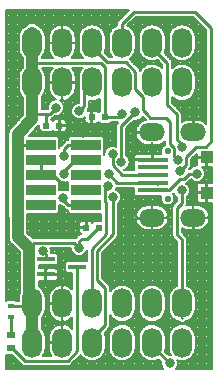
<source format=gtl>
G04 #@! TF.GenerationSoftware,KiCad,Pcbnew,5.0.1*
G04 #@! TF.CreationDate,2019-03-20T13:07:10-07:00*
G04 #@! TF.ProjectId,pmod-samd21-usbu-pth,706D6F642D73616D6432312D75736275,rev?*
G04 #@! TF.SameCoordinates,PX8825afcPY9e4f580*
G04 #@! TF.FileFunction,Copper,L1,Top,Signal*
G04 #@! TF.FilePolarity,Positive*
%FSLAX46Y46*%
G04 Gerber Fmt 4.6, Leading zero omitted, Abs format (unit mm)*
G04 Created by KiCad (PCBNEW 5.0.1) date Wed 20 Mar 2019 01:07:10 PM PDT*
%MOMM*%
%LPD*%
G01*
G04 APERTURE LIST*
G04 #@! TA.AperFunction,ComponentPad*
%ADD10O,1.700000X2.540000*%
G04 #@! TD*
G04 #@! TA.AperFunction,SMDPad,CuDef*
%ADD11R,1.100000X1.100000*%
G04 #@! TD*
G04 #@! TA.AperFunction,SMDPad,CuDef*
%ADD12R,2.650000X0.400000*%
G04 #@! TD*
G04 #@! TA.AperFunction,ComponentPad*
%ADD13C,0.550000*%
G04 #@! TD*
G04 #@! TA.AperFunction,SMDPad,CuDef*
%ADD14O,2.200000X1.500000*%
G04 #@! TD*
G04 #@! TA.AperFunction,SMDPad,CuDef*
%ADD15R,2.500000X0.900000*%
G04 #@! TD*
G04 #@! TA.AperFunction,SMDPad,CuDef*
%ADD16R,0.600000X0.500000*%
G04 #@! TD*
G04 #@! TA.AperFunction,SMDPad,CuDef*
%ADD17R,1.500000X0.450000*%
G04 #@! TD*
G04 #@! TA.AperFunction,SMDPad,CuDef*
%ADD18R,0.600000X0.400000*%
G04 #@! TD*
G04 #@! TA.AperFunction,SMDPad,CuDef*
%ADD19R,0.700000X0.600000*%
G04 #@! TD*
G04 #@! TA.AperFunction,ViaPad*
%ADD20C,0.800000*%
G04 #@! TD*
G04 #@! TA.AperFunction,ViaPad*
%ADD21C,0.750000*%
G04 #@! TD*
G04 #@! TA.AperFunction,Conductor*
%ADD22C,0.250000*%
G04 #@! TD*
G04 #@! TA.AperFunction,Conductor*
%ADD23C,1.000000*%
G04 #@! TD*
G04 #@! TA.AperFunction,Conductor*
%ADD24C,0.200000*%
G04 #@! TD*
%ADD25C,0.200000*%
G04 APERTURE END LIST*
D10*
G04 #@! TO.P,J2,12*
G04 #@! TO.N,+3V3*
X2539300Y2580000D03*
G04 #@! TO.P,J2,6*
X2539300Y5920000D03*
G04 #@! TO.P,J2,11*
G04 #@! TO.N,GND*
X5079300Y2580000D03*
G04 #@! TO.P,J2,5*
X5079300Y5920000D03*
G04 #@! TO.P,J2,10*
G04 #@! TO.N,/SER5_3*
X7619300Y2580000D03*
G04 #@! TO.P,J2,4*
G04 #@! TO.N,/SER1_3*
X7619300Y5920000D03*
G04 #@! TO.P,J2,9*
G04 #@! TO.N,/SER5_2*
X10159300Y2580000D03*
G04 #@! TO.P,J2,3*
G04 #@! TO.N,/SER1_2*
X10159300Y5920000D03*
G04 #@! TO.P,J2,8*
G04 #@! TO.N,/SER5_1*
X12699300Y2580000D03*
G04 #@! TO.P,J2,2*
G04 #@! TO.N,/SER1_1*
X12699300Y5920000D03*
G04 #@! TO.P,J2,7*
G04 #@! TO.N,/SER5_0*
X15239300Y2580000D03*
G04 #@! TO.P,J2,1*
G04 #@! TO.N,/SER1_0*
X15239300Y5920000D03*
G04 #@! TD*
G04 #@! TO.P,J1,6*
G04 #@! TO.N,+3V3*
X2539300Y24630000D03*
G04 #@! TO.P,J1,12*
X2539300Y27970000D03*
G04 #@! TO.P,J1,5*
G04 #@! TO.N,GND*
X5079300Y24630000D03*
G04 #@! TO.P,J1,11*
X5079300Y27970000D03*
G04 #@! TO.P,J1,4*
G04 #@! TO.N,/SER0_3*
X7619300Y24630000D03*
G04 #@! TO.P,J1,10*
G04 #@! TO.N,/SER2_3*
X7619300Y27970000D03*
G04 #@! TO.P,J1,3*
G04 #@! TO.N,/SER0_2*
X10159300Y24630000D03*
G04 #@! TO.P,J1,9*
G04 #@! TO.N,/SER2_2*
X10159300Y27970000D03*
G04 #@! TO.P,J1,2*
G04 #@! TO.N,/SER0_1*
X12699300Y24630000D03*
G04 #@! TO.P,J1,8*
G04 #@! TO.N,/SER2_1*
X12699300Y27970000D03*
G04 #@! TO.P,J1,1*
G04 #@! TO.N,/SER0_0*
X15239300Y24630000D03*
G04 #@! TO.P,J1,7*
G04 #@! TO.N,/SER2_0*
X15239300Y27970000D03*
G04 #@! TD*
D11*
G04 #@! TO.P,J3,6*
G04 #@! TO.N,GND*
X17310860Y15282620D03*
X17310860Y18282620D03*
D12*
G04 #@! TO.P,J3,3*
G04 #@! TO.N,/USB_D+*
X12750860Y16782620D03*
D13*
G04 #@! TO.P,J3,LOCATE*
G04 #@! TO.N,N/C*
X14010860Y14782620D03*
X14010860Y18782620D03*
D12*
G04 #@! TO.P,J3,2*
G04 #@! TO.N,/USB_D-*
X12750860Y16132620D03*
G04 #@! TO.P,J3,1*
G04 #@! TO.N,Net-(J3-Pad1)*
X12750860Y15482620D03*
G04 #@! TO.P,J3,4*
G04 #@! TO.N,N/C*
X12750860Y17432620D03*
G04 #@! TO.P,J3,5*
G04 #@! TO.N,GND*
X12750860Y18082620D03*
D14*
G04 #@! TO.P,J3,6*
X16160860Y13182620D03*
X16160860Y20382620D03*
X12690860Y20382620D03*
X12690860Y13182620D03*
G04 #@! TD*
D15*
G04 #@! TO.P,JP2,9*
G04 #@! TO.N,N/C*
X3289300Y14235000D03*
G04 #@! TO.P,JP2,10*
G04 #@! TO.N,/~RESET*
X7099300Y14235000D03*
G04 #@! TO.P,JP2,7*
G04 #@! TO.N,N/C*
X3289300Y15505000D03*
G04 #@! TO.P,JP2,8*
X7099300Y15505000D03*
G04 #@! TO.P,JP2,5*
G04 #@! TO.N,GND*
X3289300Y16775000D03*
G04 #@! TO.P,JP2,6*
G04 #@! TO.N,N/C*
X7099300Y16775000D03*
G04 #@! TO.P,JP2,3*
G04 #@! TO.N,GND*
X3289300Y18045000D03*
G04 #@! TO.P,JP2,4*
G04 #@! TO.N,/SWCLK*
X7099300Y18045000D03*
G04 #@! TO.P,JP2,1*
G04 #@! TO.N,+3V3*
X3289300Y19315000D03*
G04 #@! TO.P,JP2,2*
G04 #@! TO.N,/SWDIO*
X7099300Y19315000D03*
G04 #@! TD*
D16*
G04 #@! TO.P,C3,1*
G04 #@! TO.N,+3V3*
X3755300Y20966000D03*
G04 #@! TO.P,C3,2*
G04 #@! TO.N,GND*
X4855300Y20966000D03*
G04 #@! TD*
G04 #@! TO.P,C4,1*
G04 #@! TO.N,+3V3*
X8674605Y21689392D03*
G04 #@! TO.P,C4,2*
G04 #@! TO.N,GND*
X7574605Y21689392D03*
G04 #@! TD*
G04 #@! TO.P,C9,1*
G04 #@! TO.N,+3V3*
X8199300Y12330000D03*
G04 #@! TO.P,C9,2*
G04 #@! TO.N,GND*
X7099300Y12330000D03*
G04 #@! TD*
D17*
G04 #@! TO.P,Q1,1*
G04 #@! TO.N,/BLUE_LED*
X3699200Y9665300D03*
G04 #@! TO.P,Q1,2*
G04 #@! TO.N,GND*
X3699200Y8365300D03*
G04 #@! TO.P,Q1,3*
G04 #@! TO.N,Net-(D1-Pad1)*
X6359200Y9015300D03*
G04 #@! TD*
D18*
G04 #@! TO.P,R3,1*
G04 #@! TO.N,Net-(D1-Pad2)*
X749300Y4768000D03*
G04 #@! TO.P,R3,2*
G04 #@! TO.N,+3V3*
X749300Y5668000D03*
G04 #@! TD*
D19*
G04 #@! TO.P,D1,2*
G04 #@! TO.N,Net-(D1-Pad2)*
X762000Y3266100D03*
G04 #@! TO.P,D1,1*
G04 #@! TO.N,Net-(D1-Pad1)*
X762000Y2166100D03*
G04 #@! TD*
D20*
G04 #@! TO.N,GND*
X17081500Y11783900D03*
X4241800Y11796600D03*
X5209540Y15883460D03*
X6845300Y20331000D03*
X11102340Y20932980D03*
X11188700Y12363020D03*
X8763000Y10056700D03*
X8775700Y9002600D03*
D21*
X7188200Y13244400D03*
D20*
X16484600Y22083600D03*
G04 #@! TO.N,+3V3*
X6511298Y10600824D03*
X1691367Y11201849D03*
X10165974Y21937598D03*
X4559300Y22490000D03*
G04 #@! TO.N,/SER2_0*
X10099901Y17886943D03*
X11262772Y22081215D03*
G04 #@! TO.N,/SER2_1*
X15262860Y19190540D03*
G04 #@! TO.N,/SER2_2*
X15021742Y17090597D03*
G04 #@! TO.N,/SER2_3*
X14879320Y18032300D03*
G04 #@! TO.N,/SER0_3*
X6546892Y22209840D03*
G04 #@! TO.N,/SER5_3*
X9399321Y14908100D03*
G04 #@! TO.N,/SER1_3*
X8952070Y15811013D03*
G04 #@! TO.N,/SER5_1*
X14185900Y836500D03*
G04 #@! TO.N,/SER1_0*
X15210138Y15478674D03*
G04 #@! TO.N,/~RESET*
X5194300Y14870000D03*
G04 #@! TO.N,/SWCLK*
X5261147Y16836993D03*
G04 #@! TO.N,/SWDIO*
X5244960Y18350026D03*
G04 #@! TO.N,/BLUE_LED*
X3429000Y10336100D03*
G04 #@! TO.N,/USB_D+*
X9349421Y18548155D03*
G04 #@! TO.N,/USB_D-*
X9052560Y16835960D03*
G04 #@! TO.N,Net-(J3-Pad1)*
X16497300Y16902000D03*
G04 #@! TD*
D22*
G04 #@! TO.N,GND*
X7099300Y13092000D02*
X7099300Y13092000D01*
X7099300Y13092000D02*
X5829300Y13092000D01*
X5829300Y13092000D02*
X5194300Y12457000D01*
X4892959Y16223659D02*
X4965641Y16223659D01*
X4341618Y16775000D02*
X4892959Y16223659D01*
X3289300Y16775000D02*
X4341618Y16775000D01*
X4965641Y16223659D02*
X5314300Y15875000D01*
X3289300Y18045000D02*
X3289300Y16775000D01*
X7099300Y13092000D02*
X7099300Y12330000D01*
X11340860Y20382620D02*
X11112500Y20610980D01*
X12690860Y20382620D02*
X11340860Y20382620D01*
X11112500Y20610980D02*
X11112500Y20940600D01*
X11340860Y13182620D02*
X11201400Y13043160D01*
X12690860Y13182620D02*
X11340860Y13182620D01*
X11201400Y13043160D02*
X11201400Y12368100D01*
X16160860Y11142440D02*
X16738600Y10564700D01*
X16160860Y13182620D02*
X16160860Y11142440D01*
X16738600Y10564700D02*
X16764000Y10564700D01*
X16160860Y20382620D02*
X16160860Y21772560D01*
X16160860Y21772560D02*
X16471900Y22083600D01*
G04 #@! TO.N,+3V3*
X6511298Y11166509D02*
X6511298Y10600824D01*
X8199300Y12330000D02*
X8149300Y12330000D01*
X6729790Y11385001D02*
X6511298Y11166509D01*
X7204301Y11385001D02*
X6729790Y11385001D01*
X8149300Y12330000D02*
X7204301Y11385001D01*
X2481300Y4768000D02*
X2539300Y4710000D01*
D23*
X1339299Y20289999D02*
X1339299Y13260001D01*
X2539300Y21490000D02*
X1339299Y20289999D01*
X2539300Y23760000D02*
X2539300Y21490000D01*
D22*
X2539300Y21490000D02*
X2527300Y21502000D01*
X1511300Y11314000D02*
X1623451Y11201849D01*
X1623451Y11201849D02*
X1691367Y11201849D01*
X3755300Y20966000D02*
X3755300Y21803680D01*
X2527300Y21982000D02*
X2550455Y21958845D01*
X3755300Y21803680D02*
X3910465Y21958845D01*
X2550455Y21958845D02*
X3344780Y21958845D01*
X3344780Y21958845D02*
X3910465Y21958845D01*
X2539300Y26707100D02*
X2539300Y28840000D01*
X2654300Y26592100D02*
X2539300Y26707100D01*
X1789300Y19315000D02*
X1339300Y19765000D01*
X3289300Y19315000D02*
X1789300Y19315000D01*
X1339300Y19765000D02*
X1339300Y20275000D01*
X9917768Y21689392D02*
X10165974Y21937598D01*
X8674605Y21689392D02*
X9917768Y21689392D01*
X8746710Y23743012D02*
X8746710Y25922590D01*
X8674605Y21689392D02*
X8674605Y23670907D01*
X8674605Y23670907D02*
X8746710Y23743012D01*
X8369300Y26300000D02*
X2539300Y26300000D01*
X8746710Y25922590D02*
X8369300Y26300000D01*
D23*
X2539300Y28840000D02*
X2539300Y26300000D01*
X2539300Y26300000D02*
X2539300Y23760000D01*
D22*
X4028145Y21958845D02*
X3910465Y21958845D01*
X4559300Y22490000D02*
X4028145Y21958845D01*
D23*
X2539300Y2980000D02*
X2539300Y5520000D01*
X2296799Y5762501D02*
X2296799Y10592001D01*
X2539300Y5520000D02*
X2296799Y5762501D01*
X2296799Y10592001D02*
X1689100Y11199700D01*
X1689100Y11199700D02*
X1346200Y11542600D01*
X1346200Y11542600D02*
X1346200Y13257100D01*
D22*
X6511298Y10600824D02*
X6098620Y11013502D01*
X2722102Y11013502D02*
X2298700Y10590100D01*
X6098620Y11013502D02*
X2722102Y11013502D01*
X2391300Y5668000D02*
X2539300Y5520000D01*
X749300Y5668000D02*
X2391300Y5668000D01*
G04 #@! TO.N,/SER2_0*
X15239300Y28840000D02*
X15239300Y27429600D01*
X10099901Y18452628D02*
X10099901Y17886943D01*
X10099901Y20487812D02*
X10099901Y18452628D01*
X10099901Y20487812D02*
X10099901Y20913521D01*
X10099901Y20913521D02*
X11267440Y22081060D01*
G04 #@! TO.N,/SER0_0*
X15239300Y23760000D02*
X15239300Y25370924D01*
G04 #@! TO.N,/SER2_1*
X15269300Y19224707D02*
X15269300Y19210000D01*
X12699300Y28840000D02*
X12699300Y28078000D01*
X13991390Y26277910D02*
X12699300Y27570000D01*
X13991390Y22707370D02*
X13991390Y26277910D01*
X14767560Y21931200D02*
X13991390Y22707370D01*
X14767560Y19843320D02*
X14767560Y21931200D01*
X15270480Y19223560D02*
X15270480Y19340400D01*
X15270480Y19340400D02*
X14767560Y19843320D01*
G04 #@! TO.N,/SER0_1*
X12699300Y25523991D02*
X12431291Y25792000D01*
G04 #@! TO.N,/SER2_2*
X10159300Y28840000D02*
X10159300Y29602000D01*
X11175300Y30618000D02*
X13284302Y30618000D01*
X10159300Y29602000D02*
X11175300Y30618000D01*
X15013940Y16871520D02*
X15013940Y16871520D01*
X15013940Y17082795D02*
X15021742Y17090597D01*
X15019020Y16866440D02*
X15013940Y16871520D01*
X15013940Y16871520D02*
X15013940Y17082795D01*
X15587202Y17656057D02*
X15421741Y17490596D01*
X15587202Y18321082D02*
X15587202Y17656057D01*
X16332200Y30618000D02*
X17716500Y29233700D01*
X17716500Y29233700D02*
X17716500Y19640120D01*
X13284200Y30618000D02*
X16332200Y30618000D01*
X15421741Y17490596D02*
X15021742Y17090597D01*
X17716500Y19640120D02*
X17226381Y19150001D01*
X17226381Y19150001D02*
X16416121Y19150001D01*
X16416121Y19150001D02*
X15587202Y18321082D01*
G04 #@! TO.N,/SER2_3*
X11913899Y22268079D02*
X12227993Y21953986D01*
X14589300Y18322320D02*
X14589300Y19071620D01*
X14879320Y18032300D02*
X14589300Y18322320D01*
X14589300Y19071620D02*
X14218920Y19442000D01*
X14218920Y19442000D02*
X14218920Y21283500D01*
X12545060Y21636560D02*
X12227560Y21954060D01*
X14218920Y21283500D02*
X13865860Y21636560D01*
X13865860Y21636560D02*
X12545060Y21636560D01*
X7668392Y27570000D02*
X7619300Y27570000D01*
X8913392Y26325000D02*
X7668392Y27570000D01*
X11286710Y25516988D02*
X10478698Y26325000D01*
X11286710Y24028192D02*
X11286710Y25516988D01*
X11913899Y23401003D02*
X11286710Y24028192D01*
X10478698Y26325000D02*
X8913392Y26325000D01*
X11913899Y22268079D02*
X11913899Y23401003D01*
G04 #@! TO.N,/SER0_3*
X7607300Y23772000D02*
X7619300Y23760000D01*
X7607300Y25792000D02*
X7607300Y23772000D01*
X6946891Y24357591D02*
X7619300Y25030000D01*
X6946891Y22609839D02*
X6946891Y24357591D01*
X6546892Y22209840D02*
X6946891Y22609839D01*
G04 #@! TO.N,/SER5_3*
X9399321Y14342415D02*
X9399321Y14908100D01*
X9399321Y11762929D02*
X9399321Y14342415D01*
X8746710Y7177390D02*
X8746710Y4107410D01*
X8026400Y7897700D02*
X8746710Y7177390D01*
X8026400Y10386900D02*
X8026400Y7897700D01*
X8746710Y4107410D02*
X7619300Y2980000D01*
X9398000Y11758500D02*
X8026400Y10386900D01*
G04 #@! TO.N,/SER1_3*
X8824301Y14410118D02*
X8674320Y14560099D01*
X8674320Y14560099D02*
X8674320Y15533263D01*
X8674320Y15533263D02*
X8952070Y15811013D01*
X8824301Y11757001D02*
X7619300Y10552000D01*
X8824301Y14410118D02*
X8824301Y11757001D01*
X7619300Y10552000D02*
X7619300Y5520000D01*
G04 #@! TO.N,/SER5_1*
X12699300Y2857000D02*
X12687300Y2845000D01*
X12699300Y2323100D02*
X12699300Y2980000D01*
X14185900Y836500D02*
X12699300Y2323100D01*
G04 #@! TO.N,/SER1_0*
X15227300Y4698000D02*
X15239300Y4710000D01*
X15239300Y9790000D02*
X15239300Y10552000D01*
X15183294Y15478674D02*
X15210138Y15478674D01*
X15239300Y9790000D02*
X15239300Y11310000D01*
X14783450Y11765850D02*
X14783450Y13961330D01*
X15239300Y11310000D02*
X14783450Y11765850D01*
X14783450Y13961330D02*
X15212060Y14389940D01*
X15212060Y14389940D02*
X15212060Y15479600D01*
X15239300Y5520000D02*
X15239300Y9789300D01*
X15239300Y9789300D02*
X15240000Y9790000D01*
G04 #@! TO.N,/~RESET*
X5599300Y14235000D02*
X5189300Y14645000D01*
X7099300Y14235000D02*
X5599300Y14235000D01*
X5189300Y14645000D02*
X5189300Y14875000D01*
G04 #@! TO.N,/SWCLK*
X6169978Y18045000D02*
X5189300Y17064322D01*
X5189300Y17064322D02*
X5189300Y16900000D01*
X7099300Y18045000D02*
X6169978Y18045000D01*
G04 #@! TO.N,/SWDIO*
X5244960Y18960660D02*
X5244960Y18915711D01*
X5244960Y18915711D02*
X5244960Y18350026D01*
X7099300Y19315000D02*
X5599300Y19315000D01*
X5599300Y19315000D02*
X5244960Y18960660D01*
G04 #@! TO.N,/BLUE_LED*
X3699200Y9665300D02*
X3699200Y10065900D01*
X3699200Y10065900D02*
X3429000Y10336100D01*
G04 #@! TO.N,/USB_D+*
X9162482Y18606441D02*
X9291135Y18606441D01*
X12579300Y16775000D02*
X10186524Y16775000D01*
X10186524Y16775000D02*
X9349421Y17612103D01*
X9349421Y17982470D02*
X9349421Y18548155D01*
X9291135Y18606441D02*
X9349421Y18548155D01*
X9349421Y17612103D02*
X9349421Y17982470D01*
G04 #@! TO.N,/USB_D-*
X13169301Y16100001D02*
X13094300Y16025000D01*
X12579300Y16125000D02*
X9927899Y16125000D01*
X9927899Y16125000D02*
X9763520Y16125000D01*
X9763520Y16125000D02*
X9052560Y16835960D01*
G04 #@! TO.N,Net-(D1-Pad1)*
X812000Y2166100D02*
X762000Y2166100D01*
X5546288Y1032590D02*
X1945510Y1032590D01*
X1945510Y1032590D02*
X812000Y2166100D01*
X6359200Y1845502D02*
X5546288Y1032590D01*
X6359200Y9015300D02*
X6359200Y1845502D01*
G04 #@! TO.N,Net-(D1-Pad2)*
X762000Y4755300D02*
X749300Y4768000D01*
X762000Y3266100D02*
X762000Y4755300D01*
G04 #@! TO.N,Net-(J3-Pad1)*
X15087182Y16407882D02*
X15363914Y16407882D01*
X14154300Y15475000D02*
X15087182Y16407882D01*
X15363914Y16407882D02*
X15858032Y16902000D01*
X12579300Y15475000D02*
X14154300Y15475000D01*
X15858032Y16902000D02*
X16497300Y16902000D01*
X16497300Y16902000D02*
X16497300Y16902000D01*
G04 #@! TD*
D24*
G04 #@! TO.N,GND*
X16460860Y18593699D02*
X16460860Y18593699D01*
X16270859Y18403699D02*
X16460860Y18403699D01*
X16080859Y18213699D02*
X16493939Y18213699D01*
X17283860Y18213699D02*
X17337860Y18213699D01*
X16012202Y18023699D02*
X16460860Y18023699D01*
X17283860Y18023699D02*
X17337860Y18023699D01*
X16012202Y17833699D02*
X16460860Y17833699D01*
X17283860Y17833699D02*
X17337860Y17833699D01*
X16013040Y17643699D02*
X16472975Y17643699D01*
X17283860Y17643699D02*
X17337860Y17643699D01*
X15960941Y17453699D02*
X16063009Y17453699D01*
X17229939Y17453699D02*
X17391781Y17453699D01*
X17097504Y17263699D02*
X17773301Y17263699D01*
X17176861Y17073699D02*
X17773301Y17073699D01*
X17197300Y16883699D02*
X17773301Y16883699D01*
X17168692Y16693699D02*
X17773301Y16693699D01*
X17073046Y16503699D02*
X17773301Y16503699D01*
X15870771Y16313699D02*
X16117787Y16313699D01*
X16876812Y16313699D02*
X17773301Y16313699D01*
X15680771Y16123699D02*
X16686465Y16123699D01*
X17217781Y16123699D02*
X17403939Y16123699D01*
X15745063Y15933699D02*
X16478011Y15933699D01*
X17283860Y15933699D02*
X17337860Y15933699D01*
X15858036Y15743699D02*
X16460860Y15743699D01*
X17283860Y15743699D02*
X17337860Y15743699D01*
X9669896Y15553699D02*
X11124409Y15553699D01*
X15908929Y15553699D02*
X16460860Y15553699D01*
X17283860Y15553699D02*
X17337860Y15553699D01*
X9933672Y15363699D02*
X11124409Y15363699D01*
X15900981Y15363699D02*
X16481781Y15363699D01*
X17283860Y15363699D02*
X17337860Y15363699D01*
X10046981Y15173699D02*
X11145402Y15173699D01*
X14456826Y15173699D02*
X14578788Y15173699D01*
X15841487Y15173699D02*
X16460860Y15173699D01*
X17283860Y15173699D02*
X17337860Y15173699D01*
X10097998Y14983699D02*
X11400171Y14983699D01*
X14549946Y14983699D02*
X14715163Y14983699D01*
X15705113Y14983699D02*
X16460860Y14983699D01*
X17283860Y14983699D02*
X17337860Y14983699D01*
X10090278Y14793699D02*
X13435860Y14793699D01*
X14585860Y14793699D02*
X14787060Y14793699D01*
X15637060Y14793699D02*
X16460860Y14793699D01*
X17283860Y14793699D02*
X17337860Y14793699D01*
X10030908Y14603699D02*
X13462596Y14603699D01*
X14559123Y14603699D02*
X14787060Y14603699D01*
X15637060Y14603699D02*
X16489543Y14603699D01*
X17283860Y14603699D02*
X17337860Y14603699D01*
X9894870Y14413699D02*
X13566608Y14413699D01*
X14455112Y14413699D02*
X14634779Y14413699D01*
X15637060Y14413699D02*
X17773300Y14413699D01*
X9824321Y14223699D02*
X12242218Y14223699D01*
X12663860Y14223699D02*
X12717860Y14223699D01*
X13139503Y14223699D02*
X13873393Y14223699D01*
X14148326Y14223699D02*
X14448974Y14223699D01*
X15605103Y14223699D02*
X15712218Y14223699D01*
X16133860Y14223699D02*
X16187860Y14223699D01*
X16609503Y14223699D02*
X17773300Y14223699D01*
X9824321Y14033699D02*
X11727008Y14033699D01*
X12663860Y14033699D02*
X12717860Y14033699D01*
X13654713Y14033699D02*
X14363523Y14033699D01*
X16133860Y14033699D02*
X16187860Y14033699D01*
X17124713Y14033699D02*
X17773300Y14033699D01*
X9824321Y13843699D02*
X11530810Y13843699D01*
X13850911Y13843699D02*
X14358451Y13843699D01*
X17320911Y13843699D02*
X17773300Y13843699D01*
X9824321Y13653699D02*
X11407735Y13653699D01*
X13973986Y13653699D02*
X14358451Y13653699D01*
X17443986Y13653699D02*
X17773300Y13653699D01*
X9824321Y13463699D02*
X11333622Y13463699D01*
X14048099Y13463699D02*
X14358451Y13463699D01*
X17518099Y13463699D02*
X17773300Y13463699D01*
X9824321Y13273699D02*
X11343600Y13273699D01*
X14038119Y13273699D02*
X14358451Y13273699D01*
X17508119Y13273699D02*
X17773300Y13273699D01*
X9824321Y13083699D02*
X11340831Y13083699D01*
X14040890Y13083699D02*
X14358451Y13083699D01*
X17510890Y13083699D02*
X17773300Y13083699D01*
X9824321Y12893699D02*
X11335817Y12893699D01*
X14045902Y12893699D02*
X14358451Y12893699D01*
X17515902Y12893699D02*
X17773300Y12893699D01*
X9824321Y12703699D02*
X11411670Y12703699D01*
X13970049Y12703699D02*
X14358451Y12703699D01*
X17440049Y12703699D02*
X17773300Y12703699D01*
X9824321Y12513699D02*
X11536914Y12513699D01*
X13844805Y12513699D02*
X14358451Y12513699D01*
X17314805Y12513699D02*
X17773300Y12513699D01*
X9824321Y12323699D02*
X11736607Y12323699D01*
X12663860Y12323699D02*
X12717860Y12323699D01*
X13645112Y12323699D02*
X14358451Y12323699D01*
X16133860Y12323699D02*
X16187860Y12323699D01*
X17115112Y12323699D02*
X17773300Y12323699D01*
X9824321Y12133699D02*
X12305194Y12133699D01*
X12663860Y12133699D02*
X12717860Y12133699D01*
X13076525Y12133699D02*
X14358451Y12133699D01*
X15208450Y12133699D02*
X15775194Y12133699D01*
X16133860Y12133699D02*
X16187860Y12133699D01*
X16546525Y12133699D02*
X17773300Y12133699D01*
X9824321Y11943699D02*
X14358451Y11943699D01*
X15208450Y11943699D02*
X17773300Y11943699D01*
X9824582Y11753699D02*
X14357591Y11753699D01*
X15396642Y11753699D02*
X17773300Y11753699D01*
X9775778Y11563699D02*
X14409600Y11563699D01*
X15580893Y11563699D02*
X17773300Y11563699D01*
X9614239Y11373699D02*
X14574560Y11373699D01*
X15660082Y11373699D02*
X17773300Y11373699D01*
X9424239Y11183699D02*
X14764560Y11183699D01*
X15664300Y11183699D02*
X17773300Y11183699D01*
X9234239Y10993699D02*
X14814301Y10993699D01*
X15664300Y10993699D02*
X17773300Y10993699D01*
X9044239Y10803699D02*
X14814301Y10803699D01*
X15664300Y10803699D02*
X17773300Y10803699D01*
X8854239Y10613699D02*
X14814301Y10613699D01*
X15664300Y10613699D02*
X17773300Y10613699D01*
X8664239Y10423699D02*
X14814301Y10423699D01*
X15664300Y10423699D02*
X17773300Y10423699D01*
X8474239Y10233699D02*
X14814301Y10233699D01*
X15664300Y10233699D02*
X17773300Y10233699D01*
X8451400Y10043699D02*
X14814301Y10043699D01*
X15664300Y10043699D02*
X17773300Y10043699D01*
X8451400Y9853699D02*
X14814301Y9853699D01*
X15664300Y9853699D02*
X17773300Y9853699D01*
X8451400Y9663699D02*
X14814301Y9663699D01*
X15664300Y9663699D02*
X17773300Y9663699D01*
X8451400Y9473699D02*
X14814301Y9473699D01*
X15664300Y9473699D02*
X17773300Y9473699D01*
X8451400Y9283699D02*
X14814301Y9283699D01*
X15664300Y9283699D02*
X17773300Y9283699D01*
X8451400Y9093699D02*
X14814301Y9093699D01*
X15664300Y9093699D02*
X17773300Y9093699D01*
X8451400Y8903699D02*
X14814301Y8903699D01*
X15664300Y8903699D02*
X17773300Y8903699D01*
X8451400Y8713699D02*
X14814301Y8713699D01*
X15664300Y8713699D02*
X17773300Y8713699D01*
X8451400Y8523699D02*
X14814301Y8523699D01*
X15664300Y8523699D02*
X17773300Y8523699D01*
X8451400Y8333699D02*
X14814301Y8333699D01*
X15664300Y8333699D02*
X17773300Y8333699D01*
X8451400Y8143699D02*
X14814301Y8143699D01*
X15664300Y8143699D02*
X17773300Y8143699D01*
X8571442Y7953699D02*
X14814301Y7953699D01*
X15664300Y7953699D02*
X17773300Y7953699D01*
X8761442Y7763699D02*
X14814301Y7763699D01*
X15664300Y7763699D02*
X17773300Y7763699D01*
X8951442Y7573699D02*
X14814301Y7573699D01*
X15664300Y7573699D02*
X17773300Y7573699D01*
X9118338Y7383699D02*
X9672367Y7383699D01*
X10646235Y7383699D02*
X12212367Y7383699D01*
X13186235Y7383699D02*
X14752367Y7383699D01*
X15726235Y7383699D02*
X17773300Y7383699D01*
X9172159Y7193699D02*
X9386782Y7193699D01*
X10931820Y7193699D02*
X11926782Y7193699D01*
X13471820Y7193699D02*
X14466782Y7193699D01*
X16011820Y7193699D02*
X17773300Y7193699D01*
X9171710Y7003699D02*
X9216296Y7003699D01*
X11102306Y7003699D02*
X11756296Y7003699D01*
X13642306Y7003699D02*
X14296296Y7003699D01*
X16182306Y7003699D02*
X17773300Y7003699D01*
X11210074Y6813699D02*
X11648527Y6813699D01*
X13750074Y6813699D02*
X14188527Y6813699D01*
X16290074Y6813699D02*
X17773300Y6813699D01*
X11274988Y6623699D02*
X11583613Y6623699D01*
X13814988Y6623699D02*
X14123613Y6623699D01*
X16354988Y6623699D02*
X17773300Y6623699D01*
X11305636Y6433699D02*
X11552965Y6433699D01*
X13845636Y6433699D02*
X14092965Y6433699D01*
X16385636Y6433699D02*
X17773300Y6433699D01*
X11309300Y6243699D02*
X11549300Y6243699D01*
X13849300Y6243699D02*
X14089300Y6243699D01*
X16389300Y6243699D02*
X17773300Y6243699D01*
X11309300Y6053699D02*
X11549300Y6053699D01*
X13849300Y6053699D02*
X14089300Y6053699D01*
X16389300Y6053699D02*
X17773300Y6053699D01*
X11309300Y5863699D02*
X11549300Y5863699D01*
X13849300Y5863699D02*
X14089300Y5863699D01*
X16389300Y5863699D02*
X17773300Y5863699D01*
X11309300Y5673699D02*
X11549300Y5673699D01*
X13849300Y5673699D02*
X14089300Y5673699D01*
X16389300Y5673699D02*
X17773300Y5673699D01*
X11309300Y5483699D02*
X11549300Y5483699D01*
X13849300Y5483699D02*
X14089300Y5483699D01*
X16389300Y5483699D02*
X17773300Y5483699D01*
X11294544Y5293699D02*
X11564055Y5293699D01*
X13834544Y5293699D02*
X14104055Y5293699D01*
X16374544Y5293699D02*
X17773300Y5293699D01*
X11240829Y5103699D02*
X11617770Y5103699D01*
X13780829Y5103699D02*
X14157770Y5103699D01*
X16320829Y5103699D02*
X17773300Y5103699D01*
X11149886Y4913699D02*
X11708714Y4913699D01*
X13689886Y4913699D02*
X14248714Y4913699D01*
X16229886Y4913699D02*
X17773300Y4913699D01*
X9171710Y4723699D02*
X9308704Y4723699D01*
X11009895Y4723699D02*
X11848704Y4723699D01*
X13549895Y4723699D02*
X14388704Y4723699D01*
X16089895Y4723699D02*
X17773300Y4723699D01*
X9171710Y4533699D02*
X9527564Y4533699D01*
X10791034Y4533699D02*
X12067564Y4533699D01*
X13331034Y4533699D02*
X14607564Y4533699D01*
X15871034Y4533699D02*
X17773300Y4533699D01*
X9171710Y4343699D02*
X14989088Y4343699D01*
X15465511Y4343699D02*
X17773300Y4343699D01*
X9171710Y4153699D02*
X10140365Y4153699D01*
X10178236Y4153699D02*
X12680365Y4153699D01*
X12718236Y4153699D02*
X15220365Y4153699D01*
X15258236Y4153699D02*
X17773300Y4153699D01*
X9147238Y3963699D02*
X9522698Y3963699D01*
X10795904Y3963699D02*
X12062698Y3963699D01*
X13335904Y3963699D02*
X14602698Y3963699D01*
X15875904Y3963699D02*
X17773300Y3963699D01*
X9014039Y3773699D02*
X9306570Y3773699D01*
X11012032Y3773699D02*
X11846570Y3773699D01*
X13552032Y3773699D02*
X14386570Y3773699D01*
X16092032Y3773699D02*
X17773300Y3773699D01*
X8824039Y3583699D02*
X9167324Y3583699D01*
X11151278Y3583699D02*
X11707324Y3583699D01*
X13691278Y3583699D02*
X14247324Y3583699D01*
X16231278Y3583699D02*
X17773300Y3583699D01*
X8701620Y3393699D02*
X9076981Y3393699D01*
X11241620Y3393699D02*
X11616981Y3393699D01*
X13781620Y3393699D02*
X14156981Y3393699D01*
X16321620Y3393699D02*
X17773300Y3393699D01*
X8754802Y3203699D02*
X9023799Y3203699D01*
X11294802Y3203699D02*
X11563799Y3203699D01*
X13834802Y3203699D02*
X14103799Y3203699D01*
X16374802Y3203699D02*
X17773300Y3203699D01*
X8769300Y3013699D02*
X9009300Y3013699D01*
X11309300Y3013699D02*
X11549300Y3013699D01*
X13849300Y3013699D02*
X14089300Y3013699D01*
X16389300Y3013699D02*
X17773300Y3013699D01*
X8769300Y2823699D02*
X9009300Y2823699D01*
X11309300Y2823699D02*
X11549300Y2823699D01*
X13849300Y2823699D02*
X14089300Y2823699D01*
X16389300Y2823699D02*
X17773300Y2823699D01*
X8769300Y2633699D02*
X9009300Y2633699D01*
X11309300Y2633699D02*
X11549300Y2633699D01*
X13849300Y2633699D02*
X14089300Y2633699D01*
X16389300Y2633699D02*
X17773300Y2633699D01*
X8769300Y2443699D02*
X9009300Y2443699D01*
X11309300Y2443699D02*
X11549300Y2443699D01*
X13849300Y2443699D02*
X14089300Y2443699D01*
X16389300Y2443699D02*
X17773300Y2443699D01*
X8769300Y2253699D02*
X9009300Y2253699D01*
X11309300Y2253699D02*
X11549300Y2253699D01*
X13849300Y2253699D02*
X14089300Y2253699D01*
X16389300Y2253699D02*
X17773300Y2253699D01*
X8765379Y2063699D02*
X9013220Y2063699D01*
X11305379Y2063699D02*
X11553220Y2063699D01*
X13845379Y2063699D02*
X14093220Y2063699D01*
X16385379Y2063699D02*
X17773300Y2063699D01*
X8734197Y1873699D02*
X9044402Y1873699D01*
X11274197Y1873699D02*
X11584402Y1873699D01*
X13814197Y1873699D02*
X14124402Y1873699D01*
X16354197Y1873699D02*
X17773300Y1873699D01*
X8668682Y1683699D02*
X9109917Y1683699D01*
X11208682Y1683699D02*
X11649917Y1683699D01*
X13939742Y1683699D02*
X14189917Y1683699D01*
X16288682Y1683699D02*
X17773300Y1683699D01*
X362300Y1493699D02*
X883360Y1493699D01*
X6608437Y1493699D02*
X6678430Y1493699D01*
X8560170Y1493699D02*
X9218430Y1493699D01*
X11100170Y1493699D02*
X11758430Y1493699D01*
X16180170Y1493699D02*
X17773300Y1493699D01*
X362300Y1303699D02*
X1073360Y1303699D01*
X6418437Y1303699D02*
X6849951Y1303699D01*
X8388648Y1303699D02*
X9389951Y1303699D01*
X10928648Y1303699D02*
X11929951Y1303699D01*
X16008648Y1303699D02*
X17773300Y1303699D01*
X362300Y1113699D02*
X1263360Y1113699D01*
X6228437Y1113699D02*
X7137233Y1113699D01*
X8101365Y1113699D02*
X9677233Y1113699D01*
X10641365Y1113699D02*
X12217233Y1113699D01*
X13181365Y1113699D02*
X13307660Y1113699D01*
X15721365Y1113699D02*
X17773300Y1113699D01*
X362300Y923699D02*
X1453360Y923699D01*
X6038437Y923699D02*
X13489532Y923699D01*
X14882269Y923699D02*
X17773300Y923699D01*
X362300Y733699D02*
X1641005Y733699D01*
X5850792Y733699D02*
X13492634Y733699D01*
X14879165Y733699D02*
X17773300Y733699D01*
X362300Y543699D02*
X13549507Y543699D01*
X14822292Y543699D02*
X17773300Y543699D01*
X17773301Y17432620D02*
X17773301Y16132620D01*
X17583301Y17432620D02*
X17583301Y16132620D01*
X17583301Y14432620D02*
X17583301Y375000D01*
X17393301Y17452179D02*
X17393301Y16113061D01*
X17393301Y14452179D02*
X17393301Y13750716D01*
X17393301Y13209620D02*
X17393301Y13155620D01*
X17393301Y12614523D02*
X17393301Y375000D01*
X17203301Y18309620D02*
X17203301Y18255620D01*
X17203301Y17432620D02*
X17203301Y16132620D01*
X17203301Y15309620D02*
X17203301Y15255620D01*
X17203301Y14432620D02*
X17203301Y13965748D01*
X17203301Y12399491D02*
X17203301Y375000D01*
X17013301Y18309620D02*
X17013301Y18255620D01*
X17013301Y17432620D02*
X17013301Y17375949D01*
X17013301Y16428051D02*
X17013301Y16132620D01*
X17013301Y15309620D02*
X17013301Y15255620D01*
X17013301Y14432620D02*
X17013301Y14099372D01*
X17013301Y12265867D02*
X17013301Y375000D01*
X16823301Y18309620D02*
X16823301Y18255620D01*
X16823301Y16279359D02*
X16823301Y16132620D01*
X16823301Y15309620D02*
X16823301Y15255620D01*
X16823301Y14432620D02*
X16823301Y14180275D01*
X16823301Y12184964D02*
X16823301Y375000D01*
X16633301Y18309620D02*
X16633301Y18255620D01*
X16633301Y16215338D02*
X16633301Y16104501D01*
X16633301Y15309620D02*
X16633301Y15255620D01*
X16633301Y14460740D02*
X16633301Y14220735D01*
X16633301Y12144504D02*
X16633301Y375000D01*
X16443301Y18576140D02*
X16443301Y17602000D01*
X16443301Y16202000D02*
X16443301Y15862167D01*
X16443301Y15862167D02*
X16443301Y15180620D01*
X16443301Y15180620D02*
X16443301Y14232620D01*
X16443301Y12132620D02*
X16443301Y375000D01*
X16253301Y18386140D02*
X16253301Y17558607D01*
X16253301Y16245394D02*
X16253301Y15862167D01*
X16253301Y15862167D02*
X16253301Y15180620D01*
X16253301Y15180620D02*
X16253301Y14232620D01*
X16253301Y12132620D02*
X16253301Y6882495D01*
X16253301Y4957504D02*
X16253301Y3542495D01*
X16253301Y1617504D02*
X16253301Y375000D01*
X16063301Y18196140D02*
X16063301Y17453895D01*
X16063301Y16350106D02*
X16063301Y15862167D01*
X16063301Y15862167D02*
X16063301Y15180620D01*
X16063301Y15180620D02*
X16063301Y14232620D01*
X16063301Y12132620D02*
X16063301Y7148706D01*
X16063301Y4691293D02*
X16063301Y3808706D01*
X16063301Y1351293D02*
X16063301Y375000D01*
X15873301Y17341054D02*
X15873301Y17327551D01*
X15873301Y16316229D02*
X15873301Y15862167D01*
X15873301Y15862167D02*
X15873301Y15706843D01*
X15873301Y15250504D02*
X15873301Y15180620D01*
X15873301Y15180620D02*
X15873301Y14232620D01*
X15873301Y12132620D02*
X15873301Y7305089D01*
X15873301Y4534910D02*
X15873301Y3965089D01*
X15873301Y1194910D02*
X15873301Y375000D01*
X15683301Y16126229D02*
X15683301Y15995461D01*
X15683301Y14961887D02*
X15683301Y14220099D01*
X15683301Y12145142D02*
X15683301Y7406647D01*
X15683301Y4433353D02*
X15683301Y4066647D01*
X15683301Y1093353D02*
X15683301Y375000D01*
X15493301Y12186663D02*
X15493301Y11657039D01*
X15493301Y4366504D02*
X15493301Y4124695D01*
X15493301Y1035304D02*
X15493301Y375000D01*
X15303301Y12268775D02*
X15303301Y11847039D01*
X15303301Y4278429D02*
X15303301Y4149260D01*
X15303301Y1010739D02*
X15303301Y375000D01*
X15113301Y4288459D02*
X15113301Y4143155D01*
X15113301Y1016846D02*
X15113301Y375000D01*
X14923301Y4394112D02*
X14923301Y4105889D01*
X14923301Y1054112D02*
X14923301Y375000D01*
X14733301Y14965561D02*
X14733301Y14512222D01*
X14733301Y11214959D02*
X14733301Y7373509D01*
X14733301Y4466492D02*
X14733301Y4033509D01*
X14733301Y395776D02*
X14733301Y375000D01*
X14543301Y15259373D02*
X14543301Y14999740D01*
X14543301Y14565499D02*
X14543301Y14322222D01*
X14543301Y11404959D02*
X14543301Y7256497D01*
X14543301Y4583503D02*
X14543301Y3916497D01*
X14353301Y14319884D02*
X14353301Y7073161D01*
X14353301Y4766839D02*
X14353301Y3733161D01*
X14163301Y14226677D02*
X14163301Y6754534D01*
X14163301Y5085468D02*
X14163301Y3414534D01*
X14163301Y1745468D02*
X14163301Y1536500D01*
X13973301Y14207620D02*
X13973301Y13655062D01*
X13973301Y13209620D02*
X13973301Y13155620D01*
X13973301Y12710177D02*
X13973301Y1650140D01*
X13783301Y14254503D02*
X13783301Y13922516D01*
X13783301Y12442723D02*
X13783301Y6728154D01*
X13783301Y5111845D02*
X13783301Y3388154D01*
X13593301Y14387006D02*
X13593301Y14070971D01*
X13593301Y12294268D02*
X13593301Y7063411D01*
X13593301Y4776588D02*
X13593301Y3723411D01*
X13593301Y463421D02*
X13593301Y375000D01*
X13403301Y14981169D02*
X13403301Y14163692D01*
X13403301Y12201547D02*
X13403301Y7249930D01*
X13403301Y4590069D02*
X13403301Y3909930D01*
X13403301Y1018058D02*
X13403301Y375000D01*
X13213301Y14981169D02*
X13213301Y14214509D01*
X13213301Y12150730D02*
X13213301Y7369231D01*
X13213301Y4470769D02*
X13213301Y4029231D01*
X13213301Y1130769D02*
X13213301Y375000D01*
X13023301Y14981169D02*
X13023301Y14232620D01*
X13023301Y12132620D02*
X13023301Y7443461D01*
X13023301Y4396538D02*
X13023301Y4103461D01*
X13023301Y1056538D02*
X13023301Y375000D01*
X12833301Y14981169D02*
X12833301Y14232620D01*
X12833301Y12132620D02*
X12833301Y7482365D01*
X12833301Y4357634D02*
X12833301Y4142365D01*
X12833301Y1017634D02*
X12833301Y375000D01*
X12643301Y14981169D02*
X12643301Y14232620D01*
X12643301Y12132620D02*
X12643301Y7490049D01*
X12643301Y4349952D02*
X12643301Y4150049D01*
X12643301Y1009952D02*
X12643301Y375000D01*
X12453301Y14981169D02*
X12453301Y14232620D01*
X12453301Y12132620D02*
X12453301Y7467123D01*
X12453301Y4372877D02*
X12453301Y4127123D01*
X12453301Y1032877D02*
X12453301Y375000D01*
X12263301Y14981169D02*
X12263301Y14226325D01*
X12263301Y12138916D02*
X12263301Y7409488D01*
X12263301Y4430513D02*
X12263301Y4069488D01*
X12263301Y1090513D02*
X12263301Y375000D01*
X12073301Y14981169D02*
X12073301Y14195161D01*
X12073301Y12170080D02*
X12073301Y7309367D01*
X12073301Y4530633D02*
X12073301Y3969367D01*
X12073301Y1190633D02*
X12073301Y375000D01*
X11883301Y14981169D02*
X11883301Y14124868D01*
X11883301Y12240373D02*
X11883301Y7158016D01*
X11883301Y4681984D02*
X11883301Y3818016D01*
X11883301Y1341984D02*
X11883301Y375000D01*
X11693301Y14981169D02*
X11693301Y14004556D01*
X11693301Y12360685D02*
X11693301Y6897465D01*
X11693301Y4942536D02*
X11693301Y3557465D01*
X11693301Y1602536D02*
X11693301Y375000D01*
X11503301Y14981169D02*
X11503301Y13808366D01*
X11503301Y13209620D02*
X11503301Y13155620D01*
X11503301Y12556875D02*
X11503301Y6396492D01*
X11503301Y6396492D02*
X11503301Y375000D01*
X11313301Y15003267D02*
X11313301Y13391151D01*
X11313301Y13359484D02*
X11313301Y13005757D01*
X11313301Y12974090D02*
X11313301Y6396492D01*
X11313301Y6396492D02*
X11313301Y375000D01*
X11123301Y15700000D02*
X11123301Y13373489D01*
X11123301Y13373489D02*
X11123301Y6976038D01*
X11123301Y4863961D02*
X11123301Y3636038D01*
X11123301Y1523961D02*
X11123301Y375000D01*
X10933301Y15700000D02*
X10933301Y13373489D01*
X10933301Y13373489D02*
X10933301Y7192483D01*
X10933301Y4647517D02*
X10933301Y3852483D01*
X10933301Y1307517D02*
X10933301Y375000D01*
X10743301Y15700000D02*
X10743301Y13373489D01*
X10743301Y13373489D02*
X10743301Y7331815D01*
X10743301Y4508184D02*
X10743301Y3991815D01*
X10743301Y1168184D02*
X10743301Y375000D01*
X10553301Y15700000D02*
X10553301Y13373489D01*
X10553301Y13373489D02*
X10553301Y7422227D01*
X10553301Y4417772D02*
X10553301Y4082227D01*
X10553301Y1077772D02*
X10553301Y375000D01*
X10363301Y15700000D02*
X10363301Y13373489D01*
X10363301Y13373489D02*
X10363301Y7475471D01*
X10363301Y4364528D02*
X10363301Y4135471D01*
X10363301Y1024528D02*
X10363301Y375000D01*
X10173301Y15700000D02*
X10173301Y13373489D01*
X10173301Y13373489D02*
X10173301Y7494185D01*
X10173301Y4345814D02*
X10173301Y4154185D01*
X10173301Y1005814D02*
X10173301Y375000D01*
X9983301Y15700000D02*
X9983301Y15294079D01*
X9983301Y14522120D02*
X9983301Y13373489D01*
X9983301Y13373489D02*
X9983301Y7478230D01*
X9983301Y4361771D02*
X9983301Y4138230D01*
X9983301Y1021771D02*
X9983301Y375000D01*
X9793301Y15700000D02*
X9793301Y15486734D01*
X9793301Y11597557D02*
X9793301Y7430722D01*
X9793301Y4409279D02*
X9793301Y4090722D01*
X9793301Y1069279D02*
X9793301Y375000D01*
X9603301Y11362760D02*
X9603301Y7346783D01*
X9603301Y4493217D02*
X9603301Y4006783D01*
X9603301Y1153217D02*
X9603301Y375000D01*
X9413301Y11172760D02*
X9413301Y7215463D01*
X9413301Y4624537D02*
X9413301Y3875463D01*
X9413301Y1284537D02*
X9413301Y375000D01*
X9223301Y10982760D02*
X9223301Y7012236D01*
X9223301Y4827765D02*
X9223301Y3672236D01*
X9223301Y1487765D02*
X9223301Y375000D01*
X9033301Y10792760D02*
X9033301Y7491988D01*
X9033301Y3792811D02*
X9033301Y3249706D01*
X9033301Y1910296D02*
X9033301Y375000D01*
X8843301Y10602760D02*
X8843301Y7681839D01*
X8843301Y3602961D02*
X8843301Y3056492D01*
X8843301Y3056492D02*
X8843301Y375000D01*
X8653301Y10412760D02*
X8653301Y7871839D01*
X8653301Y1654922D02*
X8653301Y375000D01*
X8463301Y10222760D02*
X8463301Y8061839D01*
X8463301Y1375663D02*
X8463301Y375000D01*
X8273301Y1209036D02*
X8273301Y375000D01*
X8083301Y1104043D02*
X8083301Y375000D01*
X7893301Y1041371D02*
X7893301Y375000D01*
X7703301Y1012709D02*
X7703301Y375000D01*
X7513301Y1014877D02*
X7513301Y375000D01*
X7323301Y1048045D02*
X7323301Y375000D01*
X7133301Y1115802D02*
X7133301Y375000D01*
X6943301Y1227089D02*
X6943301Y375000D01*
X6753301Y1402469D02*
X6753301Y375000D01*
X6563301Y1448562D02*
X6563301Y375000D01*
X6373301Y1258562D02*
X6373301Y375000D01*
X6183301Y1068562D02*
X6183301Y375000D01*
X5993301Y878562D02*
X5993301Y375000D01*
X5803301Y693717D02*
X5803301Y375000D01*
X5613301Y612134D02*
X5613301Y375000D01*
X5423301Y607590D02*
X5423301Y375000D01*
X5233301Y607590D02*
X5233301Y375000D01*
X5043301Y607590D02*
X5043301Y375000D01*
X4853301Y607590D02*
X4853301Y375000D01*
X4663301Y607590D02*
X4663301Y375000D01*
X4473301Y607590D02*
X4473301Y375000D01*
X4283301Y607590D02*
X4283301Y375000D01*
X4093301Y607590D02*
X4093301Y375000D01*
X3903301Y607590D02*
X3903301Y375000D01*
X3713301Y607590D02*
X3713301Y375000D01*
X3523301Y607590D02*
X3523301Y375000D01*
X3333301Y607590D02*
X3333301Y375000D01*
X3143301Y607590D02*
X3143301Y375000D01*
X2953301Y607590D02*
X2953301Y375000D01*
X2763301Y607590D02*
X2763301Y375000D01*
X2573301Y607590D02*
X2573301Y375000D01*
X2383301Y607590D02*
X2383301Y375000D01*
X2193301Y607590D02*
X2193301Y375000D01*
X2003301Y607590D02*
X2003301Y375000D01*
X1813301Y628572D02*
X1813301Y375000D01*
X1623301Y753759D02*
X1623301Y375000D01*
X1433301Y943759D02*
X1433301Y375000D01*
X1243301Y1133759D02*
X1243301Y375000D01*
X1053301Y1323759D02*
X1053301Y375000D01*
X863301Y1513759D02*
X863301Y375000D01*
X673301Y1564649D02*
X673301Y375000D01*
X483301Y1564649D02*
X483301Y375000D01*
X4082126Y10588502D02*
X5811298Y10588502D01*
X4129000Y10398502D02*
X5837829Y10398502D01*
X7184766Y10398502D02*
X7194300Y10398502D01*
X4117332Y10208502D02*
X5931556Y10208502D01*
X7091039Y10208502D02*
X7194300Y10208502D01*
X4720840Y10018502D02*
X6122837Y10018502D01*
X6899758Y10018502D02*
X7194300Y10018502D01*
X4750651Y9828502D02*
X7194300Y9828502D01*
X4750651Y9638502D02*
X7194300Y9638502D01*
X4750651Y9448502D02*
X5391975Y9448502D01*
X4688094Y9258502D02*
X5309542Y9258502D01*
X3096799Y9068502D02*
X5307749Y9068502D01*
X3608998Y8878502D02*
X3789402Y8878502D01*
X4537357Y8878502D02*
X5307749Y8878502D01*
X3672200Y8688502D02*
X3726200Y8688502D01*
X4733241Y8688502D02*
X5326581Y8688502D01*
X3672200Y8498502D02*
X3726200Y8498502D01*
X4749200Y8498502D02*
X5537662Y8498502D01*
X3672200Y8308502D02*
X3726200Y8308502D01*
X4703998Y8308502D02*
X5934200Y8308502D01*
X3672200Y8118502D02*
X3726200Y8118502D01*
X4749200Y8118502D02*
X5934200Y8118502D01*
X3672200Y7928502D02*
X3726200Y7928502D01*
X4661666Y7928502D02*
X5934200Y7928502D01*
X3096799Y7738502D02*
X5934200Y7738502D01*
X3096799Y7548502D02*
X5934200Y7548502D01*
X3096799Y7358502D02*
X4556586Y7358502D01*
X5052300Y7358502D02*
X5106300Y7358502D01*
X5602015Y7358502D02*
X5934200Y7358502D01*
X3342523Y7168502D02*
X4281981Y7168502D01*
X5052300Y7168502D02*
X5106300Y7168502D01*
X5876620Y7168502D02*
X5934200Y7168502D01*
X3501985Y6978502D02*
X4125196Y6978502D01*
X5052300Y6978502D02*
X5106300Y6978502D01*
X3603542Y6788502D02*
X4021731Y6788502D01*
X5052300Y6788502D02*
X5106300Y6788502D01*
X3662631Y6598502D02*
X3959188Y6598502D01*
X5052300Y6598502D02*
X5106300Y6598502D01*
X3688118Y6408502D02*
X3934374Y6408502D01*
X5052300Y6408502D02*
X5106300Y6408502D01*
X3689300Y6218502D02*
X3929300Y6218502D01*
X5052300Y6218502D02*
X5106300Y6218502D01*
X3689300Y6028502D02*
X3929300Y6028502D01*
X5052300Y6028502D02*
X5106300Y6028502D01*
X3689300Y5838502D02*
X3929300Y5838502D01*
X5052300Y5838502D02*
X5106300Y5838502D01*
X3689300Y5648502D02*
X3929300Y5648502D01*
X5052300Y5648502D02*
X5106300Y5648502D01*
X3689300Y5458502D02*
X3931072Y5458502D01*
X5052300Y5458502D02*
X5106300Y5458502D01*
X3670822Y5268502D02*
X3954300Y5268502D01*
X5052300Y5268502D02*
X5106300Y5268502D01*
X3613186Y5078502D02*
X4012841Y5078502D01*
X5052300Y5078502D02*
X5106300Y5078502D01*
X3516418Y4888502D02*
X4109936Y4888502D01*
X5052300Y4888502D02*
X5106300Y4888502D01*
X3369216Y4698502D02*
X4258736Y4698502D01*
X5052300Y4698502D02*
X5106300Y4698502D01*
X5899863Y4698502D02*
X5934201Y4698502D01*
X3339300Y4508502D02*
X4503080Y4508502D01*
X5052300Y4508502D02*
X5106300Y4508502D01*
X5655519Y4508502D02*
X5934201Y4508502D01*
X3339300Y4318502D02*
X5934201Y4318502D01*
X3339300Y4128502D02*
X4862788Y4128502D01*
X4881666Y4128502D02*
X5276935Y4128502D01*
X5295813Y4128502D02*
X5934201Y4128502D01*
X3339300Y3938502D02*
X4421050Y3938502D01*
X5052300Y3938502D02*
X5106300Y3938502D01*
X5737551Y3938502D02*
X5934201Y3938502D01*
X3412710Y3748502D02*
X4213121Y3748502D01*
X5052300Y3748502D02*
X5106300Y3748502D01*
X3544746Y3558502D02*
X4079990Y3558502D01*
X5052300Y3558502D02*
X5106300Y3558502D01*
X3629263Y3368502D02*
X3995397Y3368502D01*
X5052300Y3368502D02*
X5106300Y3368502D01*
X3677283Y3178502D02*
X3947822Y3178502D01*
X5052300Y3178502D02*
X5106300Y3178502D01*
X3689300Y2988502D02*
X3929300Y2988502D01*
X5052300Y2988502D02*
X5106300Y2988502D01*
X3689300Y2798502D02*
X3929300Y2798502D01*
X5052300Y2798502D02*
X5106300Y2798502D01*
X3689300Y2608502D02*
X3929300Y2608502D01*
X5052300Y2608502D02*
X5106300Y2608502D01*
X3689300Y2418502D02*
X3929300Y2418502D01*
X3689300Y2228502D02*
X3929300Y2228502D01*
X3682897Y2038502D02*
X3940852Y2038502D01*
X3646554Y1848502D02*
X3976632Y1848502D01*
X3575214Y1658502D02*
X4047777Y1658502D01*
X3459491Y1468502D02*
X4164054Y1468502D01*
X7194300Y10446427D02*
X7194300Y9527984D01*
X7004300Y10103876D02*
X7004300Y9541751D01*
X6814300Y9968657D02*
X6814300Y9541751D01*
X6624300Y9909587D02*
X6624300Y9541751D01*
X6434300Y9902427D02*
X6434300Y9541751D01*
X6244300Y9953744D02*
X6244300Y9541751D01*
X6054300Y10067872D02*
X6054300Y9541751D01*
X5864300Y10333629D02*
X5864300Y9541751D01*
X5864300Y8488849D02*
X5864300Y7179367D01*
X5864300Y4660632D02*
X5864300Y3839367D01*
X5674300Y10588502D02*
X5674300Y9541751D01*
X5674300Y8488849D02*
X5674300Y7322019D01*
X5674300Y4517980D02*
X5674300Y3982019D01*
X5484300Y10588502D02*
X5484300Y9513705D01*
X5484300Y8516896D02*
X5484300Y7415638D01*
X5484300Y4424361D02*
X5484300Y4075638D01*
X5294300Y10588502D02*
X5294300Y7468926D01*
X5294300Y4371073D02*
X5294300Y4128926D01*
X5104300Y10588502D02*
X5104300Y2533000D01*
X4914300Y10588502D02*
X4914300Y7458204D01*
X4914300Y5947000D02*
X4914300Y5893000D01*
X4914300Y4381795D02*
X4914300Y4118204D01*
X4914300Y2607000D02*
X4914300Y2553000D01*
X4724300Y10588502D02*
X4724300Y10012028D01*
X4724300Y9318571D02*
X4724300Y8710087D01*
X4724300Y8442400D02*
X4724300Y8288200D01*
X4724300Y8020512D02*
X4724300Y7429662D01*
X4724300Y5947000D02*
X4724300Y5893000D01*
X4724300Y4410339D02*
X4724300Y4089662D01*
X4724300Y2607000D02*
X4724300Y2553000D01*
X4534300Y10588502D02*
X4534300Y10177983D01*
X4534300Y9152616D02*
X4534300Y8879249D01*
X4534300Y8392300D02*
X4534300Y8338300D01*
X4534300Y7851350D02*
X4534300Y7347255D01*
X4534300Y5947000D02*
X4534300Y5893000D01*
X4534300Y4492746D02*
X4534300Y4007255D01*
X4534300Y2607000D02*
X4534300Y2553000D01*
X4344300Y10588502D02*
X4344300Y10191751D01*
X4344300Y9138849D02*
X4344300Y8890300D01*
X4344300Y8392300D02*
X4344300Y8338300D01*
X4344300Y7840300D02*
X4344300Y7218475D01*
X4344300Y5947000D02*
X4344300Y5893000D01*
X4344300Y4621526D02*
X4344300Y3878475D01*
X4344300Y2607000D02*
X4344300Y2553000D01*
X4154300Y10588502D02*
X4154300Y10191751D01*
X4154300Y9138849D02*
X4154300Y8890300D01*
X4154300Y8392300D02*
X4154300Y8338300D01*
X4154300Y7840300D02*
X4154300Y7020166D01*
X4154300Y5947000D02*
X4154300Y5893000D01*
X4154300Y4819835D02*
X4154300Y3680166D01*
X4154300Y2607000D02*
X4154300Y2553000D01*
X4154300Y1479835D02*
X4154300Y1457590D01*
X3964300Y9138849D02*
X3964300Y8890300D01*
X3964300Y8392300D02*
X3964300Y8338300D01*
X3964300Y7840300D02*
X3964300Y6614033D01*
X3964300Y5947000D02*
X3964300Y5893000D01*
X3964300Y5225968D02*
X3964300Y3274033D01*
X3964300Y2607000D02*
X3964300Y2553000D01*
X3964300Y1885968D02*
X3964300Y1457590D01*
X3774300Y9138849D02*
X3774300Y8863400D01*
X3774300Y8392300D02*
X3774300Y8338300D01*
X3774300Y7867200D02*
X3774300Y6367000D01*
X3774300Y6367000D02*
X3774300Y5893000D01*
X3774300Y5893000D02*
X3774300Y3027000D01*
X3774300Y3027000D02*
X3774300Y1457590D01*
X3584300Y9138849D02*
X3584300Y8890300D01*
X3584300Y7840300D02*
X3584300Y6824500D01*
X3584300Y5015499D02*
X3584300Y3484500D01*
X3584300Y1675499D02*
X3584300Y1457590D01*
X3394300Y9138849D02*
X3394300Y8890300D01*
X3394300Y7840300D02*
X3394300Y7110934D01*
X3394300Y4729065D02*
X3394300Y3770934D01*
X3204300Y9138849D02*
X3204300Y8890300D01*
X3204300Y7840300D02*
X3204300Y7281937D01*
X362300Y30751000D02*
X10707259Y30751000D01*
X362300Y30561000D02*
X10517260Y30561000D01*
X362300Y30371000D02*
X10327260Y30371000D01*
X362300Y30181000D02*
X10137260Y30181000D01*
X362300Y29991000D02*
X9947260Y29991000D01*
X362300Y29801000D02*
X9783767Y29801000D01*
X362300Y29611000D02*
X2325034Y29611000D01*
X2753566Y29611000D02*
X9733132Y29611000D01*
X362300Y29421000D02*
X1986205Y29421000D01*
X3092396Y29421000D02*
X4581349Y29421000D01*
X5052300Y29421000D02*
X5106300Y29421000D01*
X5577252Y29421000D02*
X7108608Y29421000D01*
X8129992Y29421000D02*
X9648608Y29421000D01*
X362300Y29231000D02*
X1751307Y29231000D01*
X3327294Y29231000D02*
X4296388Y29231000D01*
X5052300Y29231000D02*
X5106300Y29231000D01*
X5862213Y29231000D02*
X6831307Y29231000D01*
X8407294Y29231000D02*
X9371307Y29231000D01*
X362300Y29041000D02*
X1585874Y29041000D01*
X3492728Y29041000D02*
X4132259Y29041000D01*
X5052300Y29041000D02*
X5106300Y29041000D01*
X6026342Y29041000D02*
X6665874Y29041000D01*
X8572728Y29041000D02*
X9205874Y29041000D01*
X362300Y28851000D02*
X1481740Y28851000D01*
X3596862Y28851000D02*
X4025845Y28851000D01*
X5052300Y28851000D02*
X5106300Y28851000D01*
X6132756Y28851000D02*
X6561740Y28851000D01*
X8676862Y28851000D02*
X9101740Y28851000D01*
X362300Y28661000D02*
X1419762Y28661000D01*
X3658840Y28661000D02*
X3963302Y28661000D01*
X5052300Y28661000D02*
X5106300Y28661000D01*
X6195299Y28661000D02*
X6499762Y28661000D01*
X8738840Y28661000D02*
X9039762Y28661000D01*
X362300Y28471000D02*
X1391714Y28471000D01*
X3686887Y28471000D02*
X3935902Y28471000D01*
X5052300Y28471000D02*
X5106300Y28471000D01*
X6222699Y28471000D02*
X6471714Y28471000D01*
X8766887Y28471000D02*
X9011714Y28471000D01*
X362300Y28281000D02*
X1389300Y28281000D01*
X3689300Y28281000D02*
X3929300Y28281000D01*
X5052300Y28281000D02*
X5106300Y28281000D01*
X6229300Y28281000D02*
X6469300Y28281000D01*
X8769300Y28281000D02*
X9009300Y28281000D01*
X362300Y28091000D02*
X1389300Y28091000D01*
X3689300Y28091000D02*
X3929300Y28091000D01*
X5052300Y28091000D02*
X5106300Y28091000D01*
X6229300Y28091000D02*
X6469300Y28091000D01*
X8769300Y28091000D02*
X9009300Y28091000D01*
X362300Y27901000D02*
X1389300Y27901000D01*
X3689300Y27901000D02*
X3929300Y27901000D01*
X6229300Y27901000D02*
X6469300Y27901000D01*
X8769300Y27901000D02*
X9009300Y27901000D01*
X362300Y27711000D02*
X1389300Y27711000D01*
X3689300Y27711000D02*
X3929300Y27711000D01*
X6229300Y27711000D02*
X6469300Y27711000D01*
X8769300Y27711000D02*
X9009300Y27711000D01*
X362300Y27521000D02*
X1389300Y27521000D01*
X3689300Y27521000D02*
X3929544Y27521000D01*
X6229055Y27521000D02*
X6469300Y27521000D01*
X8769300Y27521000D02*
X9009300Y27521000D01*
X362300Y27331000D02*
X1405305Y27331000D01*
X3673294Y27331000D02*
X3952772Y27331000D01*
X6205827Y27331000D02*
X6485305Y27331000D01*
X8753294Y27331000D02*
X9025305Y27331000D01*
X362300Y27141000D02*
X1461622Y27141000D01*
X3616977Y27141000D02*
X4008727Y27141000D01*
X6149872Y27141000D02*
X6541622Y27141000D01*
X8698433Y27141000D02*
X9081622Y27141000D01*
X362300Y26951000D02*
X1555502Y26951000D01*
X3523098Y26951000D02*
X4102873Y26951000D01*
X6055726Y26951000D02*
X6635502Y26951000D01*
X8888433Y26951000D02*
X9175502Y26951000D01*
X362300Y26761000D02*
X1699127Y26761000D01*
X3379473Y26761000D02*
X4247979Y26761000D01*
X5910620Y26761000D02*
X6779127Y26761000D01*
X9078433Y26761000D02*
X9319127Y26761000D01*
X362300Y26571000D02*
X1739301Y26571000D01*
X362300Y26381000D02*
X1739301Y26381000D01*
X362300Y26191000D02*
X1739300Y26191000D01*
X362300Y26001000D02*
X1739300Y26001000D01*
X362300Y25811000D02*
X1676148Y25811000D01*
X362300Y25621000D02*
X1540536Y25621000D01*
X362300Y25431000D02*
X1453130Y25431000D01*
X362300Y25241000D02*
X1402549Y25241000D01*
X362300Y25051000D02*
X1389300Y25051000D01*
X362300Y24861000D02*
X1389300Y24861000D01*
X362300Y24671000D02*
X1389300Y24671000D01*
X362300Y24481000D02*
X1389300Y24481000D01*
X362300Y24291000D02*
X1389300Y24291000D01*
X362300Y24101000D02*
X1394471Y24101000D01*
X362300Y23911000D02*
X1428254Y23911000D01*
X362300Y23721000D02*
X1496705Y23721000D01*
X362300Y23531000D02*
X1608852Y23531000D01*
X362300Y23341000D02*
X1739300Y23341000D01*
X362300Y23151000D02*
X1739300Y23151000D01*
X362300Y22961000D02*
X1739300Y22961000D01*
X362300Y22771000D02*
X1739300Y22771000D01*
X362300Y22581000D02*
X1739300Y22581000D01*
X362300Y22391000D02*
X1739300Y22391000D01*
X362300Y22201000D02*
X1739300Y22201000D01*
X362300Y22011000D02*
X1739300Y22011000D01*
X362300Y21821000D02*
X1738930Y21821000D01*
X362300Y21631000D02*
X1548930Y21631000D01*
X362300Y21441000D02*
X1358930Y21441000D01*
X362300Y21251000D02*
X1168930Y21251000D01*
X362300Y21061000D02*
X978930Y21061000D01*
X362300Y20871000D02*
X786205Y20871000D01*
X362300Y20681000D02*
X641185Y20681000D01*
X362300Y20491000D02*
X564276Y20491000D01*
X362300Y20301000D02*
X536513Y20301000D01*
X362300Y20111000D02*
X539299Y20111000D01*
X362300Y19921000D02*
X539299Y19921000D01*
X362300Y19731000D02*
X539299Y19731000D01*
X362300Y19541000D02*
X539299Y19541000D01*
X362300Y19351000D02*
X539299Y19351000D01*
X362300Y19161000D02*
X539299Y19161000D01*
X362300Y18971000D02*
X539299Y18971000D01*
X362300Y18781000D02*
X539299Y18781000D01*
X362300Y18591000D02*
X539299Y18591000D01*
X362300Y18401000D02*
X539299Y18401000D01*
X362300Y18211000D02*
X539299Y18211000D01*
X362300Y18021000D02*
X539299Y18021000D01*
X362300Y17831000D02*
X539299Y17831000D01*
X362300Y17641000D02*
X539299Y17641000D01*
X362300Y17451000D02*
X539299Y17451000D01*
X362300Y17261000D02*
X539299Y17261000D01*
X362300Y17071000D02*
X539299Y17071000D01*
X362300Y16881000D02*
X539299Y16881000D01*
X362300Y16691000D02*
X539299Y16691000D01*
X362300Y16501000D02*
X539299Y16501000D01*
X362300Y16311000D02*
X539299Y16311000D01*
X362300Y16121000D02*
X539299Y16121000D01*
X362300Y15931000D02*
X539299Y15931000D01*
X362300Y15741000D02*
X539299Y15741000D01*
X362300Y15551000D02*
X539299Y15551000D01*
X362300Y15361000D02*
X539299Y15361000D01*
X362300Y15171000D02*
X539299Y15171000D01*
X362300Y14981000D02*
X539299Y14981000D01*
X362300Y14791000D02*
X539299Y14791000D01*
X362300Y14601000D02*
X539299Y14601000D01*
X362300Y14411000D02*
X539299Y14411000D01*
X362300Y14221000D02*
X539299Y14221000D01*
X362300Y14031000D02*
X539299Y14031000D01*
X362300Y13841000D02*
X539299Y13841000D01*
X362300Y13651000D02*
X539299Y13651000D01*
X362300Y13461000D02*
X539299Y13461000D01*
X362300Y13271000D02*
X539299Y13271000D01*
X362300Y13081000D02*
X546201Y13081000D01*
X362300Y12891000D02*
X546201Y12891000D01*
X362300Y12701000D02*
X546201Y12701000D01*
X362300Y12511000D02*
X546201Y12511000D01*
X362300Y12321000D02*
X546201Y12321000D01*
X362300Y12131000D02*
X546201Y12131000D01*
X362300Y11941000D02*
X546201Y11941000D01*
X362300Y11751000D02*
X546201Y11751000D01*
X362300Y11561000D02*
X544143Y11561000D01*
X362300Y11371000D02*
X562257Y11371000D01*
X362300Y11181000D02*
X632370Y11181000D01*
X362300Y10991000D02*
X763972Y10991000D01*
X362300Y10801000D02*
X956430Y10801000D01*
X362300Y10611000D02*
X1146429Y10611000D01*
X362300Y10421000D02*
X1336429Y10421000D01*
X362300Y10231000D02*
X1496800Y10231000D01*
X362300Y10041000D02*
X1496800Y10041000D01*
X362300Y9851000D02*
X1496800Y9851000D01*
X362300Y9661000D02*
X1496800Y9661000D01*
X362300Y9471000D02*
X1496800Y9471000D01*
X362300Y9281000D02*
X1496800Y9281000D01*
X362300Y9091000D02*
X1496800Y9091000D01*
X362300Y8901000D02*
X1496800Y8901000D01*
X362300Y8711000D02*
X1496800Y8711000D01*
X362300Y8521000D02*
X1496800Y8521000D01*
X362300Y8331000D02*
X1496800Y8331000D01*
X362300Y8141000D02*
X1496800Y8141000D01*
X362300Y7951000D02*
X1496800Y7951000D01*
X362300Y7761000D02*
X1496800Y7761000D01*
X362300Y7571000D02*
X1496800Y7571000D01*
X362300Y7381000D02*
X1496800Y7381000D01*
X362300Y7191000D02*
X1496800Y7191000D01*
X362300Y7001000D02*
X1496800Y7001000D01*
X362300Y6811000D02*
X1487084Y6811000D01*
X362300Y6621000D02*
X1422795Y6621000D01*
X362300Y6431000D02*
X1392699Y6431000D01*
X362300Y6241000D02*
X1389300Y6241000D01*
X10707259Y30751000D02*
X10707259Y30751000D01*
X10517259Y30751000D02*
X10517259Y30561000D01*
X10327259Y30751000D02*
X10327259Y30371000D01*
X10137259Y30751000D02*
X10137259Y30181000D01*
X9947259Y30751000D02*
X9947259Y29991000D01*
X9757259Y30751000D02*
X9757259Y29740724D01*
X9567259Y30751000D02*
X9567259Y29377519D01*
X9377259Y30751000D02*
X9377259Y29235885D01*
X9187259Y30751000D02*
X9187259Y29010996D01*
X9187259Y26929006D02*
X9187259Y26750000D01*
X8997259Y30751000D02*
X8997259Y26842173D01*
X8807259Y30751000D02*
X8807259Y27032173D01*
X8617259Y30751000D02*
X8617259Y28962507D01*
X8427259Y30751000D02*
X8427259Y29214614D01*
X8237259Y30751000D02*
X8237259Y29363664D01*
X8047259Y30751000D02*
X8047259Y29461926D01*
X7857259Y30751000D02*
X7857259Y29519561D01*
X7667259Y30751000D02*
X7667259Y29540840D01*
X7477259Y30751000D02*
X7477259Y29531575D01*
X7287259Y30751000D02*
X7287259Y29491023D01*
X7097259Y30751000D02*
X7097259Y29414934D01*
X6907259Y30751000D02*
X6907259Y29293333D01*
X6717259Y30751000D02*
X6717259Y29103614D01*
X6717259Y26836387D02*
X6717259Y26725000D01*
X6527259Y30751000D02*
X6527259Y28751650D01*
X6527259Y27188350D02*
X6527259Y26725000D01*
X6337259Y30751000D02*
X6337259Y26725000D01*
X6147259Y30751000D02*
X6147259Y28806940D01*
X6147259Y27997000D02*
X6147259Y27943000D01*
X6147259Y27133059D02*
X6147259Y26725000D01*
X5957259Y30751000D02*
X5957259Y29124816D01*
X5957259Y27997000D02*
X5957259Y27943000D01*
X5957259Y26815183D02*
X5957259Y26725000D01*
X5767259Y30751000D02*
X5767259Y29305266D01*
X5767259Y27997000D02*
X5767259Y27943000D01*
X5577259Y30751000D02*
X5577259Y29420996D01*
X5577259Y27997000D02*
X5577259Y27943000D01*
X5387259Y30751000D02*
X5387259Y29492854D01*
X5387259Y27997000D02*
X5387259Y27943000D01*
X5197259Y30751000D02*
X5197259Y29493362D01*
X5197259Y27997000D02*
X5197259Y27943000D01*
X5007259Y30751000D02*
X5007259Y29478872D01*
X5007259Y27997000D02*
X5007259Y27943000D01*
X4817259Y30751000D02*
X4817259Y29505733D01*
X4817259Y27997000D02*
X4817259Y27943000D01*
X4627259Y30751000D02*
X4627259Y29444171D01*
X4627259Y27997000D02*
X4627259Y27943000D01*
X4437259Y30751000D02*
X4437259Y29341181D01*
X4437259Y27997000D02*
X4437259Y27943000D01*
X4247259Y30751000D02*
X4247259Y29178164D01*
X4247259Y27997000D02*
X4247259Y27943000D01*
X4247259Y26761837D02*
X4247259Y26725000D01*
X4057259Y30751000D02*
X4057259Y28908277D01*
X4057259Y27997000D02*
X4057259Y27943000D01*
X4057259Y27031724D02*
X4057259Y26725000D01*
X3867259Y30751000D02*
X3867259Y28417000D01*
X3867259Y28417000D02*
X3867259Y26725000D01*
X3677259Y30751000D02*
X3677259Y28568745D01*
X3677259Y27371255D02*
X3677259Y26725000D01*
X3487259Y30751000D02*
X3487259Y29047663D01*
X3487259Y26892336D02*
X3487259Y26725000D01*
X3297259Y30751000D02*
X3297259Y29255648D01*
X3107259Y30751000D02*
X3107259Y29408801D01*
X2917259Y30751000D02*
X2917259Y29545085D01*
X2727259Y30751000D02*
X2727259Y29618979D01*
X2537259Y30751000D02*
X2537259Y29643669D01*
X2347259Y30751000D02*
X2347259Y29617742D01*
X2157259Y30751000D02*
X2157259Y29542905D01*
X1967259Y30751000D02*
X1967259Y29404013D01*
X1777259Y30751000D02*
X1777259Y29252299D01*
X1587259Y30751000D02*
X1587259Y29042689D01*
X1587259Y26897312D02*
X1587259Y25702689D01*
X1587259Y23557312D02*
X1587259Y21669329D01*
X1397259Y30751000D02*
X1397259Y28527300D01*
X1397259Y27412700D02*
X1397259Y25187300D01*
X1397259Y24072700D02*
X1397259Y21479329D01*
X1397259Y10360171D02*
X1397259Y6477301D01*
X1207259Y30751000D02*
X1207259Y21289329D01*
X1207259Y10550171D02*
X1207259Y6123734D01*
X1017259Y30751000D02*
X1017259Y21099329D01*
X1017259Y10740172D02*
X1017259Y6169451D01*
X827259Y30751000D02*
X827259Y20909329D01*
X827259Y10930172D02*
X827259Y6169451D01*
X637259Y30751000D02*
X637259Y20673656D01*
X637259Y11171854D02*
X637259Y6169451D01*
X447259Y30751000D02*
X447259Y6169250D01*
X4840751Y14264351D02*
X4840751Y14264351D01*
X4840751Y14074351D02*
X5158909Y14074351D01*
X4840751Y13884351D02*
X5356635Y13884351D01*
X4825300Y13694351D02*
X5563299Y13694351D01*
X4647589Y13504351D02*
X5741010Y13504351D01*
X2144432Y13314351D02*
X8399301Y13314351D01*
X2146200Y13124351D02*
X8399301Y13124351D01*
X2146200Y12934351D02*
X8399301Y12934351D01*
X2146200Y12744351D02*
X6548309Y12744351D01*
X7072300Y12744351D02*
X7126300Y12744351D01*
X2146200Y12554351D02*
X6499300Y12554351D01*
X7072300Y12554351D02*
X7126300Y12554351D01*
X2146200Y12364351D02*
X6566949Y12364351D01*
X7072300Y12364351D02*
X7126300Y12364351D01*
X2146200Y12174351D02*
X6499300Y12174351D01*
X2146200Y11984351D02*
X6514201Y11984351D01*
X2225818Y11794351D02*
X6615159Y11794351D01*
X2415819Y11604351D02*
X6348100Y11604351D01*
X8399302Y12881451D02*
X8399302Y12881451D01*
X8209302Y13483549D02*
X8209302Y12881451D01*
X8019302Y13483549D02*
X8019302Y12881451D01*
X7829302Y13483549D02*
X7829302Y12872266D01*
X7639302Y13483549D02*
X7639302Y12760797D01*
X7449302Y13483549D02*
X7449302Y12875931D01*
X7259302Y13483549D02*
X7259302Y12880000D01*
X7069302Y13483549D02*
X7069302Y12807998D01*
X7069302Y12357000D02*
X7069302Y12303000D01*
X6879302Y13483549D02*
X6879302Y12880000D01*
X6879302Y12357000D02*
X6879302Y12303000D01*
X6689302Y13483549D02*
X6689302Y12859155D01*
X6689302Y12357000D02*
X6689302Y12303000D01*
X6499302Y13483549D02*
X6499302Y12609559D01*
X6499302Y12431998D02*
X6499302Y12228002D01*
X6499302Y12050442D02*
X6499302Y11743705D01*
X6309302Y13483549D02*
X6309302Y12609548D01*
X6309302Y12609548D02*
X6309302Y11565553D01*
X6119302Y13483549D02*
X6119302Y12609548D01*
X6119302Y12609548D02*
X6119302Y11438520D01*
X5929302Y13483549D02*
X5929302Y12609548D01*
X5929302Y12609548D02*
X5929302Y11438502D01*
X5739302Y13504870D02*
X5739302Y12609548D01*
X5739302Y12609548D02*
X5739302Y11438502D01*
X5549302Y13770247D02*
X5549302Y12609548D01*
X5549302Y12609548D02*
X5549302Y11438502D01*
X5359302Y13882164D02*
X5359302Y12609548D01*
X5359302Y12609548D02*
X5359302Y11438502D01*
X5169302Y14063958D02*
X5169302Y12609548D01*
X5169302Y12609548D02*
X5169302Y11438502D01*
X4979302Y14201382D02*
X4979302Y12609548D01*
X4979302Y12609548D02*
X4979302Y11438502D01*
X4789302Y13616737D02*
X4789302Y12609548D01*
X4789302Y12609548D02*
X4789302Y11438502D01*
X4599302Y13489702D02*
X4599302Y12609548D01*
X4599302Y12609548D02*
X4599302Y11438502D01*
X4409302Y13483549D02*
X4409302Y12609548D01*
X4409302Y12609548D02*
X4409302Y11438502D01*
X4219302Y13483549D02*
X4219302Y12609548D01*
X4219302Y12609548D02*
X4219302Y11438502D01*
X4029302Y13483549D02*
X4029302Y12609548D01*
X4029302Y12609548D02*
X4029302Y11438502D01*
X3839302Y13483549D02*
X3839302Y12609548D01*
X3839302Y12609548D02*
X3839302Y11438502D01*
X3649302Y13483549D02*
X3649302Y12609548D01*
X3649302Y12609548D02*
X3649302Y11438502D01*
X3459302Y13483549D02*
X3459302Y12609548D01*
X3459302Y12609548D02*
X3459302Y11438502D01*
X3269302Y13483549D02*
X3269302Y12609548D01*
X3269302Y12609548D02*
X3269302Y11438502D01*
X3079302Y13483549D02*
X3079302Y12609548D01*
X3079302Y12609548D02*
X3079302Y11438502D01*
X2889302Y13483549D02*
X2889302Y12609548D01*
X2889302Y12609548D02*
X2889302Y11438502D01*
X2699302Y13483549D02*
X2699302Y12609548D01*
X2699302Y12609548D02*
X2699302Y11438313D01*
X2509302Y13483549D02*
X2509302Y12609548D01*
X2509302Y12609548D02*
X2509302Y11510868D01*
X2319302Y13483549D02*
X2319302Y12609548D01*
X2319302Y12609548D02*
X2319302Y11700868D01*
X4836056Y16279146D02*
X4836056Y16279146D01*
X4807763Y16089146D02*
X5580838Y16089146D01*
X4840751Y15899146D02*
X5547849Y15899146D01*
X4840751Y15709146D02*
X5547849Y15709146D01*
X4840751Y15519146D02*
X4932290Y15519146D01*
X5456311Y15519146D02*
X5547849Y15519146D01*
X5613034Y16140000D02*
X5613034Y16140000D01*
X5423034Y16155480D02*
X5423034Y15532929D01*
X5233034Y16136993D02*
X5233034Y15570000D01*
X5043034Y16169665D02*
X5043034Y15553625D01*
X4853034Y16267802D02*
X4853034Y15483857D01*
X3262300Y18092000D02*
X3316300Y18092000D01*
X3262300Y17902000D02*
X3316300Y17902000D01*
X3262300Y17712000D02*
X3316300Y17712000D01*
X3262300Y17522000D02*
X3316300Y17522000D01*
X3262300Y17332000D02*
X3316300Y17332000D01*
X3262300Y17142000D02*
X3316300Y17142000D01*
X3262300Y16952000D02*
X3316300Y16952000D01*
X3242300Y16762000D02*
X3336300Y16762000D01*
X3336300Y18072000D02*
X3336300Y18018000D01*
X3336300Y16802000D02*
X3336300Y16748000D01*
X11862353Y21718585D02*
X11862353Y21718585D01*
X11695670Y21528585D02*
X12051994Y21528585D01*
X11126005Y21338585D02*
X11907451Y21338585D01*
X10936005Y21148585D02*
X11628569Y21148585D01*
X10746005Y20958585D02*
X11464545Y20958585D01*
X10556005Y20768585D02*
X11365016Y20768585D01*
X10524901Y20578585D02*
X11309782Y20578585D01*
X10524901Y20388585D02*
X11512708Y20388585D01*
X10524901Y20198585D02*
X11310768Y20198585D01*
X10524901Y20008585D02*
X11359657Y20008585D01*
X10524901Y19818585D02*
X11455256Y19818585D01*
X10524901Y19628585D02*
X11614770Y19628585D01*
X13766949Y19628585D02*
X13793920Y19628585D01*
X10524901Y19438585D02*
X11886448Y19438585D01*
X12663860Y19438585D02*
X12717860Y19438585D01*
X13495271Y19438585D02*
X13792201Y19438585D01*
X10524901Y19248585D02*
X13673254Y19248585D01*
X10524901Y19058585D02*
X13503708Y19058585D01*
X10524901Y18868585D02*
X13441695Y18868585D01*
X10524901Y18678585D02*
X13445288Y18678585D01*
X10524901Y18488585D02*
X11207561Y18488585D01*
X12723860Y18488585D02*
X12777860Y18488585D01*
X10666735Y18298585D02*
X11125860Y18298585D01*
X12723860Y18298585D02*
X12777860Y18298585D01*
X10765768Y18108585D02*
X12797860Y18108585D01*
X10799901Y17918585D02*
X11125860Y17918585D01*
X10782115Y17728585D02*
X11141473Y17728585D01*
X10709018Y17538585D02*
X11124409Y17538585D01*
X10551493Y17348585D02*
X11124409Y17348585D01*
X13811120Y19322260D02*
X13811120Y19322260D01*
X13621120Y19510070D02*
X13621120Y19206053D01*
X13431120Y19410773D02*
X13431120Y18582620D01*
X13241120Y19354194D02*
X13241120Y18582620D01*
X13051120Y19332620D02*
X13051120Y18582620D01*
X12861120Y19332620D02*
X12861120Y18582620D01*
X12671120Y19582620D02*
X12671120Y18560360D01*
X12671120Y18109620D02*
X12671120Y18055620D01*
X12481120Y19332620D02*
X12481120Y18582620D01*
X12481120Y18109620D02*
X12481120Y18055620D01*
X12291120Y19335452D02*
X12291120Y18582620D01*
X12291120Y18109620D02*
X12291120Y18055620D01*
X12101120Y21479460D02*
X12101120Y21404387D01*
X12101120Y19360854D02*
X12101120Y18582620D01*
X12101120Y18109620D02*
X12101120Y18055620D01*
X11911120Y21669714D02*
X11911120Y21340670D01*
X11911120Y19424571D02*
X11911120Y18582620D01*
X11911120Y18109620D02*
X11911120Y18055620D01*
X11721120Y21549613D02*
X11721120Y21228609D01*
X11721120Y19536632D02*
X11721120Y18582620D01*
X11721120Y18109620D02*
X11721120Y18055620D01*
X11531120Y21434694D02*
X11531120Y21044099D01*
X11531120Y19721142D02*
X11531120Y18582620D01*
X11531120Y18109620D02*
X11531120Y18055620D01*
X11341120Y21383085D02*
X11341120Y20690471D01*
X11341120Y20480723D02*
X11341120Y20284518D01*
X11341120Y20074770D02*
X11341120Y18571642D01*
X11341120Y18109620D02*
X11341120Y18055620D01*
X11151120Y21363700D02*
X11151120Y18403277D01*
X11151120Y18159360D02*
X11151120Y18005880D01*
X11151120Y17761964D02*
X11151120Y17755022D01*
X10961120Y21173700D02*
X10961120Y18312167D01*
X10961120Y18312167D02*
X10961120Y17200000D01*
X10771120Y20983700D02*
X10771120Y18312167D01*
X10771120Y18312167D02*
X10771120Y18095663D01*
X10771120Y17678222D02*
X10771120Y17200000D01*
X10581120Y20793700D02*
X10581120Y18395674D01*
X10581120Y17378212D02*
X10581120Y17200000D01*
X10391120Y17249895D02*
X10391120Y17200000D01*
X3346789Y25875000D02*
X4278966Y25875000D01*
X5879634Y25875000D02*
X6811811Y25875000D01*
X3503856Y25685000D02*
X4123217Y25685000D01*
X6035384Y25685000D02*
X6654745Y25685000D01*
X3605414Y25495000D02*
X4020578Y25495000D01*
X6138023Y25495000D02*
X6553188Y25495000D01*
X3663693Y25305000D02*
X3958035Y25305000D01*
X6200566Y25305000D02*
X6494908Y25305000D01*
X3688463Y25115000D02*
X3933946Y25115000D01*
X6224655Y25115000D02*
X6470139Y25115000D01*
X3689300Y24925000D02*
X3929300Y24925000D01*
X6229300Y24925000D02*
X6469300Y24925000D01*
X3689300Y24735000D02*
X3929300Y24735000D01*
X6229300Y24735000D02*
X6469300Y24735000D01*
X3689300Y24545000D02*
X3929300Y24545000D01*
X5052300Y24545000D02*
X5106300Y24545000D01*
X6229300Y24545000D02*
X6469300Y24545000D01*
X3689300Y24355000D02*
X3929300Y24355000D01*
X5052300Y24355000D02*
X5106300Y24355000D01*
X6229300Y24355000D02*
X6469300Y24355000D01*
X3689300Y24165000D02*
X3931500Y24165000D01*
X5052300Y24165000D02*
X5106300Y24165000D01*
X6227099Y24165000D02*
X6469300Y24165000D01*
X3669759Y23975000D02*
X3954728Y23975000D01*
X5052300Y23975000D02*
X5106300Y23975000D01*
X6203871Y23975000D02*
X6488840Y23975000D01*
X3612124Y23785000D02*
X4013993Y23785000D01*
X5052300Y23785000D02*
X5106300Y23785000D01*
X6144606Y23785000D02*
X6521892Y23785000D01*
X3514546Y23595000D02*
X4111915Y23595000D01*
X5052300Y23595000D02*
X5106300Y23595000D01*
X6046684Y23595000D02*
X6521892Y23595000D01*
X3366342Y23405000D02*
X4261750Y23405000D01*
X5052300Y23405000D02*
X5106300Y23405000D01*
X5896849Y23405000D02*
X6521892Y23405000D01*
X3339300Y23215000D02*
X4510019Y23215000D01*
X5052300Y23215000D02*
X5106300Y23215000D01*
X5648581Y23215000D02*
X6521892Y23215000D01*
X8197343Y23215000D02*
X8249606Y23215000D01*
X3339300Y23025000D02*
X4104350Y23025000D01*
X5014250Y23025000D02*
X6521892Y23025000D01*
X7371891Y23025000D02*
X8249606Y23025000D01*
X3339300Y22835000D02*
X3947939Y22835000D01*
X5170662Y22835000D02*
X6226974Y22835000D01*
X7371891Y22835000D02*
X8249606Y22835000D01*
X3339300Y22645000D02*
X3876418Y22645000D01*
X5242183Y22645000D02*
X5995774Y22645000D01*
X7371891Y22645000D02*
X8249606Y22645000D01*
X3339300Y22455000D02*
X3859300Y22455000D01*
X5259300Y22455000D02*
X5890767Y22455000D01*
X7344044Y22455000D02*
X8249606Y22455000D01*
X5223775Y22265000D02*
X5846892Y22265000D01*
X7246892Y22265000D02*
X8249606Y22265000D01*
X5123889Y22075000D02*
X5859999Y22075000D01*
X7547605Y22075000D02*
X7601605Y22075000D01*
X4913820Y21885000D02*
X5923770Y21885000D01*
X7547605Y21885000D02*
X7601605Y21885000D01*
X4365340Y21695000D02*
X6071782Y21695000D01*
X7527605Y21695000D02*
X7621605Y21695000D01*
X4180300Y21505000D02*
X4470454Y21505000D01*
X4764300Y21505000D02*
X4946300Y21505000D01*
X5240147Y21505000D02*
X6974605Y21505000D01*
X7547605Y21505000D02*
X7601605Y21505000D01*
X4828300Y21315000D02*
X4882300Y21315000D01*
X5439011Y21315000D02*
X7001412Y21315000D01*
X7547605Y21315000D02*
X7601605Y21315000D01*
X4828300Y21125000D02*
X4882300Y21125000D01*
X5455300Y21125000D02*
X9731038Y21125000D01*
X3118737Y20935000D02*
X3153849Y20935000D01*
X4828300Y20935000D02*
X4882300Y20935000D01*
X5384300Y20935000D02*
X9674961Y20935000D01*
X2925670Y20745000D02*
X3153849Y20745000D01*
X4828300Y20745000D02*
X4882300Y20745000D01*
X5455300Y20745000D02*
X9674901Y20745000D01*
X2735670Y20555000D02*
X3201190Y20555000D01*
X4828300Y20555000D02*
X4882300Y20555000D01*
X5408530Y20555000D02*
X9674901Y20555000D01*
X2545670Y20365000D02*
X9674901Y20365000D01*
X2355670Y20175000D02*
X9674901Y20175000D01*
X4744121Y19985000D02*
X5644480Y19985000D01*
X8554121Y19985000D02*
X9674901Y19985000D01*
X4837797Y19795000D02*
X5550804Y19795000D01*
X8647797Y19795000D02*
X9674901Y19795000D01*
X4840751Y19605000D02*
X5287500Y19605000D01*
X8650751Y19605000D02*
X9674901Y19605000D01*
X4840751Y19415000D02*
X5098260Y19415000D01*
X8650751Y19415000D02*
X9674901Y19415000D01*
X4840751Y19225000D02*
X4912101Y19225000D01*
X8650751Y19225000D02*
X9164072Y19225000D01*
X9534771Y19225000D02*
X9674901Y19225000D01*
X8650751Y19035000D02*
X8846316Y19035000D01*
X8648781Y18845000D02*
X8714704Y18845000D01*
X8603944Y18655000D02*
X8656961Y18655000D01*
X9849732Y21264392D02*
X9849732Y21264392D01*
X9659732Y21264392D02*
X9659732Y19177294D01*
X9469732Y21264392D02*
X9469732Y19237937D01*
X9279732Y21264392D02*
X9279732Y19248007D01*
X9089732Y21160817D02*
X9089732Y19198263D01*
X8899732Y21137941D02*
X8899732Y19088416D01*
X8709732Y21137941D02*
X8709732Y18832997D01*
X8519732Y21137941D02*
X8519732Y20013221D01*
X8329732Y21142361D02*
X8329732Y20066451D01*
X8139732Y23184205D02*
X8139732Y22126090D01*
X8139732Y21252695D02*
X8139732Y20066451D01*
X7949732Y23108489D02*
X7949732Y22230325D01*
X7949732Y21148458D02*
X7949732Y20066451D01*
X7759732Y23068267D02*
X7759732Y22239392D01*
X7759732Y21139392D02*
X7759732Y20066451D01*
X7569732Y23059319D02*
X7569732Y20066451D01*
X7379732Y23080927D02*
X7379732Y22239392D01*
X7379732Y21139392D02*
X7379732Y20066451D01*
X7189732Y21150398D02*
X7189732Y20066451D01*
X6999732Y21662390D02*
X6999732Y21612519D01*
X6999732Y21319057D02*
X6999732Y20066451D01*
X6809732Y25875000D02*
X6809732Y25873294D01*
X6809732Y21561037D02*
X6809732Y20066451D01*
X6619732Y25875000D02*
X6619732Y25619497D01*
X6619732Y21510614D02*
X6619732Y20066451D01*
X6429732Y25875000D02*
X6429732Y22900250D01*
X6429732Y21519431D02*
X6429732Y20066451D01*
X6239732Y25875000D02*
X6239732Y22840285D01*
X6239732Y21579396D02*
X6239732Y20066451D01*
X6049732Y25875000D02*
X6049732Y25659607D01*
X6049732Y24657000D02*
X6049732Y24603000D01*
X6049732Y23600392D02*
X6049732Y22702630D01*
X6049732Y21717050D02*
X6049732Y20066451D01*
X5859732Y24657000D02*
X5859732Y24603000D01*
X5859732Y23367059D02*
X5859732Y22343334D01*
X5859732Y22076347D02*
X5859732Y20066451D01*
X5669732Y24657000D02*
X5669732Y24603000D01*
X5669732Y23225674D02*
X5669732Y20005725D01*
X5479732Y24657000D02*
X5479732Y24603000D01*
X5479732Y23133080D02*
X5479732Y19722853D01*
X5289732Y24657000D02*
X5289732Y24603000D01*
X5289732Y23079792D02*
X5289732Y21485034D01*
X5289732Y20993000D02*
X5289732Y20939000D01*
X5289732Y20446965D02*
X5289732Y19607721D01*
X5099732Y24677000D02*
X5099732Y24603000D01*
X5099732Y24603000D02*
X5099732Y22939518D01*
X5099732Y22040482D02*
X5099732Y21516000D01*
X5099732Y20993000D02*
X5099732Y20939000D01*
X5099732Y20416000D02*
X5099732Y19416473D01*
X4909732Y24657000D02*
X4909732Y24603000D01*
X4909732Y21882268D02*
X4909732Y21468432D01*
X4909732Y20993000D02*
X4909732Y20939000D01*
X4909732Y20463568D02*
X4909732Y19222114D01*
X4719732Y24657000D02*
X4719732Y24603000D01*
X4719732Y21808198D02*
X4719732Y21516000D01*
X4719732Y20416000D02*
X4719732Y20005015D01*
X4529732Y24657000D02*
X4529732Y24603000D01*
X4529732Y23205051D02*
X4529732Y23190000D01*
X4529732Y21790000D02*
X4529732Y21516000D01*
X4529732Y20416000D02*
X4529732Y20066451D01*
X4339732Y24657000D02*
X4339732Y24603000D01*
X4339732Y23335099D02*
X4339732Y23156726D01*
X4339732Y21668584D02*
X4339732Y21424696D01*
X4339732Y20507304D02*
X4339732Y20066451D01*
X4149732Y25875000D02*
X4149732Y25724859D01*
X4149732Y24657000D02*
X4149732Y24603000D01*
X4149732Y23535142D02*
X4149732Y23058219D01*
X4149732Y20431147D02*
X4149732Y20066451D01*
X3959732Y25875000D02*
X3959732Y25310156D01*
X3959732Y24657000D02*
X3959732Y24603000D01*
X3959732Y23949845D02*
X3959732Y22852650D01*
X3959732Y20414549D02*
X3959732Y20066451D01*
X3769732Y25875000D02*
X3769732Y22383845D01*
X3769732Y20414549D02*
X3769732Y20066451D01*
X3579732Y25875000D02*
X3579732Y25543046D01*
X3579732Y23716953D02*
X3579732Y22383845D01*
X3579732Y20414549D02*
X3579732Y20066451D01*
X3389732Y25875000D02*
X3389732Y25826500D01*
X3389732Y23433499D02*
X3389732Y22383845D01*
X3389732Y20422392D02*
X3389732Y20066451D01*
X3199732Y20557730D02*
X3199732Y20066451D01*
X3009732Y20829062D02*
X3009732Y20066451D01*
X2819732Y20639062D02*
X2819732Y20066451D01*
X2629732Y20449062D02*
X2629732Y20066451D01*
X2439732Y20259062D02*
X2439732Y20066451D01*
X2249732Y20069062D02*
X2249732Y20066451D01*
X11351341Y30193000D02*
X16156160Y30193000D01*
X11161340Y30003000D02*
X16346159Y30003000D01*
X10971340Y29813000D02*
X16536159Y29813000D01*
X10781340Y29623000D02*
X16726159Y29623000D01*
X10647541Y29433000D02*
X12211059Y29433000D01*
X13187541Y29433000D02*
X14751059Y29433000D01*
X15727541Y29433000D02*
X16916159Y29433000D01*
X10932671Y29243000D02*
X11925929Y29243000D01*
X13472671Y29243000D02*
X14465929Y29243000D01*
X16012671Y29243000D02*
X17106159Y29243000D01*
X11102880Y29053000D02*
X11755722Y29053000D01*
X13642880Y29053000D02*
X14295722Y29053000D01*
X16182880Y29053000D02*
X17291500Y29053000D01*
X11210448Y28863000D02*
X11648154Y28863000D01*
X13750448Y28863000D02*
X14188154Y28863000D01*
X16290448Y28863000D02*
X17291500Y28863000D01*
X11275200Y28673000D02*
X11583402Y28673000D01*
X13815200Y28673000D02*
X14123402Y28673000D01*
X16355200Y28673000D02*
X17291500Y28673000D01*
X11305705Y28483000D02*
X11552896Y28483000D01*
X13845705Y28483000D02*
X14092896Y28483000D01*
X16385705Y28483000D02*
X17291500Y28483000D01*
X11309300Y28293000D02*
X11549300Y28293000D01*
X13849300Y28293000D02*
X14089300Y28293000D01*
X16389300Y28293000D02*
X17291500Y28293000D01*
X11309300Y28103000D02*
X11549300Y28103000D01*
X13849300Y28103000D02*
X14089300Y28103000D01*
X16389300Y28103000D02*
X17291500Y28103000D01*
X11309300Y27913000D02*
X11549300Y27913000D01*
X13849300Y27913000D02*
X14089300Y27913000D01*
X16389300Y27913000D02*
X17291500Y27913000D01*
X11309300Y27723000D02*
X11549300Y27723000D01*
X13849300Y27723000D02*
X14089300Y27723000D01*
X16389300Y27723000D02*
X17291500Y27723000D01*
X11309300Y27533000D02*
X11549300Y27533000D01*
X13849300Y27533000D02*
X14089300Y27533000D01*
X16389300Y27533000D02*
X17291500Y27533000D01*
X11294476Y27343000D02*
X11564123Y27343000D01*
X13834476Y27343000D02*
X14104123Y27343000D01*
X16374476Y27343000D02*
X17291500Y27343000D01*
X11240617Y27153000D02*
X11617982Y27153000D01*
X13780617Y27153000D02*
X14157982Y27153000D01*
X16320617Y27153000D02*
X17291500Y27153000D01*
X11149512Y26963000D02*
X11709088Y26963000D01*
X13907341Y26963000D02*
X14249088Y26963000D01*
X16229512Y26963000D02*
X17291500Y26963000D01*
X11009321Y26773000D02*
X11849279Y26773000D01*
X14097341Y26773000D02*
X14389279Y26773000D01*
X16089321Y26773000D02*
X17291500Y26773000D01*
X10821738Y26583000D02*
X12068873Y26583000D01*
X14289568Y26583000D02*
X14608873Y26583000D01*
X15869727Y26583000D02*
X17291500Y26583000D01*
X11011738Y26393000D02*
X13275259Y26393000D01*
X14400601Y26393000D02*
X17291500Y26393000D01*
X11201738Y26203000D02*
X12322101Y26203000D01*
X12540482Y26203000D02*
X12673268Y26203000D01*
X12725333Y26203000D02*
X13465259Y26203000D01*
X14416390Y26203000D02*
X15213268Y26203000D01*
X15265333Y26203000D02*
X17291500Y26203000D01*
X11391738Y26013000D02*
X12061390Y26013000D01*
X13337211Y26013000D02*
X13566391Y26013000D01*
X14416390Y26013000D02*
X14601389Y26013000D01*
X15877211Y26013000D02*
X17291500Y26013000D01*
X11583764Y25823000D02*
X11845996Y25823000D01*
X13552605Y25823000D02*
X13566391Y25823000D01*
X16092605Y25823000D02*
X17291500Y25823000D01*
X11695641Y25633000D02*
X11706950Y25633000D01*
X16231651Y25633000D02*
X17291500Y25633000D01*
X16321832Y25443000D02*
X17291500Y25443000D01*
X16374871Y25253000D02*
X17291500Y25253000D01*
X16389300Y25063000D02*
X17291500Y25063000D01*
X16389300Y24873000D02*
X17291500Y24873000D01*
X16389300Y24683000D02*
X17291500Y24683000D01*
X16389300Y24493000D02*
X17291500Y24493000D01*
X16389300Y24303000D02*
X17291500Y24303000D01*
X16385310Y24113000D02*
X17291500Y24113000D01*
X16353985Y23923000D02*
X17291500Y23923000D01*
X16288308Y23733000D02*
X17291500Y23733000D01*
X16179596Y23543000D02*
X17291500Y23543000D01*
X14416390Y23353000D02*
X14470803Y23353000D01*
X16007797Y23353000D02*
X17291500Y23353000D01*
X14416390Y23163000D02*
X14758542Y23163000D01*
X15720058Y23163000D02*
X17291500Y23163000D01*
X14416390Y22973000D02*
X17291500Y22973000D01*
X14516801Y22783000D02*
X17291500Y22783000D01*
X14706801Y22593000D02*
X17291500Y22593000D01*
X14896801Y22403000D02*
X17291500Y22403000D01*
X15086091Y22213000D02*
X17291500Y22213000D01*
X15183837Y22023000D02*
X17291500Y22023000D01*
X15192560Y21833000D02*
X17291500Y21833000D01*
X15192560Y21643000D02*
X17291500Y21643000D01*
X15192560Y21453000D02*
X17291500Y21453000D01*
X15192560Y21263000D02*
X15244386Y21263000D01*
X16133860Y21263000D02*
X16187860Y21263000D01*
X17077335Y21263000D02*
X17291500Y21263000D01*
X17291501Y21081475D02*
X17291501Y21081475D01*
X17101501Y29247659D02*
X17101501Y21249272D01*
X16911501Y29437659D02*
X16911501Y21351023D01*
X16721501Y29627659D02*
X16721501Y21409752D01*
X16531501Y29817659D02*
X16531501Y21432620D01*
X16341501Y30007659D02*
X16341501Y28718156D01*
X16341501Y27221843D02*
X16341501Y25378156D01*
X16341501Y23881843D02*
X16341501Y21432620D01*
X16151501Y30193000D02*
X16151501Y29091234D01*
X16151501Y26848765D02*
X16151501Y25751234D01*
X16151501Y23508765D02*
X16151501Y21182620D01*
X15961501Y30193000D02*
X15961501Y29284993D01*
X15961501Y26655005D02*
X15961501Y25944993D01*
X15961501Y23315005D02*
X15961501Y21432620D01*
X15771501Y30193000D02*
X15771501Y29409502D01*
X15771501Y26530496D02*
X15771501Y26069502D01*
X15771501Y23190496D02*
X15771501Y21431082D01*
X15581501Y30193000D02*
X15581501Y29487940D01*
X15581501Y26452059D02*
X15581501Y26147940D01*
X15581501Y23112059D02*
X15581501Y21407422D01*
X15391501Y30193000D02*
X15391501Y29530573D01*
X15391501Y26409426D02*
X15391501Y26190573D01*
X15391501Y23069426D02*
X15391501Y21344817D01*
X15201501Y30193000D02*
X15201501Y29541842D01*
X15201501Y26398159D02*
X15201501Y26201842D01*
X15201501Y23058159D02*
X15201501Y21237584D01*
X15011501Y30193000D02*
X15011501Y29522645D01*
X15011501Y26417357D02*
X15011501Y26182645D01*
X15011501Y23077357D02*
X15011501Y22288299D01*
X14821501Y30193000D02*
X14821501Y29465009D01*
X14821501Y26474992D02*
X14821501Y26125009D01*
X14821501Y23134992D02*
X14821501Y22478299D01*
X14631501Y30193000D02*
X14631501Y29369096D01*
X14631501Y26570906D02*
X14631501Y26029096D01*
X14631501Y23230906D02*
X14631501Y22668299D01*
X14441501Y30193000D02*
X14441501Y29222953D01*
X14441501Y26717049D02*
X14441501Y25882953D01*
X14441501Y23377049D02*
X14441501Y22858299D01*
X14251501Y30193000D02*
X14251501Y28981515D01*
X14251501Y26958486D02*
X14251501Y26618840D01*
X14061501Y30193000D02*
X14061501Y28446491D01*
X14061501Y28446491D02*
X14061501Y26808840D01*
X13871501Y30193000D02*
X13871501Y28446491D01*
X13871501Y28446491D02*
X13871501Y26998840D01*
X13681501Y30193000D02*
X13681501Y28991988D01*
X13491501Y30193000D02*
X13491501Y29227546D01*
X13491501Y26176758D02*
X13491501Y25887546D01*
X13301501Y30193000D02*
X13301501Y29372086D01*
X13301501Y26366758D02*
X13301501Y26032086D01*
X13111501Y30193000D02*
X13111501Y29466706D01*
X13111501Y26473293D02*
X13111501Y26126706D01*
X12921501Y30193000D02*
X12921501Y29523678D01*
X12921501Y26416321D02*
X12921501Y26183678D01*
X12731501Y30193000D02*
X12731501Y29542392D01*
X12731501Y26397607D02*
X12731501Y26202392D01*
X12541501Y30193000D02*
X12541501Y29530023D01*
X12541501Y26409979D02*
X12541501Y26202690D01*
X12351501Y30193000D02*
X12351501Y29486243D01*
X12351501Y26453758D02*
X12351501Y26211198D01*
X12161501Y30193000D02*
X12161501Y29406512D01*
X12161501Y26533490D02*
X12161501Y26120387D01*
X11971501Y30193000D02*
X11971501Y29280401D01*
X11971501Y26659601D02*
X11971501Y25940401D01*
X11781501Y30193000D02*
X11781501Y29084413D01*
X11781501Y26855588D02*
X11781501Y25744413D01*
X11591501Y30193000D02*
X11591501Y28699702D01*
X11591501Y27240298D02*
X11591501Y25815529D01*
X11401501Y30193000D02*
X11401501Y26003237D01*
X11211501Y30053160D02*
X11211501Y28861028D01*
X11211501Y27078971D02*
X11211501Y26193237D01*
X11021501Y29863160D02*
X11021501Y29152159D01*
X11021501Y26787840D02*
X11021501Y26383237D01*
X10831501Y29673160D02*
X10831501Y29326027D01*
X10831501Y26613971D02*
X10831501Y26573237D01*
X10641501Y29483160D02*
X10641501Y29436228D01*
D25*
X16460860Y18384620D02*
X16535860Y18309620D01*
X17283860Y18309620D01*
X17283860Y18329620D01*
X17337860Y18329620D01*
X17337860Y18309620D01*
X17357860Y18309620D01*
X17357860Y18255620D01*
X17337860Y18255620D01*
X17337860Y17507620D01*
X17412860Y17432620D01*
X17773301Y17432620D01*
X17773301Y16132620D01*
X17412860Y16132620D01*
X17337860Y16057620D01*
X17337860Y15309620D01*
X17357860Y15309620D01*
X17357860Y15255620D01*
X17337860Y15255620D01*
X17337860Y14507620D01*
X17412860Y14432620D01*
X17773300Y14432620D01*
X17773300Y375000D01*
X14714350Y375000D01*
X14729626Y390276D01*
X14806232Y504926D01*
X14858999Y632318D01*
X14885900Y767556D01*
X14885900Y905444D01*
X14858999Y1040682D01*
X14843397Y1078350D01*
X15013861Y1026640D01*
X15239300Y1004436D01*
X15464738Y1026640D01*
X15681514Y1092398D01*
X15881296Y1199184D01*
X16056407Y1342893D01*
X16200116Y1518003D01*
X16306902Y1717785D01*
X16372660Y1934561D01*
X16389300Y2103508D01*
X16389300Y3056491D01*
X16372660Y3225439D01*
X16306902Y3442215D01*
X16200116Y3641997D01*
X16056407Y3817107D01*
X15881297Y3960816D01*
X15681515Y4067602D01*
X15464739Y4133360D01*
X15239300Y4155564D01*
X15013862Y4133360D01*
X14797086Y4067602D01*
X14597304Y3960816D01*
X14422194Y3817107D01*
X14278485Y3641997D01*
X14171698Y3442215D01*
X14105940Y3225439D01*
X14089300Y3056492D01*
X14089300Y2103509D01*
X14105940Y1934562D01*
X14171698Y1717786D01*
X14270234Y1533439D01*
X14254844Y1536500D01*
X14116956Y1536500D01*
X14091921Y1531520D01*
X13799196Y1824245D01*
X13832660Y1934561D01*
X13849300Y2103508D01*
X13849300Y3056491D01*
X13832660Y3225439D01*
X13766902Y3442215D01*
X13660116Y3641997D01*
X13516407Y3817107D01*
X13341297Y3960816D01*
X13141515Y4067602D01*
X12924739Y4133360D01*
X12699300Y4155564D01*
X12473862Y4133360D01*
X12257086Y4067602D01*
X12057304Y3960816D01*
X11882194Y3817107D01*
X11738485Y3641997D01*
X11631698Y3442215D01*
X11565940Y3225439D01*
X11549300Y3056492D01*
X11549300Y2103509D01*
X11565940Y1934562D01*
X11631698Y1717786D01*
X11738484Y1518004D01*
X11882193Y1342893D01*
X12057303Y1199184D01*
X12257085Y1092398D01*
X12473861Y1026640D01*
X12699300Y1004436D01*
X12924738Y1026640D01*
X13141514Y1092398D01*
X13263668Y1157691D01*
X13490880Y930479D01*
X13485900Y905444D01*
X13485900Y767556D01*
X13512801Y632318D01*
X13565568Y504926D01*
X13642174Y390276D01*
X13657450Y375000D01*
X362300Y375000D01*
X362300Y1569544D01*
X412000Y1564649D01*
X812411Y1564649D01*
X1630231Y746828D01*
X1643536Y730616D01*
X1708250Y677506D01*
X1782083Y638042D01*
X1837893Y621112D01*
X1862195Y613740D01*
X1870608Y612911D01*
X1924636Y607590D01*
X1924642Y607590D01*
X1945509Y605535D01*
X1966376Y607590D01*
X5525421Y607590D01*
X5546288Y605535D01*
X5567155Y607590D01*
X5567162Y607590D01*
X5629602Y613740D01*
X5709715Y638042D01*
X5783548Y677506D01*
X5848262Y730616D01*
X5861571Y746833D01*
X6644962Y1530223D01*
X6649821Y1534211D01*
X6658484Y1518004D01*
X6802193Y1342893D01*
X6977303Y1199184D01*
X7177085Y1092398D01*
X7393861Y1026640D01*
X7619300Y1004436D01*
X7844738Y1026640D01*
X8061514Y1092398D01*
X8261296Y1199184D01*
X8436407Y1342893D01*
X8580116Y1518003D01*
X8686902Y1717785D01*
X8752660Y1934561D01*
X8769300Y2103508D01*
X8769300Y3056491D01*
X8769300Y3056492D01*
X9009300Y3056492D01*
X9009300Y2103509D01*
X9025940Y1934562D01*
X9091698Y1717786D01*
X9198484Y1518004D01*
X9342193Y1342893D01*
X9517303Y1199184D01*
X9717085Y1092398D01*
X9933861Y1026640D01*
X10159300Y1004436D01*
X10384738Y1026640D01*
X10601514Y1092398D01*
X10801296Y1199184D01*
X10976407Y1342893D01*
X11120116Y1518003D01*
X11226902Y1717785D01*
X11292660Y1934561D01*
X11309300Y2103508D01*
X11309300Y3056491D01*
X11292660Y3225439D01*
X11226902Y3442215D01*
X11120116Y3641997D01*
X10976407Y3817107D01*
X10801297Y3960816D01*
X10601515Y4067602D01*
X10384739Y4133360D01*
X10159300Y4155564D01*
X9933862Y4133360D01*
X9717086Y4067602D01*
X9517304Y3960816D01*
X9342194Y3817107D01*
X9198485Y3641997D01*
X9091698Y3442215D01*
X9025940Y3225439D01*
X9009300Y3056492D01*
X8769300Y3056492D01*
X8752660Y3225439D01*
X8686902Y3442215D01*
X8685388Y3445048D01*
X9032466Y3792126D01*
X9048684Y3805436D01*
X9101794Y3870150D01*
X9141258Y3943983D01*
X9165560Y4024096D01*
X9169845Y4067602D01*
X9173766Y4107410D01*
X9171710Y4128284D01*
X9171710Y4908094D01*
X9198484Y4858004D01*
X9342193Y4682893D01*
X9517303Y4539184D01*
X9717085Y4432398D01*
X9933861Y4366640D01*
X10159300Y4344436D01*
X10384738Y4366640D01*
X10601514Y4432398D01*
X10801296Y4539184D01*
X10976407Y4682893D01*
X11120116Y4858003D01*
X11226902Y5057785D01*
X11292660Y5274561D01*
X11309300Y5443508D01*
X11309300Y6396491D01*
X11309300Y6396492D01*
X11549300Y6396492D01*
X11549300Y5443509D01*
X11565940Y5274562D01*
X11631698Y5057786D01*
X11738484Y4858004D01*
X11882193Y4682893D01*
X12057303Y4539184D01*
X12257085Y4432398D01*
X12473861Y4366640D01*
X12699300Y4344436D01*
X12924738Y4366640D01*
X13141514Y4432398D01*
X13341296Y4539184D01*
X13516407Y4682893D01*
X13660116Y4858003D01*
X13766902Y5057785D01*
X13832660Y5274561D01*
X13849300Y5443508D01*
X13849300Y6396491D01*
X13832660Y6565439D01*
X13766902Y6782215D01*
X13660116Y6981997D01*
X13516407Y7157107D01*
X13341297Y7300816D01*
X13141515Y7407602D01*
X12924739Y7473360D01*
X12699300Y7495564D01*
X12473862Y7473360D01*
X12257086Y7407602D01*
X12057304Y7300816D01*
X11882194Y7157107D01*
X11738485Y6981997D01*
X11631698Y6782215D01*
X11565940Y6565439D01*
X11549300Y6396492D01*
X11309300Y6396492D01*
X11292660Y6565439D01*
X11226902Y6782215D01*
X11120116Y6981997D01*
X10976407Y7157107D01*
X10801297Y7300816D01*
X10601515Y7407602D01*
X10384739Y7473360D01*
X10159300Y7495564D01*
X9933862Y7473360D01*
X9717086Y7407602D01*
X9517304Y7300816D01*
X9342194Y7157107D01*
X9198485Y6981997D01*
X9171710Y6931905D01*
X9171710Y7156524D01*
X9173765Y7177391D01*
X9171710Y7198258D01*
X9171710Y7198264D01*
X9165560Y7260704D01*
X9141258Y7340817D01*
X9101794Y7414650D01*
X9048684Y7479364D01*
X9032473Y7492668D01*
X8451400Y8073740D01*
X8451400Y10210860D01*
X9713280Y11472739D01*
X9753083Y11521239D01*
X9792547Y11595072D01*
X9816850Y11675185D01*
X9816861Y11675296D01*
X9818171Y11679615D01*
X9824321Y11742055D01*
X9824321Y11751046D01*
X9825055Y11758499D01*
X9824321Y11765952D01*
X9824321Y13373489D01*
X11308354Y13373489D01*
X11366234Y13209620D01*
X11512561Y13209620D01*
X11512769Y13179859D01*
X11512600Y13155620D01*
X11366234Y13155620D01*
X11308354Y12991751D01*
X11360453Y12805746D01*
X11452816Y12621720D01*
X11579306Y12459249D01*
X11735062Y12324577D01*
X11914098Y12222879D01*
X12109534Y12158063D01*
X12313860Y12132620D01*
X12663860Y12132620D01*
X12663860Y12382620D01*
X12717860Y12382620D01*
X12717860Y12132620D01*
X13067860Y12132620D01*
X13272186Y12158063D01*
X13467622Y12222879D01*
X13646658Y12324577D01*
X13802414Y12459249D01*
X13928904Y12621720D01*
X14021267Y12805746D01*
X14073366Y12991751D01*
X14015486Y13155620D01*
X13869159Y13155620D01*
X13868951Y13185381D01*
X13869120Y13209620D01*
X14015486Y13209620D01*
X14073366Y13373489D01*
X14021267Y13559494D01*
X13928904Y13743520D01*
X13802414Y13905991D01*
X13646658Y14040663D01*
X13467622Y14142361D01*
X13272186Y14207177D01*
X13067860Y14232620D01*
X12717860Y14232620D01*
X12717860Y13982620D01*
X12663860Y13982620D01*
X12663860Y14232620D01*
X12313860Y14232620D01*
X12109534Y14207177D01*
X11914098Y14142361D01*
X11735062Y14040663D01*
X11579306Y13905991D01*
X11452816Y13743520D01*
X11360453Y13559494D01*
X11308354Y13373489D01*
X9824321Y13373489D01*
X9824321Y14350193D01*
X9845545Y14364374D01*
X9943047Y14461876D01*
X10019653Y14576526D01*
X10072420Y14703918D01*
X10099321Y14839156D01*
X10099321Y14977044D01*
X10072420Y15112282D01*
X10019653Y15239674D01*
X9943047Y15354324D01*
X9845545Y15451826D01*
X9730895Y15528432D01*
X9612934Y15577293D01*
X9625169Y15606831D01*
X9646933Y15716243D01*
X9655903Y15713522D01*
X9680205Y15706150D01*
X9688618Y15705321D01*
X9742646Y15700000D01*
X9742652Y15700000D01*
X9763519Y15697945D01*
X9784386Y15700000D01*
X11126121Y15700000D01*
X11124409Y15682620D01*
X11124409Y15282620D01*
X11130201Y15223810D01*
X11147356Y15167260D01*
X11175213Y15115143D01*
X11212702Y15069462D01*
X11258383Y15031973D01*
X11310500Y15004116D01*
X11367050Y14986961D01*
X11425860Y14981169D01*
X13470726Y14981169D01*
X13457957Y14950341D01*
X13435860Y14839253D01*
X13435860Y14725987D01*
X13457957Y14614899D01*
X13501302Y14510255D01*
X13564228Y14416079D01*
X13644319Y14335988D01*
X13738495Y14273062D01*
X13843139Y14229717D01*
X13954227Y14207620D01*
X14067493Y14207620D01*
X14178581Y14229717D01*
X14283225Y14273062D01*
X14377401Y14335988D01*
X14457492Y14416079D01*
X14520418Y14510255D01*
X14563763Y14614899D01*
X14585860Y14725987D01*
X14585860Y14839253D01*
X14563763Y14950341D01*
X14520418Y15054985D01*
X14457492Y15149161D01*
X14443835Y15162818D01*
X14456274Y15173026D01*
X14469583Y15189243D01*
X14542250Y15261910D01*
X14589806Y15147100D01*
X14666412Y15032450D01*
X14763914Y14934948D01*
X14787060Y14919482D01*
X14787060Y14565981D01*
X14497689Y14276609D01*
X14481477Y14263304D01*
X14428367Y14198590D01*
X14397718Y14141249D01*
X14388903Y14124757D01*
X14364600Y14044644D01*
X14356395Y13961330D01*
X14358451Y13940453D01*
X14358450Y11786717D01*
X14356395Y11765850D01*
X14358450Y11744983D01*
X14358450Y11744977D01*
X14363771Y11690949D01*
X14364600Y11682536D01*
X14368172Y11670761D01*
X14388902Y11602424D01*
X14428366Y11528591D01*
X14481476Y11463876D01*
X14497693Y11450567D01*
X14814301Y11133958D01*
X14814300Y9810167D01*
X14812245Y9789300D01*
X14814301Y9768423D01*
X14814300Y7412824D01*
X14797086Y7407602D01*
X14597304Y7300816D01*
X14422194Y7157107D01*
X14278485Y6981997D01*
X14171698Y6782215D01*
X14105940Y6565439D01*
X14089300Y6396492D01*
X14089300Y5443509D01*
X14105940Y5274562D01*
X14171698Y5057786D01*
X14278484Y4858004D01*
X14422193Y4682893D01*
X14597303Y4539184D01*
X14797085Y4432398D01*
X14930215Y4392014D01*
X14990041Y4342917D01*
X15063873Y4303453D01*
X15143986Y4279150D01*
X15227300Y4270945D01*
X15310614Y4279150D01*
X15390727Y4303453D01*
X15464559Y4342917D01*
X15510312Y4380465D01*
X15681514Y4432398D01*
X15881296Y4539184D01*
X16056407Y4682893D01*
X16200116Y4858003D01*
X16306902Y5057785D01*
X16372660Y5274561D01*
X16389300Y5443508D01*
X16389300Y6396491D01*
X16372660Y6565439D01*
X16306902Y6782215D01*
X16200116Y6981997D01*
X16056407Y7157107D01*
X15881297Y7300816D01*
X15681515Y7407602D01*
X15664300Y7412824D01*
X15664300Y9762026D01*
X15667055Y9790000D01*
X15664300Y9817974D01*
X15664300Y11289134D01*
X15666355Y11310001D01*
X15664300Y11330868D01*
X15664300Y11330874D01*
X15658150Y11393314D01*
X15657375Y11395871D01*
X15640266Y11452269D01*
X15633848Y11473427D01*
X15594384Y11547260D01*
X15556382Y11593565D01*
X15554580Y11595761D01*
X15554579Y11595762D01*
X15541274Y11611974D01*
X15525062Y11625279D01*
X15208450Y11941890D01*
X15208450Y12322653D01*
X15384098Y12222879D01*
X15579534Y12158063D01*
X15783860Y12132620D01*
X16133860Y12132620D01*
X16133860Y12382620D01*
X16187860Y12382620D01*
X16187860Y12132620D01*
X16537860Y12132620D01*
X16742186Y12158063D01*
X16937622Y12222879D01*
X17116658Y12324577D01*
X17272414Y12459249D01*
X17398904Y12621720D01*
X17491267Y12805746D01*
X17543366Y12991751D01*
X17485486Y13155620D01*
X17339159Y13155620D01*
X17338951Y13185381D01*
X17339120Y13209620D01*
X17485486Y13209620D01*
X17543366Y13373489D01*
X17491267Y13559494D01*
X17398904Y13743520D01*
X17272414Y13905991D01*
X17116658Y14040663D01*
X16937622Y14142361D01*
X16742186Y14207177D01*
X16537860Y14232620D01*
X16187860Y14232620D01*
X16187860Y13982620D01*
X16133860Y13982620D01*
X16133860Y14232620D01*
X15783860Y14232620D01*
X15597466Y14209410D01*
X15606608Y14226513D01*
X15623538Y14282323D01*
X15630910Y14306625D01*
X15636092Y14359240D01*
X15637060Y14369066D01*
X15637060Y14369072D01*
X15639115Y14389939D01*
X15637060Y14410806D01*
X15637060Y14922051D01*
X15656362Y14934948D01*
X15753864Y15032450D01*
X15830470Y15147100D01*
X15844354Y15180620D01*
X16460860Y15180620D01*
X16460860Y14703073D01*
X16472389Y14645114D01*
X16495003Y14590517D01*
X16527835Y14541381D01*
X16569621Y14499595D01*
X16618756Y14466764D01*
X16673353Y14444149D01*
X16731312Y14432620D01*
X17208860Y14432620D01*
X17283860Y14507620D01*
X17283860Y15255620D01*
X16535860Y15255620D01*
X16460860Y15180620D01*
X15844354Y15180620D01*
X15883237Y15274492D01*
X15910138Y15409730D01*
X15910138Y15547618D01*
X15883237Y15682856D01*
X15830470Y15810248D01*
X15795780Y15862167D01*
X16460860Y15862167D01*
X16460860Y15384620D01*
X16535860Y15309620D01*
X17283860Y15309620D01*
X17283860Y16057620D01*
X17208860Y16132620D01*
X16731312Y16132620D01*
X16673353Y16121091D01*
X16618756Y16098476D01*
X16569621Y16065645D01*
X16527835Y16023859D01*
X16495003Y15974723D01*
X16472389Y15920126D01*
X16460860Y15862167D01*
X15795780Y15862167D01*
X15753864Y15924898D01*
X15656362Y16022400D01*
X15605524Y16056368D01*
X15665888Y16105908D01*
X15679197Y16122125D01*
X15983211Y16426139D01*
X16051076Y16358274D01*
X16165726Y16281668D01*
X16293118Y16228901D01*
X16428356Y16202000D01*
X16566244Y16202000D01*
X16701482Y16228901D01*
X16828874Y16281668D01*
X16943524Y16358274D01*
X17041026Y16455776D01*
X17117632Y16570426D01*
X17170399Y16697818D01*
X17197300Y16833056D01*
X17197300Y16970944D01*
X17170399Y17106182D01*
X17117632Y17233574D01*
X17041026Y17348224D01*
X16956630Y17432620D01*
X17208860Y17432620D01*
X17283860Y17507620D01*
X17283860Y18255620D01*
X16535860Y18255620D01*
X16460860Y18180620D01*
X16460860Y17703073D01*
X16472389Y17645114D01*
X16490247Y17602000D01*
X16428356Y17602000D01*
X16293118Y17575099D01*
X16165726Y17522332D01*
X16051076Y17445726D01*
X15953574Y17348224D01*
X15939393Y17327000D01*
X15878898Y17327000D01*
X15860952Y17328767D01*
X15872958Y17340773D01*
X15889176Y17354083D01*
X15942286Y17418797D01*
X15981750Y17492630D01*
X16006052Y17572743D01*
X16012202Y17635183D01*
X16012202Y17635189D01*
X16014257Y17656056D01*
X16012202Y17676927D01*
X16012202Y18145042D01*
X16460860Y18593699D01*
X16460860Y18384620D01*
D24*
X16460860Y18593699D02*
X16460860Y18593699D01*
X16270859Y18403699D02*
X16460860Y18403699D01*
X16080859Y18213699D02*
X16493939Y18213699D01*
X17283860Y18213699D02*
X17337860Y18213699D01*
X16012202Y18023699D02*
X16460860Y18023699D01*
X17283860Y18023699D02*
X17337860Y18023699D01*
X16012202Y17833699D02*
X16460860Y17833699D01*
X17283860Y17833699D02*
X17337860Y17833699D01*
X16013040Y17643699D02*
X16472975Y17643699D01*
X17283860Y17643699D02*
X17337860Y17643699D01*
X15960941Y17453699D02*
X16063009Y17453699D01*
X17229939Y17453699D02*
X17391781Y17453699D01*
X17097504Y17263699D02*
X17773301Y17263699D01*
X17176861Y17073699D02*
X17773301Y17073699D01*
X17197300Y16883699D02*
X17773301Y16883699D01*
X17168692Y16693699D02*
X17773301Y16693699D01*
X17073046Y16503699D02*
X17773301Y16503699D01*
X15870771Y16313699D02*
X16117787Y16313699D01*
X16876812Y16313699D02*
X17773301Y16313699D01*
X15680771Y16123699D02*
X16686465Y16123699D01*
X17217781Y16123699D02*
X17403939Y16123699D01*
X15745063Y15933699D02*
X16478011Y15933699D01*
X17283860Y15933699D02*
X17337860Y15933699D01*
X15858036Y15743699D02*
X16460860Y15743699D01*
X17283860Y15743699D02*
X17337860Y15743699D01*
X9669896Y15553699D02*
X11124409Y15553699D01*
X15908929Y15553699D02*
X16460860Y15553699D01*
X17283860Y15553699D02*
X17337860Y15553699D01*
X9933672Y15363699D02*
X11124409Y15363699D01*
X15900981Y15363699D02*
X16481781Y15363699D01*
X17283860Y15363699D02*
X17337860Y15363699D01*
X10046981Y15173699D02*
X11145402Y15173699D01*
X14456826Y15173699D02*
X14578788Y15173699D01*
X15841487Y15173699D02*
X16460860Y15173699D01*
X17283860Y15173699D02*
X17337860Y15173699D01*
X10097998Y14983699D02*
X11400171Y14983699D01*
X14549946Y14983699D02*
X14715163Y14983699D01*
X15705113Y14983699D02*
X16460860Y14983699D01*
X17283860Y14983699D02*
X17337860Y14983699D01*
X10090278Y14793699D02*
X13435860Y14793699D01*
X14585860Y14793699D02*
X14787060Y14793699D01*
X15637060Y14793699D02*
X16460860Y14793699D01*
X17283860Y14793699D02*
X17337860Y14793699D01*
X10030908Y14603699D02*
X13462596Y14603699D01*
X14559123Y14603699D02*
X14787060Y14603699D01*
X15637060Y14603699D02*
X16489543Y14603699D01*
X17283860Y14603699D02*
X17337860Y14603699D01*
X9894870Y14413699D02*
X13566608Y14413699D01*
X14455112Y14413699D02*
X14634779Y14413699D01*
X15637060Y14413699D02*
X17773300Y14413699D01*
X9824321Y14223699D02*
X12242218Y14223699D01*
X12663860Y14223699D02*
X12717860Y14223699D01*
X13139503Y14223699D02*
X13873393Y14223699D01*
X14148326Y14223699D02*
X14448974Y14223699D01*
X15605103Y14223699D02*
X15712218Y14223699D01*
X16133860Y14223699D02*
X16187860Y14223699D01*
X16609503Y14223699D02*
X17773300Y14223699D01*
X9824321Y14033699D02*
X11727008Y14033699D01*
X12663860Y14033699D02*
X12717860Y14033699D01*
X13654713Y14033699D02*
X14363523Y14033699D01*
X16133860Y14033699D02*
X16187860Y14033699D01*
X17124713Y14033699D02*
X17773300Y14033699D01*
X9824321Y13843699D02*
X11530810Y13843699D01*
X13850911Y13843699D02*
X14358451Y13843699D01*
X17320911Y13843699D02*
X17773300Y13843699D01*
X9824321Y13653699D02*
X11407735Y13653699D01*
X13973986Y13653699D02*
X14358451Y13653699D01*
X17443986Y13653699D02*
X17773300Y13653699D01*
X9824321Y13463699D02*
X11333622Y13463699D01*
X14048099Y13463699D02*
X14358451Y13463699D01*
X17518099Y13463699D02*
X17773300Y13463699D01*
X9824321Y13273699D02*
X11343600Y13273699D01*
X14038119Y13273699D02*
X14358451Y13273699D01*
X17508119Y13273699D02*
X17773300Y13273699D01*
X9824321Y13083699D02*
X11340831Y13083699D01*
X14040890Y13083699D02*
X14358451Y13083699D01*
X17510890Y13083699D02*
X17773300Y13083699D01*
X9824321Y12893699D02*
X11335817Y12893699D01*
X14045902Y12893699D02*
X14358451Y12893699D01*
X17515902Y12893699D02*
X17773300Y12893699D01*
X9824321Y12703699D02*
X11411670Y12703699D01*
X13970049Y12703699D02*
X14358451Y12703699D01*
X17440049Y12703699D02*
X17773300Y12703699D01*
X9824321Y12513699D02*
X11536914Y12513699D01*
X13844805Y12513699D02*
X14358451Y12513699D01*
X17314805Y12513699D02*
X17773300Y12513699D01*
X9824321Y12323699D02*
X11736607Y12323699D01*
X12663860Y12323699D02*
X12717860Y12323699D01*
X13645112Y12323699D02*
X14358451Y12323699D01*
X16133860Y12323699D02*
X16187860Y12323699D01*
X17115112Y12323699D02*
X17773300Y12323699D01*
X9824321Y12133699D02*
X12305194Y12133699D01*
X12663860Y12133699D02*
X12717860Y12133699D01*
X13076525Y12133699D02*
X14358451Y12133699D01*
X15208450Y12133699D02*
X15775194Y12133699D01*
X16133860Y12133699D02*
X16187860Y12133699D01*
X16546525Y12133699D02*
X17773300Y12133699D01*
X9824321Y11943699D02*
X14358451Y11943699D01*
X15208450Y11943699D02*
X17773300Y11943699D01*
X9824582Y11753699D02*
X14357591Y11753699D01*
X15396642Y11753699D02*
X17773300Y11753699D01*
X9775778Y11563699D02*
X14409600Y11563699D01*
X15580893Y11563699D02*
X17773300Y11563699D01*
X9614239Y11373699D02*
X14574560Y11373699D01*
X15660082Y11373699D02*
X17773300Y11373699D01*
X9424239Y11183699D02*
X14764560Y11183699D01*
X15664300Y11183699D02*
X17773300Y11183699D01*
X9234239Y10993699D02*
X14814301Y10993699D01*
X15664300Y10993699D02*
X17773300Y10993699D01*
X9044239Y10803699D02*
X14814301Y10803699D01*
X15664300Y10803699D02*
X17773300Y10803699D01*
X8854239Y10613699D02*
X14814301Y10613699D01*
X15664300Y10613699D02*
X17773300Y10613699D01*
X8664239Y10423699D02*
X14814301Y10423699D01*
X15664300Y10423699D02*
X17773300Y10423699D01*
X8474239Y10233699D02*
X14814301Y10233699D01*
X15664300Y10233699D02*
X17773300Y10233699D01*
X8451400Y10043699D02*
X14814301Y10043699D01*
X15664300Y10043699D02*
X17773300Y10043699D01*
X8451400Y9853699D02*
X14814301Y9853699D01*
X15664300Y9853699D02*
X17773300Y9853699D01*
X8451400Y9663699D02*
X14814301Y9663699D01*
X15664300Y9663699D02*
X17773300Y9663699D01*
X8451400Y9473699D02*
X14814301Y9473699D01*
X15664300Y9473699D02*
X17773300Y9473699D01*
X8451400Y9283699D02*
X14814301Y9283699D01*
X15664300Y9283699D02*
X17773300Y9283699D01*
X8451400Y9093699D02*
X14814301Y9093699D01*
X15664300Y9093699D02*
X17773300Y9093699D01*
X8451400Y8903699D02*
X14814301Y8903699D01*
X15664300Y8903699D02*
X17773300Y8903699D01*
X8451400Y8713699D02*
X14814301Y8713699D01*
X15664300Y8713699D02*
X17773300Y8713699D01*
X8451400Y8523699D02*
X14814301Y8523699D01*
X15664300Y8523699D02*
X17773300Y8523699D01*
X8451400Y8333699D02*
X14814301Y8333699D01*
X15664300Y8333699D02*
X17773300Y8333699D01*
X8451400Y8143699D02*
X14814301Y8143699D01*
X15664300Y8143699D02*
X17773300Y8143699D01*
X8571442Y7953699D02*
X14814301Y7953699D01*
X15664300Y7953699D02*
X17773300Y7953699D01*
X8761442Y7763699D02*
X14814301Y7763699D01*
X15664300Y7763699D02*
X17773300Y7763699D01*
X8951442Y7573699D02*
X14814301Y7573699D01*
X15664300Y7573699D02*
X17773300Y7573699D01*
X9118338Y7383699D02*
X9672367Y7383699D01*
X10646235Y7383699D02*
X12212367Y7383699D01*
X13186235Y7383699D02*
X14752367Y7383699D01*
X15726235Y7383699D02*
X17773300Y7383699D01*
X9172159Y7193699D02*
X9386782Y7193699D01*
X10931820Y7193699D02*
X11926782Y7193699D01*
X13471820Y7193699D02*
X14466782Y7193699D01*
X16011820Y7193699D02*
X17773300Y7193699D01*
X9171710Y7003699D02*
X9216296Y7003699D01*
X11102306Y7003699D02*
X11756296Y7003699D01*
X13642306Y7003699D02*
X14296296Y7003699D01*
X16182306Y7003699D02*
X17773300Y7003699D01*
X11210074Y6813699D02*
X11648527Y6813699D01*
X13750074Y6813699D02*
X14188527Y6813699D01*
X16290074Y6813699D02*
X17773300Y6813699D01*
X11274988Y6623699D02*
X11583613Y6623699D01*
X13814988Y6623699D02*
X14123613Y6623699D01*
X16354988Y6623699D02*
X17773300Y6623699D01*
X11305636Y6433699D02*
X11552965Y6433699D01*
X13845636Y6433699D02*
X14092965Y6433699D01*
X16385636Y6433699D02*
X17773300Y6433699D01*
X11309300Y6243699D02*
X11549300Y6243699D01*
X13849300Y6243699D02*
X14089300Y6243699D01*
X16389300Y6243699D02*
X17773300Y6243699D01*
X11309300Y6053699D02*
X11549300Y6053699D01*
X13849300Y6053699D02*
X14089300Y6053699D01*
X16389300Y6053699D02*
X17773300Y6053699D01*
X11309300Y5863699D02*
X11549300Y5863699D01*
X13849300Y5863699D02*
X14089300Y5863699D01*
X16389300Y5863699D02*
X17773300Y5863699D01*
X11309300Y5673699D02*
X11549300Y5673699D01*
X13849300Y5673699D02*
X14089300Y5673699D01*
X16389300Y5673699D02*
X17773300Y5673699D01*
X11309300Y5483699D02*
X11549300Y5483699D01*
X13849300Y5483699D02*
X14089300Y5483699D01*
X16389300Y5483699D02*
X17773300Y5483699D01*
X11294544Y5293699D02*
X11564055Y5293699D01*
X13834544Y5293699D02*
X14104055Y5293699D01*
X16374544Y5293699D02*
X17773300Y5293699D01*
X11240829Y5103699D02*
X11617770Y5103699D01*
X13780829Y5103699D02*
X14157770Y5103699D01*
X16320829Y5103699D02*
X17773300Y5103699D01*
X11149886Y4913699D02*
X11708714Y4913699D01*
X13689886Y4913699D02*
X14248714Y4913699D01*
X16229886Y4913699D02*
X17773300Y4913699D01*
X9171710Y4723699D02*
X9308704Y4723699D01*
X11009895Y4723699D02*
X11848704Y4723699D01*
X13549895Y4723699D02*
X14388704Y4723699D01*
X16089895Y4723699D02*
X17773300Y4723699D01*
X9171710Y4533699D02*
X9527564Y4533699D01*
X10791034Y4533699D02*
X12067564Y4533699D01*
X13331034Y4533699D02*
X14607564Y4533699D01*
X15871034Y4533699D02*
X17773300Y4533699D01*
X9171710Y4343699D02*
X14989088Y4343699D01*
X15465511Y4343699D02*
X17773300Y4343699D01*
X9171710Y4153699D02*
X10140365Y4153699D01*
X10178236Y4153699D02*
X12680365Y4153699D01*
X12718236Y4153699D02*
X15220365Y4153699D01*
X15258236Y4153699D02*
X17773300Y4153699D01*
X9147238Y3963699D02*
X9522698Y3963699D01*
X10795904Y3963699D02*
X12062698Y3963699D01*
X13335904Y3963699D02*
X14602698Y3963699D01*
X15875904Y3963699D02*
X17773300Y3963699D01*
X9014039Y3773699D02*
X9306570Y3773699D01*
X11012032Y3773699D02*
X11846570Y3773699D01*
X13552032Y3773699D02*
X14386570Y3773699D01*
X16092032Y3773699D02*
X17773300Y3773699D01*
X8824039Y3583699D02*
X9167324Y3583699D01*
X11151278Y3583699D02*
X11707324Y3583699D01*
X13691278Y3583699D02*
X14247324Y3583699D01*
X16231278Y3583699D02*
X17773300Y3583699D01*
X8701620Y3393699D02*
X9076981Y3393699D01*
X11241620Y3393699D02*
X11616981Y3393699D01*
X13781620Y3393699D02*
X14156981Y3393699D01*
X16321620Y3393699D02*
X17773300Y3393699D01*
X8754802Y3203699D02*
X9023799Y3203699D01*
X11294802Y3203699D02*
X11563799Y3203699D01*
X13834802Y3203699D02*
X14103799Y3203699D01*
X16374802Y3203699D02*
X17773300Y3203699D01*
X8769300Y3013699D02*
X9009300Y3013699D01*
X11309300Y3013699D02*
X11549300Y3013699D01*
X13849300Y3013699D02*
X14089300Y3013699D01*
X16389300Y3013699D02*
X17773300Y3013699D01*
X8769300Y2823699D02*
X9009300Y2823699D01*
X11309300Y2823699D02*
X11549300Y2823699D01*
X13849300Y2823699D02*
X14089300Y2823699D01*
X16389300Y2823699D02*
X17773300Y2823699D01*
X8769300Y2633699D02*
X9009300Y2633699D01*
X11309300Y2633699D02*
X11549300Y2633699D01*
X13849300Y2633699D02*
X14089300Y2633699D01*
X16389300Y2633699D02*
X17773300Y2633699D01*
X8769300Y2443699D02*
X9009300Y2443699D01*
X11309300Y2443699D02*
X11549300Y2443699D01*
X13849300Y2443699D02*
X14089300Y2443699D01*
X16389300Y2443699D02*
X17773300Y2443699D01*
X8769300Y2253699D02*
X9009300Y2253699D01*
X11309300Y2253699D02*
X11549300Y2253699D01*
X13849300Y2253699D02*
X14089300Y2253699D01*
X16389300Y2253699D02*
X17773300Y2253699D01*
X8765379Y2063699D02*
X9013220Y2063699D01*
X11305379Y2063699D02*
X11553220Y2063699D01*
X13845379Y2063699D02*
X14093220Y2063699D01*
X16385379Y2063699D02*
X17773300Y2063699D01*
X8734197Y1873699D02*
X9044402Y1873699D01*
X11274197Y1873699D02*
X11584402Y1873699D01*
X13814197Y1873699D02*
X14124402Y1873699D01*
X16354197Y1873699D02*
X17773300Y1873699D01*
X8668682Y1683699D02*
X9109917Y1683699D01*
X11208682Y1683699D02*
X11649917Y1683699D01*
X13939742Y1683699D02*
X14189917Y1683699D01*
X16288682Y1683699D02*
X17773300Y1683699D01*
X362300Y1493699D02*
X883360Y1493699D01*
X6608437Y1493699D02*
X6678430Y1493699D01*
X8560170Y1493699D02*
X9218430Y1493699D01*
X11100170Y1493699D02*
X11758430Y1493699D01*
X16180170Y1493699D02*
X17773300Y1493699D01*
X362300Y1303699D02*
X1073360Y1303699D01*
X6418437Y1303699D02*
X6849951Y1303699D01*
X8388648Y1303699D02*
X9389951Y1303699D01*
X10928648Y1303699D02*
X11929951Y1303699D01*
X16008648Y1303699D02*
X17773300Y1303699D01*
X362300Y1113699D02*
X1263360Y1113699D01*
X6228437Y1113699D02*
X7137233Y1113699D01*
X8101365Y1113699D02*
X9677233Y1113699D01*
X10641365Y1113699D02*
X12217233Y1113699D01*
X13181365Y1113699D02*
X13307660Y1113699D01*
X15721365Y1113699D02*
X17773300Y1113699D01*
X362300Y923699D02*
X1453360Y923699D01*
X6038437Y923699D02*
X13489532Y923699D01*
X14882269Y923699D02*
X17773300Y923699D01*
X362300Y733699D02*
X1641005Y733699D01*
X5850792Y733699D02*
X13492634Y733699D01*
X14879165Y733699D02*
X17773300Y733699D01*
X362300Y543699D02*
X13549507Y543699D01*
X14822292Y543699D02*
X17773300Y543699D01*
X17773301Y17432620D02*
X17773301Y16132620D01*
X17583301Y17432620D02*
X17583301Y16132620D01*
X17583301Y14432620D02*
X17583301Y375000D01*
X17393301Y17452179D02*
X17393301Y16113061D01*
X17393301Y14452179D02*
X17393301Y13750716D01*
X17393301Y13209620D02*
X17393301Y13155620D01*
X17393301Y12614523D02*
X17393301Y375000D01*
X17203301Y18309620D02*
X17203301Y18255620D01*
X17203301Y17432620D02*
X17203301Y16132620D01*
X17203301Y15309620D02*
X17203301Y15255620D01*
X17203301Y14432620D02*
X17203301Y13965748D01*
X17203301Y12399491D02*
X17203301Y375000D01*
X17013301Y18309620D02*
X17013301Y18255620D01*
X17013301Y17432620D02*
X17013301Y17375949D01*
X17013301Y16428051D02*
X17013301Y16132620D01*
X17013301Y15309620D02*
X17013301Y15255620D01*
X17013301Y14432620D02*
X17013301Y14099372D01*
X17013301Y12265867D02*
X17013301Y375000D01*
X16823301Y18309620D02*
X16823301Y18255620D01*
X16823301Y16279359D02*
X16823301Y16132620D01*
X16823301Y15309620D02*
X16823301Y15255620D01*
X16823301Y14432620D02*
X16823301Y14180275D01*
X16823301Y12184964D02*
X16823301Y375000D01*
X16633301Y18309620D02*
X16633301Y18255620D01*
X16633301Y16215338D02*
X16633301Y16104501D01*
X16633301Y15309620D02*
X16633301Y15255620D01*
X16633301Y14460740D02*
X16633301Y14220735D01*
X16633301Y12144504D02*
X16633301Y375000D01*
X16443301Y18576140D02*
X16443301Y17602000D01*
X16443301Y16202000D02*
X16443301Y15862167D01*
X16443301Y15862167D02*
X16443301Y15180620D01*
X16443301Y15180620D02*
X16443301Y14232620D01*
X16443301Y12132620D02*
X16443301Y375000D01*
X16253301Y18386140D02*
X16253301Y17558607D01*
X16253301Y16245394D02*
X16253301Y15862167D01*
X16253301Y15862167D02*
X16253301Y15180620D01*
X16253301Y15180620D02*
X16253301Y14232620D01*
X16253301Y12132620D02*
X16253301Y6882495D01*
X16253301Y4957504D02*
X16253301Y3542495D01*
X16253301Y1617504D02*
X16253301Y375000D01*
X16063301Y18196140D02*
X16063301Y17453895D01*
X16063301Y16350106D02*
X16063301Y15862167D01*
X16063301Y15862167D02*
X16063301Y15180620D01*
X16063301Y15180620D02*
X16063301Y14232620D01*
X16063301Y12132620D02*
X16063301Y7148706D01*
X16063301Y4691293D02*
X16063301Y3808706D01*
X16063301Y1351293D02*
X16063301Y375000D01*
X15873301Y17341054D02*
X15873301Y17327551D01*
X15873301Y16316229D02*
X15873301Y15862167D01*
X15873301Y15862167D02*
X15873301Y15706843D01*
X15873301Y15250504D02*
X15873301Y15180620D01*
X15873301Y15180620D02*
X15873301Y14232620D01*
X15873301Y12132620D02*
X15873301Y7305089D01*
X15873301Y4534910D02*
X15873301Y3965089D01*
X15873301Y1194910D02*
X15873301Y375000D01*
X15683301Y16126229D02*
X15683301Y15995461D01*
X15683301Y14961887D02*
X15683301Y14220099D01*
X15683301Y12145142D02*
X15683301Y7406647D01*
X15683301Y4433353D02*
X15683301Y4066647D01*
X15683301Y1093353D02*
X15683301Y375000D01*
X15493301Y12186663D02*
X15493301Y11657039D01*
X15493301Y4366504D02*
X15493301Y4124695D01*
X15493301Y1035304D02*
X15493301Y375000D01*
X15303301Y12268775D02*
X15303301Y11847039D01*
X15303301Y4278429D02*
X15303301Y4149260D01*
X15303301Y1010739D02*
X15303301Y375000D01*
X15113301Y4288459D02*
X15113301Y4143155D01*
X15113301Y1016846D02*
X15113301Y375000D01*
X14923301Y4394112D02*
X14923301Y4105889D01*
X14923301Y1054112D02*
X14923301Y375000D01*
X14733301Y14965561D02*
X14733301Y14512222D01*
X14733301Y11214959D02*
X14733301Y7373509D01*
X14733301Y4466492D02*
X14733301Y4033509D01*
X14733301Y395776D02*
X14733301Y375000D01*
X14543301Y15259373D02*
X14543301Y14999740D01*
X14543301Y14565499D02*
X14543301Y14322222D01*
X14543301Y11404959D02*
X14543301Y7256497D01*
X14543301Y4583503D02*
X14543301Y3916497D01*
X14353301Y14319884D02*
X14353301Y7073161D01*
X14353301Y4766839D02*
X14353301Y3733161D01*
X14163301Y14226677D02*
X14163301Y6754534D01*
X14163301Y5085468D02*
X14163301Y3414534D01*
X14163301Y1745468D02*
X14163301Y1536500D01*
X13973301Y14207620D02*
X13973301Y13655062D01*
X13973301Y13209620D02*
X13973301Y13155620D01*
X13973301Y12710177D02*
X13973301Y1650140D01*
X13783301Y14254503D02*
X13783301Y13922516D01*
X13783301Y12442723D02*
X13783301Y6728154D01*
X13783301Y5111845D02*
X13783301Y3388154D01*
X13593301Y14387006D02*
X13593301Y14070971D01*
X13593301Y12294268D02*
X13593301Y7063411D01*
X13593301Y4776588D02*
X13593301Y3723411D01*
X13593301Y463421D02*
X13593301Y375000D01*
X13403301Y14981169D02*
X13403301Y14163692D01*
X13403301Y12201547D02*
X13403301Y7249930D01*
X13403301Y4590069D02*
X13403301Y3909930D01*
X13403301Y1018058D02*
X13403301Y375000D01*
X13213301Y14981169D02*
X13213301Y14214509D01*
X13213301Y12150730D02*
X13213301Y7369231D01*
X13213301Y4470769D02*
X13213301Y4029231D01*
X13213301Y1130769D02*
X13213301Y375000D01*
X13023301Y14981169D02*
X13023301Y14232620D01*
X13023301Y12132620D02*
X13023301Y7443461D01*
X13023301Y4396538D02*
X13023301Y4103461D01*
X13023301Y1056538D02*
X13023301Y375000D01*
X12833301Y14981169D02*
X12833301Y14232620D01*
X12833301Y12132620D02*
X12833301Y7482365D01*
X12833301Y4357634D02*
X12833301Y4142365D01*
X12833301Y1017634D02*
X12833301Y375000D01*
X12643301Y14981169D02*
X12643301Y14232620D01*
X12643301Y12132620D02*
X12643301Y7490049D01*
X12643301Y4349952D02*
X12643301Y4150049D01*
X12643301Y1009952D02*
X12643301Y375000D01*
X12453301Y14981169D02*
X12453301Y14232620D01*
X12453301Y12132620D02*
X12453301Y7467123D01*
X12453301Y4372877D02*
X12453301Y4127123D01*
X12453301Y1032877D02*
X12453301Y375000D01*
X12263301Y14981169D02*
X12263301Y14226325D01*
X12263301Y12138916D02*
X12263301Y7409488D01*
X12263301Y4430513D02*
X12263301Y4069488D01*
X12263301Y1090513D02*
X12263301Y375000D01*
X12073301Y14981169D02*
X12073301Y14195161D01*
X12073301Y12170080D02*
X12073301Y7309367D01*
X12073301Y4530633D02*
X12073301Y3969367D01*
X12073301Y1190633D02*
X12073301Y375000D01*
X11883301Y14981169D02*
X11883301Y14124868D01*
X11883301Y12240373D02*
X11883301Y7158016D01*
X11883301Y4681984D02*
X11883301Y3818016D01*
X11883301Y1341984D02*
X11883301Y375000D01*
X11693301Y14981169D02*
X11693301Y14004556D01*
X11693301Y12360685D02*
X11693301Y6897465D01*
X11693301Y4942536D02*
X11693301Y3557465D01*
X11693301Y1602536D02*
X11693301Y375000D01*
X11503301Y14981169D02*
X11503301Y13808366D01*
X11503301Y13209620D02*
X11503301Y13155620D01*
X11503301Y12556875D02*
X11503301Y6396492D01*
X11503301Y6396492D02*
X11503301Y375000D01*
X11313301Y15003267D02*
X11313301Y13391151D01*
X11313301Y13359484D02*
X11313301Y13005757D01*
X11313301Y12974090D02*
X11313301Y6396492D01*
X11313301Y6396492D02*
X11313301Y375000D01*
X11123301Y15700000D02*
X11123301Y13373489D01*
X11123301Y13373489D02*
X11123301Y6976038D01*
X11123301Y4863961D02*
X11123301Y3636038D01*
X11123301Y1523961D02*
X11123301Y375000D01*
X10933301Y15700000D02*
X10933301Y13373489D01*
X10933301Y13373489D02*
X10933301Y7192483D01*
X10933301Y4647517D02*
X10933301Y3852483D01*
X10933301Y1307517D02*
X10933301Y375000D01*
X10743301Y15700000D02*
X10743301Y13373489D01*
X10743301Y13373489D02*
X10743301Y7331815D01*
X10743301Y4508184D02*
X10743301Y3991815D01*
X10743301Y1168184D02*
X10743301Y375000D01*
X10553301Y15700000D02*
X10553301Y13373489D01*
X10553301Y13373489D02*
X10553301Y7422227D01*
X10553301Y4417772D02*
X10553301Y4082227D01*
X10553301Y1077772D02*
X10553301Y375000D01*
X10363301Y15700000D02*
X10363301Y13373489D01*
X10363301Y13373489D02*
X10363301Y7475471D01*
X10363301Y4364528D02*
X10363301Y4135471D01*
X10363301Y1024528D02*
X10363301Y375000D01*
X10173301Y15700000D02*
X10173301Y13373489D01*
X10173301Y13373489D02*
X10173301Y7494185D01*
X10173301Y4345814D02*
X10173301Y4154185D01*
X10173301Y1005814D02*
X10173301Y375000D01*
X9983301Y15700000D02*
X9983301Y15294079D01*
X9983301Y14522120D02*
X9983301Y13373489D01*
X9983301Y13373489D02*
X9983301Y7478230D01*
X9983301Y4361771D02*
X9983301Y4138230D01*
X9983301Y1021771D02*
X9983301Y375000D01*
X9793301Y15700000D02*
X9793301Y15486734D01*
X9793301Y11597557D02*
X9793301Y7430722D01*
X9793301Y4409279D02*
X9793301Y4090722D01*
X9793301Y1069279D02*
X9793301Y375000D01*
X9603301Y11362760D02*
X9603301Y7346783D01*
X9603301Y4493217D02*
X9603301Y4006783D01*
X9603301Y1153217D02*
X9603301Y375000D01*
X9413301Y11172760D02*
X9413301Y7215463D01*
X9413301Y4624537D02*
X9413301Y3875463D01*
X9413301Y1284537D02*
X9413301Y375000D01*
X9223301Y10982760D02*
X9223301Y7012236D01*
X9223301Y4827765D02*
X9223301Y3672236D01*
X9223301Y1487765D02*
X9223301Y375000D01*
X9033301Y10792760D02*
X9033301Y7491988D01*
X9033301Y3792811D02*
X9033301Y3249706D01*
X9033301Y1910296D02*
X9033301Y375000D01*
X8843301Y10602760D02*
X8843301Y7681839D01*
X8843301Y3602961D02*
X8843301Y3056492D01*
X8843301Y3056492D02*
X8843301Y375000D01*
X8653301Y10412760D02*
X8653301Y7871839D01*
X8653301Y1654922D02*
X8653301Y375000D01*
X8463301Y10222760D02*
X8463301Y8061839D01*
X8463301Y1375663D02*
X8463301Y375000D01*
X8273301Y1209036D02*
X8273301Y375000D01*
X8083301Y1104043D02*
X8083301Y375000D01*
X7893301Y1041371D02*
X7893301Y375000D01*
X7703301Y1012709D02*
X7703301Y375000D01*
X7513301Y1014877D02*
X7513301Y375000D01*
X7323301Y1048045D02*
X7323301Y375000D01*
X7133301Y1115802D02*
X7133301Y375000D01*
X6943301Y1227089D02*
X6943301Y375000D01*
X6753301Y1402469D02*
X6753301Y375000D01*
X6563301Y1448562D02*
X6563301Y375000D01*
X6373301Y1258562D02*
X6373301Y375000D01*
X6183301Y1068562D02*
X6183301Y375000D01*
X5993301Y878562D02*
X5993301Y375000D01*
X5803301Y693717D02*
X5803301Y375000D01*
X5613301Y612134D02*
X5613301Y375000D01*
X5423301Y607590D02*
X5423301Y375000D01*
X5233301Y607590D02*
X5233301Y375000D01*
X5043301Y607590D02*
X5043301Y375000D01*
X4853301Y607590D02*
X4853301Y375000D01*
X4663301Y607590D02*
X4663301Y375000D01*
X4473301Y607590D02*
X4473301Y375000D01*
X4283301Y607590D02*
X4283301Y375000D01*
X4093301Y607590D02*
X4093301Y375000D01*
X3903301Y607590D02*
X3903301Y375000D01*
X3713301Y607590D02*
X3713301Y375000D01*
X3523301Y607590D02*
X3523301Y375000D01*
X3333301Y607590D02*
X3333301Y375000D01*
X3143301Y607590D02*
X3143301Y375000D01*
X2953301Y607590D02*
X2953301Y375000D01*
X2763301Y607590D02*
X2763301Y375000D01*
X2573301Y607590D02*
X2573301Y375000D01*
X2383301Y607590D02*
X2383301Y375000D01*
X2193301Y607590D02*
X2193301Y375000D01*
X2003301Y607590D02*
X2003301Y375000D01*
X1813301Y628572D02*
X1813301Y375000D01*
X1623301Y753759D02*
X1623301Y375000D01*
X1433301Y943759D02*
X1433301Y375000D01*
X1243301Y1133759D02*
X1243301Y375000D01*
X1053301Y1323759D02*
X1053301Y375000D01*
X863301Y1513759D02*
X863301Y375000D01*
X673301Y1564649D02*
X673301Y375000D01*
X483301Y1564649D02*
X483301Y375000D01*
X4082126Y10588502D02*
X5811298Y10588502D01*
X4129000Y10398502D02*
X5837829Y10398502D01*
X7184766Y10398502D02*
X7194300Y10398502D01*
X4117332Y10208502D02*
X5931556Y10208502D01*
X7091039Y10208502D02*
X7194300Y10208502D01*
X4720840Y10018502D02*
X6122837Y10018502D01*
X6899758Y10018502D02*
X7194300Y10018502D01*
X4750651Y9828502D02*
X7194300Y9828502D01*
X4750651Y9638502D02*
X7194300Y9638502D01*
X4750651Y9448502D02*
X5391975Y9448502D01*
X4688094Y9258502D02*
X5309542Y9258502D01*
X3096799Y9068502D02*
X5307749Y9068502D01*
X3608998Y8878502D02*
X3789402Y8878502D01*
X4537357Y8878502D02*
X5307749Y8878502D01*
X3672200Y8688502D02*
X3726200Y8688502D01*
X4733241Y8688502D02*
X5326581Y8688502D01*
X3672200Y8498502D02*
X3726200Y8498502D01*
X4749200Y8498502D02*
X5537662Y8498502D01*
X3672200Y8308502D02*
X3726200Y8308502D01*
X4703998Y8308502D02*
X5934200Y8308502D01*
X3672200Y8118502D02*
X3726200Y8118502D01*
X4749200Y8118502D02*
X5934200Y8118502D01*
X3672200Y7928502D02*
X3726200Y7928502D01*
X4661666Y7928502D02*
X5934200Y7928502D01*
X3096799Y7738502D02*
X5934200Y7738502D01*
X3096799Y7548502D02*
X5934200Y7548502D01*
X3096799Y7358502D02*
X4556586Y7358502D01*
X5052300Y7358502D02*
X5106300Y7358502D01*
X5602015Y7358502D02*
X5934200Y7358502D01*
X3342523Y7168502D02*
X4281981Y7168502D01*
X5052300Y7168502D02*
X5106300Y7168502D01*
X5876620Y7168502D02*
X5934200Y7168502D01*
X3501985Y6978502D02*
X4125196Y6978502D01*
X5052300Y6978502D02*
X5106300Y6978502D01*
X3603542Y6788502D02*
X4021731Y6788502D01*
X5052300Y6788502D02*
X5106300Y6788502D01*
X3662631Y6598502D02*
X3959188Y6598502D01*
X5052300Y6598502D02*
X5106300Y6598502D01*
X3688118Y6408502D02*
X3934374Y6408502D01*
X5052300Y6408502D02*
X5106300Y6408502D01*
X3689300Y6218502D02*
X3929300Y6218502D01*
X5052300Y6218502D02*
X5106300Y6218502D01*
X3689300Y6028502D02*
X3929300Y6028502D01*
X5052300Y6028502D02*
X5106300Y6028502D01*
X3689300Y5838502D02*
X3929300Y5838502D01*
X5052300Y5838502D02*
X5106300Y5838502D01*
X3689300Y5648502D02*
X3929300Y5648502D01*
X5052300Y5648502D02*
X5106300Y5648502D01*
X3689300Y5458502D02*
X3931072Y5458502D01*
X5052300Y5458502D02*
X5106300Y5458502D01*
X3670822Y5268502D02*
X3954300Y5268502D01*
X5052300Y5268502D02*
X5106300Y5268502D01*
X3613186Y5078502D02*
X4012841Y5078502D01*
X5052300Y5078502D02*
X5106300Y5078502D01*
X3516418Y4888502D02*
X4109936Y4888502D01*
X5052300Y4888502D02*
X5106300Y4888502D01*
X3369216Y4698502D02*
X4258736Y4698502D01*
X5052300Y4698502D02*
X5106300Y4698502D01*
X5899863Y4698502D02*
X5934201Y4698502D01*
X3339300Y4508502D02*
X4503080Y4508502D01*
X5052300Y4508502D02*
X5106300Y4508502D01*
X5655519Y4508502D02*
X5934201Y4508502D01*
X3339300Y4318502D02*
X5934201Y4318502D01*
X3339300Y4128502D02*
X4862788Y4128502D01*
X4881666Y4128502D02*
X5276935Y4128502D01*
X5295813Y4128502D02*
X5934201Y4128502D01*
X3339300Y3938502D02*
X4421050Y3938502D01*
X5052300Y3938502D02*
X5106300Y3938502D01*
X5737551Y3938502D02*
X5934201Y3938502D01*
X3412710Y3748502D02*
X4213121Y3748502D01*
X5052300Y3748502D02*
X5106300Y3748502D01*
X3544746Y3558502D02*
X4079990Y3558502D01*
X5052300Y3558502D02*
X5106300Y3558502D01*
X3629263Y3368502D02*
X3995397Y3368502D01*
X5052300Y3368502D02*
X5106300Y3368502D01*
X3677283Y3178502D02*
X3947822Y3178502D01*
X5052300Y3178502D02*
X5106300Y3178502D01*
X3689300Y2988502D02*
X3929300Y2988502D01*
X5052300Y2988502D02*
X5106300Y2988502D01*
X3689300Y2798502D02*
X3929300Y2798502D01*
X5052300Y2798502D02*
X5106300Y2798502D01*
X3689300Y2608502D02*
X3929300Y2608502D01*
X5052300Y2608502D02*
X5106300Y2608502D01*
X3689300Y2418502D02*
X3929300Y2418502D01*
X3689300Y2228502D02*
X3929300Y2228502D01*
X3682897Y2038502D02*
X3940852Y2038502D01*
X3646554Y1848502D02*
X3976632Y1848502D01*
X3575214Y1658502D02*
X4047777Y1658502D01*
X3459491Y1468502D02*
X4164054Y1468502D01*
X7194300Y10446427D02*
X7194300Y9527984D01*
X7004300Y10103876D02*
X7004300Y9541751D01*
X6814300Y9968657D02*
X6814300Y9541751D01*
X6624300Y9909587D02*
X6624300Y9541751D01*
X6434300Y9902427D02*
X6434300Y9541751D01*
X6244300Y9953744D02*
X6244300Y9541751D01*
X6054300Y10067872D02*
X6054300Y9541751D01*
X5864300Y10333629D02*
X5864300Y9541751D01*
X5864300Y8488849D02*
X5864300Y7179367D01*
X5864300Y4660632D02*
X5864300Y3839367D01*
X5674300Y10588502D02*
X5674300Y9541751D01*
X5674300Y8488849D02*
X5674300Y7322019D01*
X5674300Y4517980D02*
X5674300Y3982019D01*
X5484300Y10588502D02*
X5484300Y9513705D01*
X5484300Y8516896D02*
X5484300Y7415638D01*
X5484300Y4424361D02*
X5484300Y4075638D01*
X5294300Y10588502D02*
X5294300Y7468926D01*
X5294300Y4371073D02*
X5294300Y4128926D01*
X5104300Y10588502D02*
X5104300Y2533000D01*
X4914300Y10588502D02*
X4914300Y7458204D01*
X4914300Y5947000D02*
X4914300Y5893000D01*
X4914300Y4381795D02*
X4914300Y4118204D01*
X4914300Y2607000D02*
X4914300Y2553000D01*
X4724300Y10588502D02*
X4724300Y10012028D01*
X4724300Y9318571D02*
X4724300Y8710087D01*
X4724300Y8442400D02*
X4724300Y8288200D01*
X4724300Y8020512D02*
X4724300Y7429662D01*
X4724300Y5947000D02*
X4724300Y5893000D01*
X4724300Y4410339D02*
X4724300Y4089662D01*
X4724300Y2607000D02*
X4724300Y2553000D01*
X4534300Y10588502D02*
X4534300Y10177983D01*
X4534300Y9152616D02*
X4534300Y8879249D01*
X4534300Y8392300D02*
X4534300Y8338300D01*
X4534300Y7851350D02*
X4534300Y7347255D01*
X4534300Y5947000D02*
X4534300Y5893000D01*
X4534300Y4492746D02*
X4534300Y4007255D01*
X4534300Y2607000D02*
X4534300Y2553000D01*
X4344300Y10588502D02*
X4344300Y10191751D01*
X4344300Y9138849D02*
X4344300Y8890300D01*
X4344300Y8392300D02*
X4344300Y8338300D01*
X4344300Y7840300D02*
X4344300Y7218475D01*
X4344300Y5947000D02*
X4344300Y5893000D01*
X4344300Y4621526D02*
X4344300Y3878475D01*
X4344300Y2607000D02*
X4344300Y2553000D01*
X4154300Y10588502D02*
X4154300Y10191751D01*
X4154300Y9138849D02*
X4154300Y8890300D01*
X4154300Y8392300D02*
X4154300Y8338300D01*
X4154300Y7840300D02*
X4154300Y7020166D01*
X4154300Y5947000D02*
X4154300Y5893000D01*
X4154300Y4819835D02*
X4154300Y3680166D01*
X4154300Y2607000D02*
X4154300Y2553000D01*
X4154300Y1479835D02*
X4154300Y1457590D01*
X3964300Y9138849D02*
X3964300Y8890300D01*
X3964300Y8392300D02*
X3964300Y8338300D01*
X3964300Y7840300D02*
X3964300Y6614033D01*
X3964300Y5947000D02*
X3964300Y5893000D01*
X3964300Y5225968D02*
X3964300Y3274033D01*
X3964300Y2607000D02*
X3964300Y2553000D01*
X3964300Y1885968D02*
X3964300Y1457590D01*
X3774300Y9138849D02*
X3774300Y8863400D01*
X3774300Y8392300D02*
X3774300Y8338300D01*
X3774300Y7867200D02*
X3774300Y6367000D01*
X3774300Y6367000D02*
X3774300Y5893000D01*
X3774300Y5893000D02*
X3774300Y3027000D01*
X3774300Y3027000D02*
X3774300Y1457590D01*
X3584300Y9138849D02*
X3584300Y8890300D01*
X3584300Y7840300D02*
X3584300Y6824500D01*
X3584300Y5015499D02*
X3584300Y3484500D01*
X3584300Y1675499D02*
X3584300Y1457590D01*
X3394300Y9138849D02*
X3394300Y8890300D01*
X3394300Y7840300D02*
X3394300Y7110934D01*
X3394300Y4729065D02*
X3394300Y3770934D01*
X3204300Y9138849D02*
X3204300Y8890300D01*
X3204300Y7840300D02*
X3204300Y7281937D01*
X362300Y30751000D02*
X10707259Y30751000D01*
X362300Y30561000D02*
X10517260Y30561000D01*
X362300Y30371000D02*
X10327260Y30371000D01*
X362300Y30181000D02*
X10137260Y30181000D01*
X362300Y29991000D02*
X9947260Y29991000D01*
X362300Y29801000D02*
X9783767Y29801000D01*
X362300Y29611000D02*
X2325034Y29611000D01*
X2753566Y29611000D02*
X9733132Y29611000D01*
X362300Y29421000D02*
X1986205Y29421000D01*
X3092396Y29421000D02*
X4581349Y29421000D01*
X5052300Y29421000D02*
X5106300Y29421000D01*
X5577252Y29421000D02*
X7108608Y29421000D01*
X8129992Y29421000D02*
X9648608Y29421000D01*
X362300Y29231000D02*
X1751307Y29231000D01*
X3327294Y29231000D02*
X4296388Y29231000D01*
X5052300Y29231000D02*
X5106300Y29231000D01*
X5862213Y29231000D02*
X6831307Y29231000D01*
X8407294Y29231000D02*
X9371307Y29231000D01*
X362300Y29041000D02*
X1585874Y29041000D01*
X3492728Y29041000D02*
X4132259Y29041000D01*
X5052300Y29041000D02*
X5106300Y29041000D01*
X6026342Y29041000D02*
X6665874Y29041000D01*
X8572728Y29041000D02*
X9205874Y29041000D01*
X362300Y28851000D02*
X1481740Y28851000D01*
X3596862Y28851000D02*
X4025845Y28851000D01*
X5052300Y28851000D02*
X5106300Y28851000D01*
X6132756Y28851000D02*
X6561740Y28851000D01*
X8676862Y28851000D02*
X9101740Y28851000D01*
X362300Y28661000D02*
X1419762Y28661000D01*
X3658840Y28661000D02*
X3963302Y28661000D01*
X5052300Y28661000D02*
X5106300Y28661000D01*
X6195299Y28661000D02*
X6499762Y28661000D01*
X8738840Y28661000D02*
X9039762Y28661000D01*
X362300Y28471000D02*
X1391714Y28471000D01*
X3686887Y28471000D02*
X3935902Y28471000D01*
X5052300Y28471000D02*
X5106300Y28471000D01*
X6222699Y28471000D02*
X6471714Y28471000D01*
X8766887Y28471000D02*
X9011714Y28471000D01*
X362300Y28281000D02*
X1389300Y28281000D01*
X3689300Y28281000D02*
X3929300Y28281000D01*
X5052300Y28281000D02*
X5106300Y28281000D01*
X6229300Y28281000D02*
X6469300Y28281000D01*
X8769300Y28281000D02*
X9009300Y28281000D01*
X362300Y28091000D02*
X1389300Y28091000D01*
X3689300Y28091000D02*
X3929300Y28091000D01*
X5052300Y28091000D02*
X5106300Y28091000D01*
X6229300Y28091000D02*
X6469300Y28091000D01*
X8769300Y28091000D02*
X9009300Y28091000D01*
X362300Y27901000D02*
X1389300Y27901000D01*
X3689300Y27901000D02*
X3929300Y27901000D01*
X6229300Y27901000D02*
X6469300Y27901000D01*
X8769300Y27901000D02*
X9009300Y27901000D01*
X362300Y27711000D02*
X1389300Y27711000D01*
X3689300Y27711000D02*
X3929300Y27711000D01*
X6229300Y27711000D02*
X6469300Y27711000D01*
X8769300Y27711000D02*
X9009300Y27711000D01*
X362300Y27521000D02*
X1389300Y27521000D01*
X3689300Y27521000D02*
X3929544Y27521000D01*
X6229055Y27521000D02*
X6469300Y27521000D01*
X8769300Y27521000D02*
X9009300Y27521000D01*
X362300Y27331000D02*
X1405305Y27331000D01*
X3673294Y27331000D02*
X3952772Y27331000D01*
X6205827Y27331000D02*
X6485305Y27331000D01*
X8753294Y27331000D02*
X9025305Y27331000D01*
X362300Y27141000D02*
X1461622Y27141000D01*
X3616977Y27141000D02*
X4008727Y27141000D01*
X6149872Y27141000D02*
X6541622Y27141000D01*
X8698433Y27141000D02*
X9081622Y27141000D01*
X362300Y26951000D02*
X1555502Y26951000D01*
X3523098Y26951000D02*
X4102873Y26951000D01*
X6055726Y26951000D02*
X6635502Y26951000D01*
X8888433Y26951000D02*
X9175502Y26951000D01*
X362300Y26761000D02*
X1699127Y26761000D01*
X3379473Y26761000D02*
X4247979Y26761000D01*
X5910620Y26761000D02*
X6779127Y26761000D01*
X9078433Y26761000D02*
X9319127Y26761000D01*
X362300Y26571000D02*
X1739301Y26571000D01*
X362300Y26381000D02*
X1739301Y26381000D01*
X362300Y26191000D02*
X1739300Y26191000D01*
X362300Y26001000D02*
X1739300Y26001000D01*
X362300Y25811000D02*
X1676148Y25811000D01*
X362300Y25621000D02*
X1540536Y25621000D01*
X362300Y25431000D02*
X1453130Y25431000D01*
X362300Y25241000D02*
X1402549Y25241000D01*
X362300Y25051000D02*
X1389300Y25051000D01*
X362300Y24861000D02*
X1389300Y24861000D01*
X362300Y24671000D02*
X1389300Y24671000D01*
X362300Y24481000D02*
X1389300Y24481000D01*
X362300Y24291000D02*
X1389300Y24291000D01*
X362300Y24101000D02*
X1394471Y24101000D01*
X362300Y23911000D02*
X1428254Y23911000D01*
X362300Y23721000D02*
X1496705Y23721000D01*
X362300Y23531000D02*
X1608852Y23531000D01*
X362300Y23341000D02*
X1739300Y23341000D01*
X362300Y23151000D02*
X1739300Y23151000D01*
X362300Y22961000D02*
X1739300Y22961000D01*
X362300Y22771000D02*
X1739300Y22771000D01*
X362300Y22581000D02*
X1739300Y22581000D01*
X362300Y22391000D02*
X1739300Y22391000D01*
X362300Y22201000D02*
X1739300Y22201000D01*
X362300Y22011000D02*
X1739300Y22011000D01*
X362300Y21821000D02*
X1738930Y21821000D01*
X362300Y21631000D02*
X1548930Y21631000D01*
X362300Y21441000D02*
X1358930Y21441000D01*
X362300Y21251000D02*
X1168930Y21251000D01*
X362300Y21061000D02*
X978930Y21061000D01*
X362300Y20871000D02*
X786205Y20871000D01*
X362300Y20681000D02*
X641185Y20681000D01*
X362300Y20491000D02*
X564276Y20491000D01*
X362300Y20301000D02*
X536513Y20301000D01*
X362300Y20111000D02*
X539299Y20111000D01*
X362300Y19921000D02*
X539299Y19921000D01*
X362300Y19731000D02*
X539299Y19731000D01*
X362300Y19541000D02*
X539299Y19541000D01*
X362300Y19351000D02*
X539299Y19351000D01*
X362300Y19161000D02*
X539299Y19161000D01*
X362300Y18971000D02*
X539299Y18971000D01*
X362300Y18781000D02*
X539299Y18781000D01*
X362300Y18591000D02*
X539299Y18591000D01*
X362300Y18401000D02*
X539299Y18401000D01*
X362300Y18211000D02*
X539299Y18211000D01*
X362300Y18021000D02*
X539299Y18021000D01*
X362300Y17831000D02*
X539299Y17831000D01*
X362300Y17641000D02*
X539299Y17641000D01*
X362300Y17451000D02*
X539299Y17451000D01*
X362300Y17261000D02*
X539299Y17261000D01*
X362300Y17071000D02*
X539299Y17071000D01*
X362300Y16881000D02*
X539299Y16881000D01*
X362300Y16691000D02*
X539299Y16691000D01*
X362300Y16501000D02*
X539299Y16501000D01*
X362300Y16311000D02*
X539299Y16311000D01*
X362300Y16121000D02*
X539299Y16121000D01*
X362300Y15931000D02*
X539299Y15931000D01*
X362300Y15741000D02*
X539299Y15741000D01*
X362300Y15551000D02*
X539299Y15551000D01*
X362300Y15361000D02*
X539299Y15361000D01*
X362300Y15171000D02*
X539299Y15171000D01*
X362300Y14981000D02*
X539299Y14981000D01*
X362300Y14791000D02*
X539299Y14791000D01*
X362300Y14601000D02*
X539299Y14601000D01*
X362300Y14411000D02*
X539299Y14411000D01*
X362300Y14221000D02*
X539299Y14221000D01*
X362300Y14031000D02*
X539299Y14031000D01*
X362300Y13841000D02*
X539299Y13841000D01*
X362300Y13651000D02*
X539299Y13651000D01*
X362300Y13461000D02*
X539299Y13461000D01*
X362300Y13271000D02*
X539299Y13271000D01*
X362300Y13081000D02*
X546201Y13081000D01*
X362300Y12891000D02*
X546201Y12891000D01*
X362300Y12701000D02*
X546201Y12701000D01*
X362300Y12511000D02*
X546201Y12511000D01*
X362300Y12321000D02*
X546201Y12321000D01*
X362300Y12131000D02*
X546201Y12131000D01*
X362300Y11941000D02*
X546201Y11941000D01*
X362300Y11751000D02*
X546201Y11751000D01*
X362300Y11561000D02*
X544143Y11561000D01*
X362300Y11371000D02*
X562257Y11371000D01*
X362300Y11181000D02*
X632370Y11181000D01*
X362300Y10991000D02*
X763972Y10991000D01*
X362300Y10801000D02*
X956430Y10801000D01*
X362300Y10611000D02*
X1146429Y10611000D01*
X362300Y10421000D02*
X1336429Y10421000D01*
X362300Y10231000D02*
X1496800Y10231000D01*
X362300Y10041000D02*
X1496800Y10041000D01*
X362300Y9851000D02*
X1496800Y9851000D01*
X362300Y9661000D02*
X1496800Y9661000D01*
X362300Y9471000D02*
X1496800Y9471000D01*
X362300Y9281000D02*
X1496800Y9281000D01*
X362300Y9091000D02*
X1496800Y9091000D01*
X362300Y8901000D02*
X1496800Y8901000D01*
X362300Y8711000D02*
X1496800Y8711000D01*
X362300Y8521000D02*
X1496800Y8521000D01*
X362300Y8331000D02*
X1496800Y8331000D01*
X362300Y8141000D02*
X1496800Y8141000D01*
X362300Y7951000D02*
X1496800Y7951000D01*
X362300Y7761000D02*
X1496800Y7761000D01*
X362300Y7571000D02*
X1496800Y7571000D01*
X362300Y7381000D02*
X1496800Y7381000D01*
X362300Y7191000D02*
X1496800Y7191000D01*
X362300Y7001000D02*
X1496800Y7001000D01*
X362300Y6811000D02*
X1487084Y6811000D01*
X362300Y6621000D02*
X1422795Y6621000D01*
X362300Y6431000D02*
X1392699Y6431000D01*
X362300Y6241000D02*
X1389300Y6241000D01*
X10707259Y30751000D02*
X10707259Y30751000D01*
X10517259Y30751000D02*
X10517259Y30561000D01*
X10327259Y30751000D02*
X10327259Y30371000D01*
X10137259Y30751000D02*
X10137259Y30181000D01*
X9947259Y30751000D02*
X9947259Y29991000D01*
X9757259Y30751000D02*
X9757259Y29740724D01*
X9567259Y30751000D02*
X9567259Y29377519D01*
X9377259Y30751000D02*
X9377259Y29235885D01*
X9187259Y30751000D02*
X9187259Y29010996D01*
X9187259Y26929006D02*
X9187259Y26750000D01*
X8997259Y30751000D02*
X8997259Y26842173D01*
X8807259Y30751000D02*
X8807259Y27032173D01*
X8617259Y30751000D02*
X8617259Y28962507D01*
X8427259Y30751000D02*
X8427259Y29214614D01*
X8237259Y30751000D02*
X8237259Y29363664D01*
X8047259Y30751000D02*
X8047259Y29461926D01*
X7857259Y30751000D02*
X7857259Y29519561D01*
X7667259Y30751000D02*
X7667259Y29540840D01*
X7477259Y30751000D02*
X7477259Y29531575D01*
X7287259Y30751000D02*
X7287259Y29491023D01*
X7097259Y30751000D02*
X7097259Y29414934D01*
X6907259Y30751000D02*
X6907259Y29293333D01*
X6717259Y30751000D02*
X6717259Y29103614D01*
X6717259Y26836387D02*
X6717259Y26725000D01*
X6527259Y30751000D02*
X6527259Y28751650D01*
X6527259Y27188350D02*
X6527259Y26725000D01*
X6337259Y30751000D02*
X6337259Y26725000D01*
X6147259Y30751000D02*
X6147259Y28806940D01*
X6147259Y27997000D02*
X6147259Y27943000D01*
X6147259Y27133059D02*
X6147259Y26725000D01*
X5957259Y30751000D02*
X5957259Y29124816D01*
X5957259Y27997000D02*
X5957259Y27943000D01*
X5957259Y26815183D02*
X5957259Y26725000D01*
X5767259Y30751000D02*
X5767259Y29305266D01*
X5767259Y27997000D02*
X5767259Y27943000D01*
X5577259Y30751000D02*
X5577259Y29420996D01*
X5577259Y27997000D02*
X5577259Y27943000D01*
X5387259Y30751000D02*
X5387259Y29492854D01*
X5387259Y27997000D02*
X5387259Y27943000D01*
X5197259Y30751000D02*
X5197259Y29493362D01*
X5197259Y27997000D02*
X5197259Y27943000D01*
X5007259Y30751000D02*
X5007259Y29478872D01*
X5007259Y27997000D02*
X5007259Y27943000D01*
X4817259Y30751000D02*
X4817259Y29505733D01*
X4817259Y27997000D02*
X4817259Y27943000D01*
X4627259Y30751000D02*
X4627259Y29444171D01*
X4627259Y27997000D02*
X4627259Y27943000D01*
X4437259Y30751000D02*
X4437259Y29341181D01*
X4437259Y27997000D02*
X4437259Y27943000D01*
X4247259Y30751000D02*
X4247259Y29178164D01*
X4247259Y27997000D02*
X4247259Y27943000D01*
X4247259Y26761837D02*
X4247259Y26725000D01*
X4057259Y30751000D02*
X4057259Y28908277D01*
X4057259Y27997000D02*
X4057259Y27943000D01*
X4057259Y27031724D02*
X4057259Y26725000D01*
X3867259Y30751000D02*
X3867259Y28417000D01*
X3867259Y28417000D02*
X3867259Y26725000D01*
X3677259Y30751000D02*
X3677259Y28568745D01*
X3677259Y27371255D02*
X3677259Y26725000D01*
X3487259Y30751000D02*
X3487259Y29047663D01*
X3487259Y26892336D02*
X3487259Y26725000D01*
X3297259Y30751000D02*
X3297259Y29255648D01*
X3107259Y30751000D02*
X3107259Y29408801D01*
X2917259Y30751000D02*
X2917259Y29545085D01*
X2727259Y30751000D02*
X2727259Y29618979D01*
X2537259Y30751000D02*
X2537259Y29643669D01*
X2347259Y30751000D02*
X2347259Y29617742D01*
X2157259Y30751000D02*
X2157259Y29542905D01*
X1967259Y30751000D02*
X1967259Y29404013D01*
X1777259Y30751000D02*
X1777259Y29252299D01*
X1587259Y30751000D02*
X1587259Y29042689D01*
X1587259Y26897312D02*
X1587259Y25702689D01*
X1587259Y23557312D02*
X1587259Y21669329D01*
X1397259Y30751000D02*
X1397259Y28527300D01*
X1397259Y27412700D02*
X1397259Y25187300D01*
X1397259Y24072700D02*
X1397259Y21479329D01*
X1397259Y10360171D02*
X1397259Y6477301D01*
X1207259Y30751000D02*
X1207259Y21289329D01*
X1207259Y10550171D02*
X1207259Y6123734D01*
X1017259Y30751000D02*
X1017259Y21099329D01*
X1017259Y10740172D02*
X1017259Y6169451D01*
X827259Y30751000D02*
X827259Y20909329D01*
X827259Y10930172D02*
X827259Y6169451D01*
X637259Y30751000D02*
X637259Y20673656D01*
X637259Y11171854D02*
X637259Y6169451D01*
X447259Y30751000D02*
X447259Y6169250D01*
X4840751Y14264351D02*
X4840751Y14264351D01*
X4840751Y14074351D02*
X5158909Y14074351D01*
X4840751Y13884351D02*
X5356635Y13884351D01*
X4825300Y13694351D02*
X5563299Y13694351D01*
X4647589Y13504351D02*
X5741010Y13504351D01*
X2144432Y13314351D02*
X8399301Y13314351D01*
X2146200Y13124351D02*
X8399301Y13124351D01*
X2146200Y12934351D02*
X8399301Y12934351D01*
X2146200Y12744351D02*
X6548309Y12744351D01*
X7072300Y12744351D02*
X7126300Y12744351D01*
X2146200Y12554351D02*
X6499300Y12554351D01*
X7072300Y12554351D02*
X7126300Y12554351D01*
X2146200Y12364351D02*
X6566949Y12364351D01*
X7072300Y12364351D02*
X7126300Y12364351D01*
X2146200Y12174351D02*
X6499300Y12174351D01*
X2146200Y11984351D02*
X6514201Y11984351D01*
X2225818Y11794351D02*
X6615159Y11794351D01*
X2415819Y11604351D02*
X6348100Y11604351D01*
X8399302Y12881451D02*
X8399302Y12881451D01*
X8209302Y13483549D02*
X8209302Y12881451D01*
X8019302Y13483549D02*
X8019302Y12881451D01*
X7829302Y13483549D02*
X7829302Y12872266D01*
X7639302Y13483549D02*
X7639302Y12760797D01*
X7449302Y13483549D02*
X7449302Y12875931D01*
X7259302Y13483549D02*
X7259302Y12880000D01*
X7069302Y13483549D02*
X7069302Y12807998D01*
X7069302Y12357000D02*
X7069302Y12303000D01*
X6879302Y13483549D02*
X6879302Y12880000D01*
X6879302Y12357000D02*
X6879302Y12303000D01*
X6689302Y13483549D02*
X6689302Y12859155D01*
X6689302Y12357000D02*
X6689302Y12303000D01*
X6499302Y13483549D02*
X6499302Y12609559D01*
X6499302Y12431998D02*
X6499302Y12228002D01*
X6499302Y12050442D02*
X6499302Y11743705D01*
X6309302Y13483549D02*
X6309302Y12609548D01*
X6309302Y12609548D02*
X6309302Y11565553D01*
X6119302Y13483549D02*
X6119302Y12609548D01*
X6119302Y12609548D02*
X6119302Y11438520D01*
X5929302Y13483549D02*
X5929302Y12609548D01*
X5929302Y12609548D02*
X5929302Y11438502D01*
X5739302Y13504870D02*
X5739302Y12609548D01*
X5739302Y12609548D02*
X5739302Y11438502D01*
X5549302Y13770247D02*
X5549302Y12609548D01*
X5549302Y12609548D02*
X5549302Y11438502D01*
X5359302Y13882164D02*
X5359302Y12609548D01*
X5359302Y12609548D02*
X5359302Y11438502D01*
X5169302Y14063958D02*
X5169302Y12609548D01*
X5169302Y12609548D02*
X5169302Y11438502D01*
X4979302Y14201382D02*
X4979302Y12609548D01*
X4979302Y12609548D02*
X4979302Y11438502D01*
X4789302Y13616737D02*
X4789302Y12609548D01*
X4789302Y12609548D02*
X4789302Y11438502D01*
X4599302Y13489702D02*
X4599302Y12609548D01*
X4599302Y12609548D02*
X4599302Y11438502D01*
X4409302Y13483549D02*
X4409302Y12609548D01*
X4409302Y12609548D02*
X4409302Y11438502D01*
X4219302Y13483549D02*
X4219302Y12609548D01*
X4219302Y12609548D02*
X4219302Y11438502D01*
X4029302Y13483549D02*
X4029302Y12609548D01*
X4029302Y12609548D02*
X4029302Y11438502D01*
X3839302Y13483549D02*
X3839302Y12609548D01*
X3839302Y12609548D02*
X3839302Y11438502D01*
X3649302Y13483549D02*
X3649302Y12609548D01*
X3649302Y12609548D02*
X3649302Y11438502D01*
X3459302Y13483549D02*
X3459302Y12609548D01*
X3459302Y12609548D02*
X3459302Y11438502D01*
X3269302Y13483549D02*
X3269302Y12609548D01*
X3269302Y12609548D02*
X3269302Y11438502D01*
X3079302Y13483549D02*
X3079302Y12609548D01*
X3079302Y12609548D02*
X3079302Y11438502D01*
X2889302Y13483549D02*
X2889302Y12609548D01*
X2889302Y12609548D02*
X2889302Y11438502D01*
X2699302Y13483549D02*
X2699302Y12609548D01*
X2699302Y12609548D02*
X2699302Y11438313D01*
X2509302Y13483549D02*
X2509302Y12609548D01*
X2509302Y12609548D02*
X2509302Y11510868D01*
X2319302Y13483549D02*
X2319302Y12609548D01*
X2319302Y12609548D02*
X2319302Y11700868D01*
X4836056Y16279146D02*
X4836056Y16279146D01*
X4807763Y16089146D02*
X5580838Y16089146D01*
X4840751Y15899146D02*
X5547849Y15899146D01*
X4840751Y15709146D02*
X5547849Y15709146D01*
X4840751Y15519146D02*
X4932290Y15519146D01*
X5456311Y15519146D02*
X5547849Y15519146D01*
X5613034Y16140000D02*
X5613034Y16140000D01*
X5423034Y16155480D02*
X5423034Y15532929D01*
X5233034Y16136993D02*
X5233034Y15570000D01*
X5043034Y16169665D02*
X5043034Y15553625D01*
X4853034Y16267802D02*
X4853034Y15483857D01*
X3262300Y18092000D02*
X3316300Y18092000D01*
X3262300Y17902000D02*
X3316300Y17902000D01*
X3262300Y17712000D02*
X3316300Y17712000D01*
X3262300Y17522000D02*
X3316300Y17522000D01*
X3262300Y17332000D02*
X3316300Y17332000D01*
X3262300Y17142000D02*
X3316300Y17142000D01*
X3262300Y16952000D02*
X3316300Y16952000D01*
X3242300Y16762000D02*
X3336300Y16762000D01*
X3336300Y18072000D02*
X3336300Y18018000D01*
X3336300Y16802000D02*
X3336300Y16748000D01*
X11862353Y21718585D02*
X11862353Y21718585D01*
X11695670Y21528585D02*
X12051994Y21528585D01*
X11126005Y21338585D02*
X11907451Y21338585D01*
X10936005Y21148585D02*
X11628569Y21148585D01*
X10746005Y20958585D02*
X11464545Y20958585D01*
X10556005Y20768585D02*
X11365016Y20768585D01*
X10524901Y20578585D02*
X11309782Y20578585D01*
X10524901Y20388585D02*
X11512708Y20388585D01*
X10524901Y20198585D02*
X11310768Y20198585D01*
X10524901Y20008585D02*
X11359657Y20008585D01*
X10524901Y19818585D02*
X11455256Y19818585D01*
X10524901Y19628585D02*
X11614770Y19628585D01*
X13766949Y19628585D02*
X13793920Y19628585D01*
X10524901Y19438585D02*
X11886448Y19438585D01*
X12663860Y19438585D02*
X12717860Y19438585D01*
X13495271Y19438585D02*
X13792201Y19438585D01*
X10524901Y19248585D02*
X13673254Y19248585D01*
X10524901Y19058585D02*
X13503708Y19058585D01*
X10524901Y18868585D02*
X13441695Y18868585D01*
X10524901Y18678585D02*
X13445288Y18678585D01*
X10524901Y18488585D02*
X11207561Y18488585D01*
X12723860Y18488585D02*
X12777860Y18488585D01*
X10666735Y18298585D02*
X11125860Y18298585D01*
X12723860Y18298585D02*
X12777860Y18298585D01*
X10765768Y18108585D02*
X12797860Y18108585D01*
X10799901Y17918585D02*
X11125860Y17918585D01*
X10782115Y17728585D02*
X11141473Y17728585D01*
X10709018Y17538585D02*
X11124409Y17538585D01*
X10551493Y17348585D02*
X11124409Y17348585D01*
X13811120Y19322260D02*
X13811120Y19322260D01*
X13621120Y19510070D02*
X13621120Y19206053D01*
X13431120Y19410773D02*
X13431120Y18582620D01*
X13241120Y19354194D02*
X13241120Y18582620D01*
X13051120Y19332620D02*
X13051120Y18582620D01*
X12861120Y19332620D02*
X12861120Y18582620D01*
X12671120Y19582620D02*
X12671120Y18560360D01*
X12671120Y18109620D02*
X12671120Y18055620D01*
X12481120Y19332620D02*
X12481120Y18582620D01*
X12481120Y18109620D02*
X12481120Y18055620D01*
X12291120Y19335452D02*
X12291120Y18582620D01*
X12291120Y18109620D02*
X12291120Y18055620D01*
X12101120Y21479460D02*
X12101120Y21404387D01*
X12101120Y19360854D02*
X12101120Y18582620D01*
X12101120Y18109620D02*
X12101120Y18055620D01*
X11911120Y21669714D02*
X11911120Y21340670D01*
X11911120Y19424571D02*
X11911120Y18582620D01*
X11911120Y18109620D02*
X11911120Y18055620D01*
X11721120Y21549613D02*
X11721120Y21228609D01*
X11721120Y19536632D02*
X11721120Y18582620D01*
X11721120Y18109620D02*
X11721120Y18055620D01*
X11531120Y21434694D02*
X11531120Y21044099D01*
X11531120Y19721142D02*
X11531120Y18582620D01*
X11531120Y18109620D02*
X11531120Y18055620D01*
X11341120Y21383085D02*
X11341120Y20690471D01*
X11341120Y20480723D02*
X11341120Y20284518D01*
X11341120Y20074770D02*
X11341120Y18571642D01*
X11341120Y18109620D02*
X11341120Y18055620D01*
X11151120Y21363700D02*
X11151120Y18403277D01*
X11151120Y18159360D02*
X11151120Y18005880D01*
X11151120Y17761964D02*
X11151120Y17755022D01*
X10961120Y21173700D02*
X10961120Y18312167D01*
X10961120Y18312167D02*
X10961120Y17200000D01*
X10771120Y20983700D02*
X10771120Y18312167D01*
X10771120Y18312167D02*
X10771120Y18095663D01*
X10771120Y17678222D02*
X10771120Y17200000D01*
X10581120Y20793700D02*
X10581120Y18395674D01*
X10581120Y17378212D02*
X10581120Y17200000D01*
X10391120Y17249895D02*
X10391120Y17200000D01*
X3346789Y25875000D02*
X4278966Y25875000D01*
X5879634Y25875000D02*
X6811811Y25875000D01*
X3503856Y25685000D02*
X4123217Y25685000D01*
X6035384Y25685000D02*
X6654745Y25685000D01*
X3605414Y25495000D02*
X4020578Y25495000D01*
X6138023Y25495000D02*
X6553188Y25495000D01*
X3663693Y25305000D02*
X3958035Y25305000D01*
X6200566Y25305000D02*
X6494908Y25305000D01*
X3688463Y25115000D02*
X3933946Y25115000D01*
X6224655Y25115000D02*
X6470139Y25115000D01*
X3689300Y24925000D02*
X3929300Y24925000D01*
X6229300Y24925000D02*
X6469300Y24925000D01*
X3689300Y24735000D02*
X3929300Y24735000D01*
X6229300Y24735000D02*
X6469300Y24735000D01*
X3689300Y24545000D02*
X3929300Y24545000D01*
X5052300Y24545000D02*
X5106300Y24545000D01*
X6229300Y24545000D02*
X6469300Y24545000D01*
X3689300Y24355000D02*
X3929300Y24355000D01*
X5052300Y24355000D02*
X5106300Y24355000D01*
X6229300Y24355000D02*
X6469300Y24355000D01*
X3689300Y24165000D02*
X3931500Y24165000D01*
X5052300Y24165000D02*
X5106300Y24165000D01*
X6227099Y24165000D02*
X6469300Y24165000D01*
X3669759Y23975000D02*
X3954728Y23975000D01*
X5052300Y23975000D02*
X5106300Y23975000D01*
X6203871Y23975000D02*
X6488840Y23975000D01*
X3612124Y23785000D02*
X4013993Y23785000D01*
X5052300Y23785000D02*
X5106300Y23785000D01*
X6144606Y23785000D02*
X6521892Y23785000D01*
X3514546Y23595000D02*
X4111915Y23595000D01*
X5052300Y23595000D02*
X5106300Y23595000D01*
X6046684Y23595000D02*
X6521892Y23595000D01*
X3366342Y23405000D02*
X4261750Y23405000D01*
X5052300Y23405000D02*
X5106300Y23405000D01*
X5896849Y23405000D02*
X6521892Y23405000D01*
X3339300Y23215000D02*
X4510019Y23215000D01*
X5052300Y23215000D02*
X5106300Y23215000D01*
X5648581Y23215000D02*
X6521892Y23215000D01*
X8197343Y23215000D02*
X8249606Y23215000D01*
X3339300Y23025000D02*
X4104350Y23025000D01*
X5014250Y23025000D02*
X6521892Y23025000D01*
X7371891Y23025000D02*
X8249606Y23025000D01*
X3339300Y22835000D02*
X3947939Y22835000D01*
X5170662Y22835000D02*
X6226974Y22835000D01*
X7371891Y22835000D02*
X8249606Y22835000D01*
X3339300Y22645000D02*
X3876418Y22645000D01*
X5242183Y22645000D02*
X5995774Y22645000D01*
X7371891Y22645000D02*
X8249606Y22645000D01*
X3339300Y22455000D02*
X3859300Y22455000D01*
X5259300Y22455000D02*
X5890767Y22455000D01*
X7344044Y22455000D02*
X8249606Y22455000D01*
X5223775Y22265000D02*
X5846892Y22265000D01*
X7246892Y22265000D02*
X8249606Y22265000D01*
X5123889Y22075000D02*
X5859999Y22075000D01*
X7547605Y22075000D02*
X7601605Y22075000D01*
X4913820Y21885000D02*
X5923770Y21885000D01*
X7547605Y21885000D02*
X7601605Y21885000D01*
X4365340Y21695000D02*
X6071782Y21695000D01*
X7527605Y21695000D02*
X7621605Y21695000D01*
X4180300Y21505000D02*
X4470454Y21505000D01*
X4764300Y21505000D02*
X4946300Y21505000D01*
X5240147Y21505000D02*
X6974605Y21505000D01*
X7547605Y21505000D02*
X7601605Y21505000D01*
X4828300Y21315000D02*
X4882300Y21315000D01*
X5439011Y21315000D02*
X7001412Y21315000D01*
X7547605Y21315000D02*
X7601605Y21315000D01*
X4828300Y21125000D02*
X4882300Y21125000D01*
X5455300Y21125000D02*
X9731038Y21125000D01*
X3118737Y20935000D02*
X3153849Y20935000D01*
X4828300Y20935000D02*
X4882300Y20935000D01*
X5384300Y20935000D02*
X9674961Y20935000D01*
X2925670Y20745000D02*
X3153849Y20745000D01*
X4828300Y20745000D02*
X4882300Y20745000D01*
X5455300Y20745000D02*
X9674901Y20745000D01*
X2735670Y20555000D02*
X3201190Y20555000D01*
X4828300Y20555000D02*
X4882300Y20555000D01*
X5408530Y20555000D02*
X9674901Y20555000D01*
X2545670Y20365000D02*
X9674901Y20365000D01*
X2355670Y20175000D02*
X9674901Y20175000D01*
X4744121Y19985000D02*
X5644480Y19985000D01*
X8554121Y19985000D02*
X9674901Y19985000D01*
X4837797Y19795000D02*
X5550804Y19795000D01*
X8647797Y19795000D02*
X9674901Y19795000D01*
X4840751Y19605000D02*
X5287500Y19605000D01*
X8650751Y19605000D02*
X9674901Y19605000D01*
X4840751Y19415000D02*
X5098260Y19415000D01*
X8650751Y19415000D02*
X9674901Y19415000D01*
X4840751Y19225000D02*
X4912101Y19225000D01*
X8650751Y19225000D02*
X9164072Y19225000D01*
X9534771Y19225000D02*
X9674901Y19225000D01*
X8650751Y19035000D02*
X8846316Y19035000D01*
X8648781Y18845000D02*
X8714704Y18845000D01*
X8603944Y18655000D02*
X8656961Y18655000D01*
X9849732Y21264392D02*
X9849732Y21264392D01*
X9659732Y21264392D02*
X9659732Y19177294D01*
X9469732Y21264392D02*
X9469732Y19237937D01*
X9279732Y21264392D02*
X9279732Y19248007D01*
X9089732Y21160817D02*
X9089732Y19198263D01*
X8899732Y21137941D02*
X8899732Y19088416D01*
X8709732Y21137941D02*
X8709732Y18832997D01*
X8519732Y21137941D02*
X8519732Y20013221D01*
X8329732Y21142361D02*
X8329732Y20066451D01*
X8139732Y23184205D02*
X8139732Y22126090D01*
X8139732Y21252695D02*
X8139732Y20066451D01*
X7949732Y23108489D02*
X7949732Y22230325D01*
X7949732Y21148458D02*
X7949732Y20066451D01*
X7759732Y23068267D02*
X7759732Y22239392D01*
X7759732Y21139392D02*
X7759732Y20066451D01*
X7569732Y23059319D02*
X7569732Y20066451D01*
X7379732Y23080927D02*
X7379732Y22239392D01*
X7379732Y21139392D02*
X7379732Y20066451D01*
X7189732Y21150398D02*
X7189732Y20066451D01*
X6999732Y21662390D02*
X6999732Y21612519D01*
X6999732Y21319057D02*
X6999732Y20066451D01*
X6809732Y25875000D02*
X6809732Y25873294D01*
X6809732Y21561037D02*
X6809732Y20066451D01*
X6619732Y25875000D02*
X6619732Y25619497D01*
X6619732Y21510614D02*
X6619732Y20066451D01*
X6429732Y25875000D02*
X6429732Y22900250D01*
X6429732Y21519431D02*
X6429732Y20066451D01*
X6239732Y25875000D02*
X6239732Y22840285D01*
X6239732Y21579396D02*
X6239732Y20066451D01*
X6049732Y25875000D02*
X6049732Y25659607D01*
X6049732Y24657000D02*
X6049732Y24603000D01*
X6049732Y23600392D02*
X6049732Y22702630D01*
X6049732Y21717050D02*
X6049732Y20066451D01*
X5859732Y24657000D02*
X5859732Y24603000D01*
X5859732Y23367059D02*
X5859732Y22343334D01*
X5859732Y22076347D02*
X5859732Y20066451D01*
X5669732Y24657000D02*
X5669732Y24603000D01*
X5669732Y23225674D02*
X5669732Y20005725D01*
X5479732Y24657000D02*
X5479732Y24603000D01*
X5479732Y23133080D02*
X5479732Y19722853D01*
X5289732Y24657000D02*
X5289732Y24603000D01*
X5289732Y23079792D02*
X5289732Y21485034D01*
X5289732Y20993000D02*
X5289732Y20939000D01*
X5289732Y20446965D02*
X5289732Y19607721D01*
X5099732Y24677000D02*
X5099732Y24603000D01*
X5099732Y24603000D02*
X5099732Y22939518D01*
X5099732Y22040482D02*
X5099732Y21516000D01*
X5099732Y20993000D02*
X5099732Y20939000D01*
X5099732Y20416000D02*
X5099732Y19416473D01*
X4909732Y24657000D02*
X4909732Y24603000D01*
X4909732Y21882268D02*
X4909732Y21468432D01*
X4909732Y20993000D02*
X4909732Y20939000D01*
X4909732Y20463568D02*
X4909732Y19222114D01*
X4719732Y24657000D02*
X4719732Y24603000D01*
X4719732Y21808198D02*
X4719732Y21516000D01*
X4719732Y20416000D02*
X4719732Y20005015D01*
X4529732Y24657000D02*
X4529732Y24603000D01*
X4529732Y23205051D02*
X4529732Y23190000D01*
X4529732Y21790000D02*
X4529732Y21516000D01*
X4529732Y20416000D02*
X4529732Y20066451D01*
X4339732Y24657000D02*
X4339732Y24603000D01*
X4339732Y23335099D02*
X4339732Y23156726D01*
X4339732Y21668584D02*
X4339732Y21424696D01*
X4339732Y20507304D02*
X4339732Y20066451D01*
X4149732Y25875000D02*
X4149732Y25724859D01*
X4149732Y24657000D02*
X4149732Y24603000D01*
X4149732Y23535142D02*
X4149732Y23058219D01*
X4149732Y20431147D02*
X4149732Y20066451D01*
X3959732Y25875000D02*
X3959732Y25310156D01*
X3959732Y24657000D02*
X3959732Y24603000D01*
X3959732Y23949845D02*
X3959732Y22852650D01*
X3959732Y20414549D02*
X3959732Y20066451D01*
X3769732Y25875000D02*
X3769732Y22383845D01*
X3769732Y20414549D02*
X3769732Y20066451D01*
X3579732Y25875000D02*
X3579732Y25543046D01*
X3579732Y23716953D02*
X3579732Y22383845D01*
X3579732Y20414549D02*
X3579732Y20066451D01*
X3389732Y25875000D02*
X3389732Y25826500D01*
X3389732Y23433499D02*
X3389732Y22383845D01*
X3389732Y20422392D02*
X3389732Y20066451D01*
X3199732Y20557730D02*
X3199732Y20066451D01*
X3009732Y20829062D02*
X3009732Y20066451D01*
X2819732Y20639062D02*
X2819732Y20066451D01*
X2629732Y20449062D02*
X2629732Y20066451D01*
X2439732Y20259062D02*
X2439732Y20066451D01*
X2249732Y20069062D02*
X2249732Y20066451D01*
X11351341Y30193000D02*
X16156160Y30193000D01*
X11161340Y30003000D02*
X16346159Y30003000D01*
X10971340Y29813000D02*
X16536159Y29813000D01*
X10781340Y29623000D02*
X16726159Y29623000D01*
X10647541Y29433000D02*
X12211059Y29433000D01*
X13187541Y29433000D02*
X14751059Y29433000D01*
X15727541Y29433000D02*
X16916159Y29433000D01*
X10932671Y29243000D02*
X11925929Y29243000D01*
X13472671Y29243000D02*
X14465929Y29243000D01*
X16012671Y29243000D02*
X17106159Y29243000D01*
X11102880Y29053000D02*
X11755722Y29053000D01*
X13642880Y29053000D02*
X14295722Y29053000D01*
X16182880Y29053000D02*
X17291500Y29053000D01*
X11210448Y28863000D02*
X11648154Y28863000D01*
X13750448Y28863000D02*
X14188154Y28863000D01*
X16290448Y28863000D02*
X17291500Y28863000D01*
X11275200Y28673000D02*
X11583402Y28673000D01*
X13815200Y28673000D02*
X14123402Y28673000D01*
X16355200Y28673000D02*
X17291500Y28673000D01*
X11305705Y28483000D02*
X11552896Y28483000D01*
X13845705Y28483000D02*
X14092896Y28483000D01*
X16385705Y28483000D02*
X17291500Y28483000D01*
X11309300Y28293000D02*
X11549300Y28293000D01*
X13849300Y28293000D02*
X14089300Y28293000D01*
X16389300Y28293000D02*
X17291500Y28293000D01*
X11309300Y28103000D02*
X11549300Y28103000D01*
X13849300Y28103000D02*
X14089300Y28103000D01*
X16389300Y28103000D02*
X17291500Y28103000D01*
X11309300Y27913000D02*
X11549300Y27913000D01*
X13849300Y27913000D02*
X14089300Y27913000D01*
X16389300Y27913000D02*
X17291500Y27913000D01*
X11309300Y27723000D02*
X11549300Y27723000D01*
X13849300Y27723000D02*
X14089300Y27723000D01*
X16389300Y27723000D02*
X17291500Y27723000D01*
X11309300Y27533000D02*
X11549300Y27533000D01*
X13849300Y27533000D02*
X14089300Y27533000D01*
X16389300Y27533000D02*
X17291500Y27533000D01*
X11294476Y27343000D02*
X11564123Y27343000D01*
X13834476Y27343000D02*
X14104123Y27343000D01*
X16374476Y27343000D02*
X17291500Y27343000D01*
X11240617Y27153000D02*
X11617982Y27153000D01*
X13780617Y27153000D02*
X14157982Y27153000D01*
X16320617Y27153000D02*
X17291500Y27153000D01*
X11149512Y26963000D02*
X11709088Y26963000D01*
X13907341Y26963000D02*
X14249088Y26963000D01*
X16229512Y26963000D02*
X17291500Y26963000D01*
X11009321Y26773000D02*
X11849279Y26773000D01*
X14097341Y26773000D02*
X14389279Y26773000D01*
X16089321Y26773000D02*
X17291500Y26773000D01*
X10821738Y26583000D02*
X12068873Y26583000D01*
X14289568Y26583000D02*
X14608873Y26583000D01*
X15869727Y26583000D02*
X17291500Y26583000D01*
X11011738Y26393000D02*
X13275259Y26393000D01*
X14400601Y26393000D02*
X17291500Y26393000D01*
X11201738Y26203000D02*
X12322101Y26203000D01*
X12540482Y26203000D02*
X12673268Y26203000D01*
X12725333Y26203000D02*
X13465259Y26203000D01*
X14416390Y26203000D02*
X15213268Y26203000D01*
X15265333Y26203000D02*
X17291500Y26203000D01*
X11391738Y26013000D02*
X12061390Y26013000D01*
X13337211Y26013000D02*
X13566391Y26013000D01*
X14416390Y26013000D02*
X14601389Y26013000D01*
X15877211Y26013000D02*
X17291500Y26013000D01*
X11583764Y25823000D02*
X11845996Y25823000D01*
X13552605Y25823000D02*
X13566391Y25823000D01*
X16092605Y25823000D02*
X17291500Y25823000D01*
X11695641Y25633000D02*
X11706950Y25633000D01*
X16231651Y25633000D02*
X17291500Y25633000D01*
X16321832Y25443000D02*
X17291500Y25443000D01*
X16374871Y25253000D02*
X17291500Y25253000D01*
X16389300Y25063000D02*
X17291500Y25063000D01*
X16389300Y24873000D02*
X17291500Y24873000D01*
X16389300Y24683000D02*
X17291500Y24683000D01*
X16389300Y24493000D02*
X17291500Y24493000D01*
X16389300Y24303000D02*
X17291500Y24303000D01*
X16385310Y24113000D02*
X17291500Y24113000D01*
X16353985Y23923000D02*
X17291500Y23923000D01*
X16288308Y23733000D02*
X17291500Y23733000D01*
X16179596Y23543000D02*
X17291500Y23543000D01*
X14416390Y23353000D02*
X14470803Y23353000D01*
X16007797Y23353000D02*
X17291500Y23353000D01*
X14416390Y23163000D02*
X14758542Y23163000D01*
X15720058Y23163000D02*
X17291500Y23163000D01*
X14416390Y22973000D02*
X17291500Y22973000D01*
X14516801Y22783000D02*
X17291500Y22783000D01*
X14706801Y22593000D02*
X17291500Y22593000D01*
X14896801Y22403000D02*
X17291500Y22403000D01*
X15086091Y22213000D02*
X17291500Y22213000D01*
X15183837Y22023000D02*
X17291500Y22023000D01*
X15192560Y21833000D02*
X17291500Y21833000D01*
X15192560Y21643000D02*
X17291500Y21643000D01*
X15192560Y21453000D02*
X17291500Y21453000D01*
X15192560Y21263000D02*
X15244386Y21263000D01*
X16133860Y21263000D02*
X16187860Y21263000D01*
X17077335Y21263000D02*
X17291500Y21263000D01*
X17291501Y21081475D02*
X17291501Y21081475D01*
X17101501Y29247659D02*
X17101501Y21249272D01*
X16911501Y29437659D02*
X16911501Y21351023D01*
X16721501Y29627659D02*
X16721501Y21409752D01*
X16531501Y29817659D02*
X16531501Y21432620D01*
X16341501Y30007659D02*
X16341501Y28718156D01*
X16341501Y27221843D02*
X16341501Y25378156D01*
X16341501Y23881843D02*
X16341501Y21432620D01*
X16151501Y30193000D02*
X16151501Y29091234D01*
X16151501Y26848765D02*
X16151501Y25751234D01*
X16151501Y23508765D02*
X16151501Y21182620D01*
X15961501Y30193000D02*
X15961501Y29284993D01*
X15961501Y26655005D02*
X15961501Y25944993D01*
X15961501Y23315005D02*
X15961501Y21432620D01*
X15771501Y30193000D02*
X15771501Y29409502D01*
X15771501Y26530496D02*
X15771501Y26069502D01*
X15771501Y23190496D02*
X15771501Y21431082D01*
X15581501Y30193000D02*
X15581501Y29487940D01*
X15581501Y26452059D02*
X15581501Y26147940D01*
X15581501Y23112059D02*
X15581501Y21407422D01*
X15391501Y30193000D02*
X15391501Y29530573D01*
X15391501Y26409426D02*
X15391501Y26190573D01*
X15391501Y23069426D02*
X15391501Y21344817D01*
X15201501Y30193000D02*
X15201501Y29541842D01*
X15201501Y26398159D02*
X15201501Y26201842D01*
X15201501Y23058159D02*
X15201501Y21237584D01*
X15011501Y30193000D02*
X15011501Y29522645D01*
X15011501Y26417357D02*
X15011501Y26182645D01*
X15011501Y23077357D02*
X15011501Y22288299D01*
X14821501Y30193000D02*
X14821501Y29465009D01*
X14821501Y26474992D02*
X14821501Y26125009D01*
X14821501Y23134992D02*
X14821501Y22478299D01*
X14631501Y30193000D02*
X14631501Y29369096D01*
X14631501Y26570906D02*
X14631501Y26029096D01*
X14631501Y23230906D02*
X14631501Y22668299D01*
X14441501Y30193000D02*
X14441501Y29222953D01*
X14441501Y26717049D02*
X14441501Y25882953D01*
X14441501Y23377049D02*
X14441501Y22858299D01*
X14251501Y30193000D02*
X14251501Y28981515D01*
X14251501Y26958486D02*
X14251501Y26618840D01*
X14061501Y30193000D02*
X14061501Y28446491D01*
X14061501Y28446491D02*
X14061501Y26808840D01*
X13871501Y30193000D02*
X13871501Y28446491D01*
X13871501Y28446491D02*
X13871501Y26998840D01*
X13681501Y30193000D02*
X13681501Y28991988D01*
X13491501Y30193000D02*
X13491501Y29227546D01*
X13491501Y26176758D02*
X13491501Y25887546D01*
X13301501Y30193000D02*
X13301501Y29372086D01*
X13301501Y26366758D02*
X13301501Y26032086D01*
X13111501Y30193000D02*
X13111501Y29466706D01*
X13111501Y26473293D02*
X13111501Y26126706D01*
X12921501Y30193000D02*
X12921501Y29523678D01*
X12921501Y26416321D02*
X12921501Y26183678D01*
X12731501Y30193000D02*
X12731501Y29542392D01*
X12731501Y26397607D02*
X12731501Y26202392D01*
X12541501Y30193000D02*
X12541501Y29530023D01*
X12541501Y26409979D02*
X12541501Y26202690D01*
X12351501Y30193000D02*
X12351501Y29486243D01*
X12351501Y26453758D02*
X12351501Y26211198D01*
X12161501Y30193000D02*
X12161501Y29406512D01*
X12161501Y26533490D02*
X12161501Y26120387D01*
X11971501Y30193000D02*
X11971501Y29280401D01*
X11971501Y26659601D02*
X11971501Y25940401D01*
X11781501Y30193000D02*
X11781501Y29084413D01*
X11781501Y26855588D02*
X11781501Y25744413D01*
X11591501Y30193000D02*
X11591501Y28699702D01*
X11591501Y27240298D02*
X11591501Y25815529D01*
X11401501Y30193000D02*
X11401501Y26003237D01*
X11211501Y30053160D02*
X11211501Y28861028D01*
X11211501Y27078971D02*
X11211501Y26193237D01*
X11021501Y29863160D02*
X11021501Y29152159D01*
X11021501Y26787840D02*
X11021501Y26383237D01*
X10831501Y29673160D02*
X10831501Y29326027D01*
X10831501Y26613971D02*
X10831501Y26573237D01*
X10641501Y29483160D02*
X10641501Y29436228D01*
D25*
X5811298Y10531880D02*
X5838199Y10396642D01*
X5890966Y10269250D01*
X5967572Y10154600D01*
X6065074Y10057098D01*
X6179724Y9980492D01*
X6307116Y9927725D01*
X6442354Y9900824D01*
X6580242Y9900824D01*
X6715480Y9927725D01*
X6842872Y9980492D01*
X6957522Y10057098D01*
X7055024Y10154600D01*
X7131630Y10269250D01*
X7184397Y10396642D01*
X7194300Y10446427D01*
X7194300Y9527984D01*
X7168010Y9535959D01*
X7109200Y9541751D01*
X5609200Y9541751D01*
X5550390Y9535959D01*
X5493840Y9518804D01*
X5441723Y9490947D01*
X5396042Y9453458D01*
X5358553Y9407777D01*
X5330696Y9355660D01*
X5313541Y9299110D01*
X5307749Y9240300D01*
X5307749Y8790300D01*
X5313541Y8731490D01*
X5330696Y8674940D01*
X5358553Y8622823D01*
X5396042Y8577142D01*
X5441723Y8539653D01*
X5493840Y8511796D01*
X5550390Y8494641D01*
X5609200Y8488849D01*
X5934200Y8488849D01*
X5934200Y7101606D01*
X5873381Y7172265D01*
X5695756Y7311191D01*
X5494441Y7412794D01*
X5285818Y7471305D01*
X5106300Y7414661D01*
X5106300Y5947000D01*
X5126300Y5947000D01*
X5126300Y5893000D01*
X5106300Y5893000D01*
X5106300Y4425339D01*
X5285818Y4368695D01*
X5494441Y4427206D01*
X5695756Y4528809D01*
X5873381Y4667735D01*
X5934201Y4738394D01*
X5934201Y3761606D01*
X5873381Y3832265D01*
X5695756Y3971191D01*
X5494441Y4072794D01*
X5285818Y4131305D01*
X5106300Y4074661D01*
X5106300Y2607000D01*
X5126300Y2607000D01*
X5126300Y2553000D01*
X5106300Y2553000D01*
X5106300Y2533000D01*
X5052300Y2533000D01*
X5052300Y2553000D01*
X3929300Y2553000D01*
X3929300Y2133000D01*
X3956664Y1909165D01*
X4027171Y1694969D01*
X4138110Y1498644D01*
X4173447Y1457590D01*
X3450536Y1457590D01*
X3500116Y1518003D01*
X3606902Y1717785D01*
X3672660Y1934561D01*
X3689300Y2103508D01*
X3689300Y3027000D01*
X3929300Y3027000D01*
X3929300Y2607000D01*
X5052300Y2607000D01*
X5052300Y4074661D01*
X4872782Y4131305D01*
X4664159Y4072794D01*
X4462844Y3971191D01*
X4285219Y3832265D01*
X4138110Y3661356D01*
X4027171Y3465031D01*
X3956664Y3250835D01*
X3929300Y3027000D01*
X3689300Y3027000D01*
X3689300Y3056491D01*
X3672660Y3225439D01*
X3606902Y3442215D01*
X3500116Y3641997D01*
X3356407Y3817107D01*
X3339300Y3831146D01*
X3339300Y4668854D01*
X3356407Y4682893D01*
X3500116Y4858003D01*
X3606902Y5057785D01*
X3672660Y5274561D01*
X3689300Y5443508D01*
X3689300Y5893000D01*
X3929300Y5893000D01*
X3929300Y5473000D01*
X3956664Y5249165D01*
X4027171Y5034969D01*
X4138110Y4838644D01*
X4285219Y4667735D01*
X4462844Y4528809D01*
X4664159Y4427206D01*
X4872782Y4368695D01*
X5052300Y4425339D01*
X5052300Y5893000D01*
X3929300Y5893000D01*
X3689300Y5893000D01*
X3689300Y6367000D01*
X3929300Y6367000D01*
X3929300Y5947000D01*
X5052300Y5947000D01*
X5052300Y7414661D01*
X4872782Y7471305D01*
X4664159Y7412794D01*
X4462844Y7311191D01*
X4285219Y7172265D01*
X4138110Y7001356D01*
X4027171Y6805031D01*
X3956664Y6590835D01*
X3929300Y6367000D01*
X3689300Y6367000D01*
X3689300Y6396491D01*
X3672660Y6565439D01*
X3606902Y6782215D01*
X3500116Y6981997D01*
X3356407Y7157107D01*
X3181297Y7300816D01*
X3096799Y7345981D01*
X3096799Y7840300D01*
X3597200Y7840300D01*
X3672200Y7915300D01*
X3672200Y8338300D01*
X3726200Y8338300D01*
X3726200Y7915300D01*
X3801200Y7840300D01*
X4478748Y7840300D01*
X4536707Y7851829D01*
X4591304Y7874444D01*
X4640439Y7907275D01*
X4682225Y7949061D01*
X4715057Y7998197D01*
X4737671Y8052794D01*
X4749200Y8110753D01*
X4749200Y8263300D01*
X4674200Y8338300D01*
X3726200Y8338300D01*
X3672200Y8338300D01*
X3652200Y8338300D01*
X3652200Y8392300D01*
X3672200Y8392300D01*
X3672200Y8815300D01*
X3726200Y8815300D01*
X3726200Y8392300D01*
X4674200Y8392300D01*
X4749200Y8467300D01*
X4749200Y8619847D01*
X4737671Y8677806D01*
X4715057Y8732403D01*
X4682225Y8781539D01*
X4640439Y8823325D01*
X4591304Y8856156D01*
X4536707Y8878771D01*
X4478748Y8890300D01*
X3801200Y8890300D01*
X3726200Y8815300D01*
X3672200Y8815300D01*
X3597200Y8890300D01*
X3096799Y8890300D01*
X3096799Y9138849D01*
X4449200Y9138849D01*
X4508010Y9144641D01*
X4564560Y9161796D01*
X4616677Y9189653D01*
X4662358Y9227142D01*
X4699847Y9272823D01*
X4727704Y9324940D01*
X4744859Y9381490D01*
X4750651Y9440300D01*
X4750651Y9890300D01*
X4744859Y9949110D01*
X4727704Y10005660D01*
X4699847Y10057777D01*
X4662358Y10103458D01*
X4616677Y10140947D01*
X4564560Y10168804D01*
X4508010Y10185959D01*
X4449200Y10191751D01*
X4114001Y10191751D01*
X4129000Y10267156D01*
X4129000Y10405044D01*
X4102099Y10540282D01*
X4082126Y10588502D01*
X5811298Y10588502D01*
X5811298Y10531880D01*
D24*
X16460860Y18593699D02*
X16460860Y18593699D01*
X16270859Y18403699D02*
X16460860Y18403699D01*
X16080859Y18213699D02*
X16493939Y18213699D01*
X17283860Y18213699D02*
X17337860Y18213699D01*
X16012202Y18023699D02*
X16460860Y18023699D01*
X17283860Y18023699D02*
X17337860Y18023699D01*
X16012202Y17833699D02*
X16460860Y17833699D01*
X17283860Y17833699D02*
X17337860Y17833699D01*
X16013040Y17643699D02*
X16472975Y17643699D01*
X17283860Y17643699D02*
X17337860Y17643699D01*
X15960941Y17453699D02*
X16063009Y17453699D01*
X17229939Y17453699D02*
X17391781Y17453699D01*
X17097504Y17263699D02*
X17773301Y17263699D01*
X17176861Y17073699D02*
X17773301Y17073699D01*
X17197300Y16883699D02*
X17773301Y16883699D01*
X17168692Y16693699D02*
X17773301Y16693699D01*
X17073046Y16503699D02*
X17773301Y16503699D01*
X15870771Y16313699D02*
X16117787Y16313699D01*
X16876812Y16313699D02*
X17773301Y16313699D01*
X15680771Y16123699D02*
X16686465Y16123699D01*
X17217781Y16123699D02*
X17403939Y16123699D01*
X15745063Y15933699D02*
X16478011Y15933699D01*
X17283860Y15933699D02*
X17337860Y15933699D01*
X15858036Y15743699D02*
X16460860Y15743699D01*
X17283860Y15743699D02*
X17337860Y15743699D01*
X9669896Y15553699D02*
X11124409Y15553699D01*
X15908929Y15553699D02*
X16460860Y15553699D01*
X17283860Y15553699D02*
X17337860Y15553699D01*
X9933672Y15363699D02*
X11124409Y15363699D01*
X15900981Y15363699D02*
X16481781Y15363699D01*
X17283860Y15363699D02*
X17337860Y15363699D01*
X10046981Y15173699D02*
X11145402Y15173699D01*
X14456826Y15173699D02*
X14578788Y15173699D01*
X15841487Y15173699D02*
X16460860Y15173699D01*
X17283860Y15173699D02*
X17337860Y15173699D01*
X10097998Y14983699D02*
X11400171Y14983699D01*
X14549946Y14983699D02*
X14715163Y14983699D01*
X15705113Y14983699D02*
X16460860Y14983699D01*
X17283860Y14983699D02*
X17337860Y14983699D01*
X10090278Y14793699D02*
X13435860Y14793699D01*
X14585860Y14793699D02*
X14787060Y14793699D01*
X15637060Y14793699D02*
X16460860Y14793699D01*
X17283860Y14793699D02*
X17337860Y14793699D01*
X10030908Y14603699D02*
X13462596Y14603699D01*
X14559123Y14603699D02*
X14787060Y14603699D01*
X15637060Y14603699D02*
X16489543Y14603699D01*
X17283860Y14603699D02*
X17337860Y14603699D01*
X9894870Y14413699D02*
X13566608Y14413699D01*
X14455112Y14413699D02*
X14634779Y14413699D01*
X15637060Y14413699D02*
X17773300Y14413699D01*
X9824321Y14223699D02*
X12242218Y14223699D01*
X12663860Y14223699D02*
X12717860Y14223699D01*
X13139503Y14223699D02*
X13873393Y14223699D01*
X14148326Y14223699D02*
X14448974Y14223699D01*
X15605103Y14223699D02*
X15712218Y14223699D01*
X16133860Y14223699D02*
X16187860Y14223699D01*
X16609503Y14223699D02*
X17773300Y14223699D01*
X9824321Y14033699D02*
X11727008Y14033699D01*
X12663860Y14033699D02*
X12717860Y14033699D01*
X13654713Y14033699D02*
X14363523Y14033699D01*
X16133860Y14033699D02*
X16187860Y14033699D01*
X17124713Y14033699D02*
X17773300Y14033699D01*
X9824321Y13843699D02*
X11530810Y13843699D01*
X13850911Y13843699D02*
X14358451Y13843699D01*
X17320911Y13843699D02*
X17773300Y13843699D01*
X9824321Y13653699D02*
X11407735Y13653699D01*
X13973986Y13653699D02*
X14358451Y13653699D01*
X17443986Y13653699D02*
X17773300Y13653699D01*
X9824321Y13463699D02*
X11333622Y13463699D01*
X14048099Y13463699D02*
X14358451Y13463699D01*
X17518099Y13463699D02*
X17773300Y13463699D01*
X9824321Y13273699D02*
X11343600Y13273699D01*
X14038119Y13273699D02*
X14358451Y13273699D01*
X17508119Y13273699D02*
X17773300Y13273699D01*
X9824321Y13083699D02*
X11340831Y13083699D01*
X14040890Y13083699D02*
X14358451Y13083699D01*
X17510890Y13083699D02*
X17773300Y13083699D01*
X9824321Y12893699D02*
X11335817Y12893699D01*
X14045902Y12893699D02*
X14358451Y12893699D01*
X17515902Y12893699D02*
X17773300Y12893699D01*
X9824321Y12703699D02*
X11411670Y12703699D01*
X13970049Y12703699D02*
X14358451Y12703699D01*
X17440049Y12703699D02*
X17773300Y12703699D01*
X9824321Y12513699D02*
X11536914Y12513699D01*
X13844805Y12513699D02*
X14358451Y12513699D01*
X17314805Y12513699D02*
X17773300Y12513699D01*
X9824321Y12323699D02*
X11736607Y12323699D01*
X12663860Y12323699D02*
X12717860Y12323699D01*
X13645112Y12323699D02*
X14358451Y12323699D01*
X16133860Y12323699D02*
X16187860Y12323699D01*
X17115112Y12323699D02*
X17773300Y12323699D01*
X9824321Y12133699D02*
X12305194Y12133699D01*
X12663860Y12133699D02*
X12717860Y12133699D01*
X13076525Y12133699D02*
X14358451Y12133699D01*
X15208450Y12133699D02*
X15775194Y12133699D01*
X16133860Y12133699D02*
X16187860Y12133699D01*
X16546525Y12133699D02*
X17773300Y12133699D01*
X9824321Y11943699D02*
X14358451Y11943699D01*
X15208450Y11943699D02*
X17773300Y11943699D01*
X9824582Y11753699D02*
X14357591Y11753699D01*
X15396642Y11753699D02*
X17773300Y11753699D01*
X9775778Y11563699D02*
X14409600Y11563699D01*
X15580893Y11563699D02*
X17773300Y11563699D01*
X9614239Y11373699D02*
X14574560Y11373699D01*
X15660082Y11373699D02*
X17773300Y11373699D01*
X9424239Y11183699D02*
X14764560Y11183699D01*
X15664300Y11183699D02*
X17773300Y11183699D01*
X9234239Y10993699D02*
X14814301Y10993699D01*
X15664300Y10993699D02*
X17773300Y10993699D01*
X9044239Y10803699D02*
X14814301Y10803699D01*
X15664300Y10803699D02*
X17773300Y10803699D01*
X8854239Y10613699D02*
X14814301Y10613699D01*
X15664300Y10613699D02*
X17773300Y10613699D01*
X8664239Y10423699D02*
X14814301Y10423699D01*
X15664300Y10423699D02*
X17773300Y10423699D01*
X8474239Y10233699D02*
X14814301Y10233699D01*
X15664300Y10233699D02*
X17773300Y10233699D01*
X8451400Y10043699D02*
X14814301Y10043699D01*
X15664300Y10043699D02*
X17773300Y10043699D01*
X8451400Y9853699D02*
X14814301Y9853699D01*
X15664300Y9853699D02*
X17773300Y9853699D01*
X8451400Y9663699D02*
X14814301Y9663699D01*
X15664300Y9663699D02*
X17773300Y9663699D01*
X8451400Y9473699D02*
X14814301Y9473699D01*
X15664300Y9473699D02*
X17773300Y9473699D01*
X8451400Y9283699D02*
X14814301Y9283699D01*
X15664300Y9283699D02*
X17773300Y9283699D01*
X8451400Y9093699D02*
X14814301Y9093699D01*
X15664300Y9093699D02*
X17773300Y9093699D01*
X8451400Y8903699D02*
X14814301Y8903699D01*
X15664300Y8903699D02*
X17773300Y8903699D01*
X8451400Y8713699D02*
X14814301Y8713699D01*
X15664300Y8713699D02*
X17773300Y8713699D01*
X8451400Y8523699D02*
X14814301Y8523699D01*
X15664300Y8523699D02*
X17773300Y8523699D01*
X8451400Y8333699D02*
X14814301Y8333699D01*
X15664300Y8333699D02*
X17773300Y8333699D01*
X8451400Y8143699D02*
X14814301Y8143699D01*
X15664300Y8143699D02*
X17773300Y8143699D01*
X8571442Y7953699D02*
X14814301Y7953699D01*
X15664300Y7953699D02*
X17773300Y7953699D01*
X8761442Y7763699D02*
X14814301Y7763699D01*
X15664300Y7763699D02*
X17773300Y7763699D01*
X8951442Y7573699D02*
X14814301Y7573699D01*
X15664300Y7573699D02*
X17773300Y7573699D01*
X9118338Y7383699D02*
X9672367Y7383699D01*
X10646235Y7383699D02*
X12212367Y7383699D01*
X13186235Y7383699D02*
X14752367Y7383699D01*
X15726235Y7383699D02*
X17773300Y7383699D01*
X9172159Y7193699D02*
X9386782Y7193699D01*
X10931820Y7193699D02*
X11926782Y7193699D01*
X13471820Y7193699D02*
X14466782Y7193699D01*
X16011820Y7193699D02*
X17773300Y7193699D01*
X9171710Y7003699D02*
X9216296Y7003699D01*
X11102306Y7003699D02*
X11756296Y7003699D01*
X13642306Y7003699D02*
X14296296Y7003699D01*
X16182306Y7003699D02*
X17773300Y7003699D01*
X11210074Y6813699D02*
X11648527Y6813699D01*
X13750074Y6813699D02*
X14188527Y6813699D01*
X16290074Y6813699D02*
X17773300Y6813699D01*
X11274988Y6623699D02*
X11583613Y6623699D01*
X13814988Y6623699D02*
X14123613Y6623699D01*
X16354988Y6623699D02*
X17773300Y6623699D01*
X11305636Y6433699D02*
X11552965Y6433699D01*
X13845636Y6433699D02*
X14092965Y6433699D01*
X16385636Y6433699D02*
X17773300Y6433699D01*
X11309300Y6243699D02*
X11549300Y6243699D01*
X13849300Y6243699D02*
X14089300Y6243699D01*
X16389300Y6243699D02*
X17773300Y6243699D01*
X11309300Y6053699D02*
X11549300Y6053699D01*
X13849300Y6053699D02*
X14089300Y6053699D01*
X16389300Y6053699D02*
X17773300Y6053699D01*
X11309300Y5863699D02*
X11549300Y5863699D01*
X13849300Y5863699D02*
X14089300Y5863699D01*
X16389300Y5863699D02*
X17773300Y5863699D01*
X11309300Y5673699D02*
X11549300Y5673699D01*
X13849300Y5673699D02*
X14089300Y5673699D01*
X16389300Y5673699D02*
X17773300Y5673699D01*
X11309300Y5483699D02*
X11549300Y5483699D01*
X13849300Y5483699D02*
X14089300Y5483699D01*
X16389300Y5483699D02*
X17773300Y5483699D01*
X11294544Y5293699D02*
X11564055Y5293699D01*
X13834544Y5293699D02*
X14104055Y5293699D01*
X16374544Y5293699D02*
X17773300Y5293699D01*
X11240829Y5103699D02*
X11617770Y5103699D01*
X13780829Y5103699D02*
X14157770Y5103699D01*
X16320829Y5103699D02*
X17773300Y5103699D01*
X11149886Y4913699D02*
X11708714Y4913699D01*
X13689886Y4913699D02*
X14248714Y4913699D01*
X16229886Y4913699D02*
X17773300Y4913699D01*
X9171710Y4723699D02*
X9308704Y4723699D01*
X11009895Y4723699D02*
X11848704Y4723699D01*
X13549895Y4723699D02*
X14388704Y4723699D01*
X16089895Y4723699D02*
X17773300Y4723699D01*
X9171710Y4533699D02*
X9527564Y4533699D01*
X10791034Y4533699D02*
X12067564Y4533699D01*
X13331034Y4533699D02*
X14607564Y4533699D01*
X15871034Y4533699D02*
X17773300Y4533699D01*
X9171710Y4343699D02*
X14989088Y4343699D01*
X15465511Y4343699D02*
X17773300Y4343699D01*
X9171710Y4153699D02*
X10140365Y4153699D01*
X10178236Y4153699D02*
X12680365Y4153699D01*
X12718236Y4153699D02*
X15220365Y4153699D01*
X15258236Y4153699D02*
X17773300Y4153699D01*
X9147238Y3963699D02*
X9522698Y3963699D01*
X10795904Y3963699D02*
X12062698Y3963699D01*
X13335904Y3963699D02*
X14602698Y3963699D01*
X15875904Y3963699D02*
X17773300Y3963699D01*
X9014039Y3773699D02*
X9306570Y3773699D01*
X11012032Y3773699D02*
X11846570Y3773699D01*
X13552032Y3773699D02*
X14386570Y3773699D01*
X16092032Y3773699D02*
X17773300Y3773699D01*
X8824039Y3583699D02*
X9167324Y3583699D01*
X11151278Y3583699D02*
X11707324Y3583699D01*
X13691278Y3583699D02*
X14247324Y3583699D01*
X16231278Y3583699D02*
X17773300Y3583699D01*
X8701620Y3393699D02*
X9076981Y3393699D01*
X11241620Y3393699D02*
X11616981Y3393699D01*
X13781620Y3393699D02*
X14156981Y3393699D01*
X16321620Y3393699D02*
X17773300Y3393699D01*
X8754802Y3203699D02*
X9023799Y3203699D01*
X11294802Y3203699D02*
X11563799Y3203699D01*
X13834802Y3203699D02*
X14103799Y3203699D01*
X16374802Y3203699D02*
X17773300Y3203699D01*
X8769300Y3013699D02*
X9009300Y3013699D01*
X11309300Y3013699D02*
X11549300Y3013699D01*
X13849300Y3013699D02*
X14089300Y3013699D01*
X16389300Y3013699D02*
X17773300Y3013699D01*
X8769300Y2823699D02*
X9009300Y2823699D01*
X11309300Y2823699D02*
X11549300Y2823699D01*
X13849300Y2823699D02*
X14089300Y2823699D01*
X16389300Y2823699D02*
X17773300Y2823699D01*
X8769300Y2633699D02*
X9009300Y2633699D01*
X11309300Y2633699D02*
X11549300Y2633699D01*
X13849300Y2633699D02*
X14089300Y2633699D01*
X16389300Y2633699D02*
X17773300Y2633699D01*
X8769300Y2443699D02*
X9009300Y2443699D01*
X11309300Y2443699D02*
X11549300Y2443699D01*
X13849300Y2443699D02*
X14089300Y2443699D01*
X16389300Y2443699D02*
X17773300Y2443699D01*
X8769300Y2253699D02*
X9009300Y2253699D01*
X11309300Y2253699D02*
X11549300Y2253699D01*
X13849300Y2253699D02*
X14089300Y2253699D01*
X16389300Y2253699D02*
X17773300Y2253699D01*
X8765379Y2063699D02*
X9013220Y2063699D01*
X11305379Y2063699D02*
X11553220Y2063699D01*
X13845379Y2063699D02*
X14093220Y2063699D01*
X16385379Y2063699D02*
X17773300Y2063699D01*
X8734197Y1873699D02*
X9044402Y1873699D01*
X11274197Y1873699D02*
X11584402Y1873699D01*
X13814197Y1873699D02*
X14124402Y1873699D01*
X16354197Y1873699D02*
X17773300Y1873699D01*
X8668682Y1683699D02*
X9109917Y1683699D01*
X11208682Y1683699D02*
X11649917Y1683699D01*
X13939742Y1683699D02*
X14189917Y1683699D01*
X16288682Y1683699D02*
X17773300Y1683699D01*
X362300Y1493699D02*
X883360Y1493699D01*
X6608437Y1493699D02*
X6678430Y1493699D01*
X8560170Y1493699D02*
X9218430Y1493699D01*
X11100170Y1493699D02*
X11758430Y1493699D01*
X16180170Y1493699D02*
X17773300Y1493699D01*
X362300Y1303699D02*
X1073360Y1303699D01*
X6418437Y1303699D02*
X6849951Y1303699D01*
X8388648Y1303699D02*
X9389951Y1303699D01*
X10928648Y1303699D02*
X11929951Y1303699D01*
X16008648Y1303699D02*
X17773300Y1303699D01*
X362300Y1113699D02*
X1263360Y1113699D01*
X6228437Y1113699D02*
X7137233Y1113699D01*
X8101365Y1113699D02*
X9677233Y1113699D01*
X10641365Y1113699D02*
X12217233Y1113699D01*
X13181365Y1113699D02*
X13307660Y1113699D01*
X15721365Y1113699D02*
X17773300Y1113699D01*
X362300Y923699D02*
X1453360Y923699D01*
X6038437Y923699D02*
X13489532Y923699D01*
X14882269Y923699D02*
X17773300Y923699D01*
X362300Y733699D02*
X1641005Y733699D01*
X5850792Y733699D02*
X13492634Y733699D01*
X14879165Y733699D02*
X17773300Y733699D01*
X362300Y543699D02*
X13549507Y543699D01*
X14822292Y543699D02*
X17773300Y543699D01*
X17773301Y17432620D02*
X17773301Y16132620D01*
X17583301Y17432620D02*
X17583301Y16132620D01*
X17583301Y14432620D02*
X17583301Y375000D01*
X17393301Y17452179D02*
X17393301Y16113061D01*
X17393301Y14452179D02*
X17393301Y13750716D01*
X17393301Y13209620D02*
X17393301Y13155620D01*
X17393301Y12614523D02*
X17393301Y375000D01*
X17203301Y18309620D02*
X17203301Y18255620D01*
X17203301Y17432620D02*
X17203301Y16132620D01*
X17203301Y15309620D02*
X17203301Y15255620D01*
X17203301Y14432620D02*
X17203301Y13965748D01*
X17203301Y12399491D02*
X17203301Y375000D01*
X17013301Y18309620D02*
X17013301Y18255620D01*
X17013301Y17432620D02*
X17013301Y17375949D01*
X17013301Y16428051D02*
X17013301Y16132620D01*
X17013301Y15309620D02*
X17013301Y15255620D01*
X17013301Y14432620D02*
X17013301Y14099372D01*
X17013301Y12265867D02*
X17013301Y375000D01*
X16823301Y18309620D02*
X16823301Y18255620D01*
X16823301Y16279359D02*
X16823301Y16132620D01*
X16823301Y15309620D02*
X16823301Y15255620D01*
X16823301Y14432620D02*
X16823301Y14180275D01*
X16823301Y12184964D02*
X16823301Y375000D01*
X16633301Y18309620D02*
X16633301Y18255620D01*
X16633301Y16215338D02*
X16633301Y16104501D01*
X16633301Y15309620D02*
X16633301Y15255620D01*
X16633301Y14460740D02*
X16633301Y14220735D01*
X16633301Y12144504D02*
X16633301Y375000D01*
X16443301Y18576140D02*
X16443301Y17602000D01*
X16443301Y16202000D02*
X16443301Y15862167D01*
X16443301Y15862167D02*
X16443301Y15180620D01*
X16443301Y15180620D02*
X16443301Y14232620D01*
X16443301Y12132620D02*
X16443301Y375000D01*
X16253301Y18386140D02*
X16253301Y17558607D01*
X16253301Y16245394D02*
X16253301Y15862167D01*
X16253301Y15862167D02*
X16253301Y15180620D01*
X16253301Y15180620D02*
X16253301Y14232620D01*
X16253301Y12132620D02*
X16253301Y6882495D01*
X16253301Y4957504D02*
X16253301Y3542495D01*
X16253301Y1617504D02*
X16253301Y375000D01*
X16063301Y18196140D02*
X16063301Y17453895D01*
X16063301Y16350106D02*
X16063301Y15862167D01*
X16063301Y15862167D02*
X16063301Y15180620D01*
X16063301Y15180620D02*
X16063301Y14232620D01*
X16063301Y12132620D02*
X16063301Y7148706D01*
X16063301Y4691293D02*
X16063301Y3808706D01*
X16063301Y1351293D02*
X16063301Y375000D01*
X15873301Y17341054D02*
X15873301Y17327551D01*
X15873301Y16316229D02*
X15873301Y15862167D01*
X15873301Y15862167D02*
X15873301Y15706843D01*
X15873301Y15250504D02*
X15873301Y15180620D01*
X15873301Y15180620D02*
X15873301Y14232620D01*
X15873301Y12132620D02*
X15873301Y7305089D01*
X15873301Y4534910D02*
X15873301Y3965089D01*
X15873301Y1194910D02*
X15873301Y375000D01*
X15683301Y16126229D02*
X15683301Y15995461D01*
X15683301Y14961887D02*
X15683301Y14220099D01*
X15683301Y12145142D02*
X15683301Y7406647D01*
X15683301Y4433353D02*
X15683301Y4066647D01*
X15683301Y1093353D02*
X15683301Y375000D01*
X15493301Y12186663D02*
X15493301Y11657039D01*
X15493301Y4366504D02*
X15493301Y4124695D01*
X15493301Y1035304D02*
X15493301Y375000D01*
X15303301Y12268775D02*
X15303301Y11847039D01*
X15303301Y4278429D02*
X15303301Y4149260D01*
X15303301Y1010739D02*
X15303301Y375000D01*
X15113301Y4288459D02*
X15113301Y4143155D01*
X15113301Y1016846D02*
X15113301Y375000D01*
X14923301Y4394112D02*
X14923301Y4105889D01*
X14923301Y1054112D02*
X14923301Y375000D01*
X14733301Y14965561D02*
X14733301Y14512222D01*
X14733301Y11214959D02*
X14733301Y7373509D01*
X14733301Y4466492D02*
X14733301Y4033509D01*
X14733301Y395776D02*
X14733301Y375000D01*
X14543301Y15259373D02*
X14543301Y14999740D01*
X14543301Y14565499D02*
X14543301Y14322222D01*
X14543301Y11404959D02*
X14543301Y7256497D01*
X14543301Y4583503D02*
X14543301Y3916497D01*
X14353301Y14319884D02*
X14353301Y7073161D01*
X14353301Y4766839D02*
X14353301Y3733161D01*
X14163301Y14226677D02*
X14163301Y6754534D01*
X14163301Y5085468D02*
X14163301Y3414534D01*
X14163301Y1745468D02*
X14163301Y1536500D01*
X13973301Y14207620D02*
X13973301Y13655062D01*
X13973301Y13209620D02*
X13973301Y13155620D01*
X13973301Y12710177D02*
X13973301Y1650140D01*
X13783301Y14254503D02*
X13783301Y13922516D01*
X13783301Y12442723D02*
X13783301Y6728154D01*
X13783301Y5111845D02*
X13783301Y3388154D01*
X13593301Y14387006D02*
X13593301Y14070971D01*
X13593301Y12294268D02*
X13593301Y7063411D01*
X13593301Y4776588D02*
X13593301Y3723411D01*
X13593301Y463421D02*
X13593301Y375000D01*
X13403301Y14981169D02*
X13403301Y14163692D01*
X13403301Y12201547D02*
X13403301Y7249930D01*
X13403301Y4590069D02*
X13403301Y3909930D01*
X13403301Y1018058D02*
X13403301Y375000D01*
X13213301Y14981169D02*
X13213301Y14214509D01*
X13213301Y12150730D02*
X13213301Y7369231D01*
X13213301Y4470769D02*
X13213301Y4029231D01*
X13213301Y1130769D02*
X13213301Y375000D01*
X13023301Y14981169D02*
X13023301Y14232620D01*
X13023301Y12132620D02*
X13023301Y7443461D01*
X13023301Y4396538D02*
X13023301Y4103461D01*
X13023301Y1056538D02*
X13023301Y375000D01*
X12833301Y14981169D02*
X12833301Y14232620D01*
X12833301Y12132620D02*
X12833301Y7482365D01*
X12833301Y4357634D02*
X12833301Y4142365D01*
X12833301Y1017634D02*
X12833301Y375000D01*
X12643301Y14981169D02*
X12643301Y14232620D01*
X12643301Y12132620D02*
X12643301Y7490049D01*
X12643301Y4349952D02*
X12643301Y4150049D01*
X12643301Y1009952D02*
X12643301Y375000D01*
X12453301Y14981169D02*
X12453301Y14232620D01*
X12453301Y12132620D02*
X12453301Y7467123D01*
X12453301Y4372877D02*
X12453301Y4127123D01*
X12453301Y1032877D02*
X12453301Y375000D01*
X12263301Y14981169D02*
X12263301Y14226325D01*
X12263301Y12138916D02*
X12263301Y7409488D01*
X12263301Y4430513D02*
X12263301Y4069488D01*
X12263301Y1090513D02*
X12263301Y375000D01*
X12073301Y14981169D02*
X12073301Y14195161D01*
X12073301Y12170080D02*
X12073301Y7309367D01*
X12073301Y4530633D02*
X12073301Y3969367D01*
X12073301Y1190633D02*
X12073301Y375000D01*
X11883301Y14981169D02*
X11883301Y14124868D01*
X11883301Y12240373D02*
X11883301Y7158016D01*
X11883301Y4681984D02*
X11883301Y3818016D01*
X11883301Y1341984D02*
X11883301Y375000D01*
X11693301Y14981169D02*
X11693301Y14004556D01*
X11693301Y12360685D02*
X11693301Y6897465D01*
X11693301Y4942536D02*
X11693301Y3557465D01*
X11693301Y1602536D02*
X11693301Y375000D01*
X11503301Y14981169D02*
X11503301Y13808366D01*
X11503301Y13209620D02*
X11503301Y13155620D01*
X11503301Y12556875D02*
X11503301Y6396492D01*
X11503301Y6396492D02*
X11503301Y375000D01*
X11313301Y15003267D02*
X11313301Y13391151D01*
X11313301Y13359484D02*
X11313301Y13005757D01*
X11313301Y12974090D02*
X11313301Y6396492D01*
X11313301Y6396492D02*
X11313301Y375000D01*
X11123301Y15700000D02*
X11123301Y13373489D01*
X11123301Y13373489D02*
X11123301Y6976038D01*
X11123301Y4863961D02*
X11123301Y3636038D01*
X11123301Y1523961D02*
X11123301Y375000D01*
X10933301Y15700000D02*
X10933301Y13373489D01*
X10933301Y13373489D02*
X10933301Y7192483D01*
X10933301Y4647517D02*
X10933301Y3852483D01*
X10933301Y1307517D02*
X10933301Y375000D01*
X10743301Y15700000D02*
X10743301Y13373489D01*
X10743301Y13373489D02*
X10743301Y7331815D01*
X10743301Y4508184D02*
X10743301Y3991815D01*
X10743301Y1168184D02*
X10743301Y375000D01*
X10553301Y15700000D02*
X10553301Y13373489D01*
X10553301Y13373489D02*
X10553301Y7422227D01*
X10553301Y4417772D02*
X10553301Y4082227D01*
X10553301Y1077772D02*
X10553301Y375000D01*
X10363301Y15700000D02*
X10363301Y13373489D01*
X10363301Y13373489D02*
X10363301Y7475471D01*
X10363301Y4364528D02*
X10363301Y4135471D01*
X10363301Y1024528D02*
X10363301Y375000D01*
X10173301Y15700000D02*
X10173301Y13373489D01*
X10173301Y13373489D02*
X10173301Y7494185D01*
X10173301Y4345814D02*
X10173301Y4154185D01*
X10173301Y1005814D02*
X10173301Y375000D01*
X9983301Y15700000D02*
X9983301Y15294079D01*
X9983301Y14522120D02*
X9983301Y13373489D01*
X9983301Y13373489D02*
X9983301Y7478230D01*
X9983301Y4361771D02*
X9983301Y4138230D01*
X9983301Y1021771D02*
X9983301Y375000D01*
X9793301Y15700000D02*
X9793301Y15486734D01*
X9793301Y11597557D02*
X9793301Y7430722D01*
X9793301Y4409279D02*
X9793301Y4090722D01*
X9793301Y1069279D02*
X9793301Y375000D01*
X9603301Y11362760D02*
X9603301Y7346783D01*
X9603301Y4493217D02*
X9603301Y4006783D01*
X9603301Y1153217D02*
X9603301Y375000D01*
X9413301Y11172760D02*
X9413301Y7215463D01*
X9413301Y4624537D02*
X9413301Y3875463D01*
X9413301Y1284537D02*
X9413301Y375000D01*
X9223301Y10982760D02*
X9223301Y7012236D01*
X9223301Y4827765D02*
X9223301Y3672236D01*
X9223301Y1487765D02*
X9223301Y375000D01*
X9033301Y10792760D02*
X9033301Y7491988D01*
X9033301Y3792811D02*
X9033301Y3249706D01*
X9033301Y1910296D02*
X9033301Y375000D01*
X8843301Y10602760D02*
X8843301Y7681839D01*
X8843301Y3602961D02*
X8843301Y3056492D01*
X8843301Y3056492D02*
X8843301Y375000D01*
X8653301Y10412760D02*
X8653301Y7871839D01*
X8653301Y1654922D02*
X8653301Y375000D01*
X8463301Y10222760D02*
X8463301Y8061839D01*
X8463301Y1375663D02*
X8463301Y375000D01*
X8273301Y1209036D02*
X8273301Y375000D01*
X8083301Y1104043D02*
X8083301Y375000D01*
X7893301Y1041371D02*
X7893301Y375000D01*
X7703301Y1012709D02*
X7703301Y375000D01*
X7513301Y1014877D02*
X7513301Y375000D01*
X7323301Y1048045D02*
X7323301Y375000D01*
X7133301Y1115802D02*
X7133301Y375000D01*
X6943301Y1227089D02*
X6943301Y375000D01*
X6753301Y1402469D02*
X6753301Y375000D01*
X6563301Y1448562D02*
X6563301Y375000D01*
X6373301Y1258562D02*
X6373301Y375000D01*
X6183301Y1068562D02*
X6183301Y375000D01*
X5993301Y878562D02*
X5993301Y375000D01*
X5803301Y693717D02*
X5803301Y375000D01*
X5613301Y612134D02*
X5613301Y375000D01*
X5423301Y607590D02*
X5423301Y375000D01*
X5233301Y607590D02*
X5233301Y375000D01*
X5043301Y607590D02*
X5043301Y375000D01*
X4853301Y607590D02*
X4853301Y375000D01*
X4663301Y607590D02*
X4663301Y375000D01*
X4473301Y607590D02*
X4473301Y375000D01*
X4283301Y607590D02*
X4283301Y375000D01*
X4093301Y607590D02*
X4093301Y375000D01*
X3903301Y607590D02*
X3903301Y375000D01*
X3713301Y607590D02*
X3713301Y375000D01*
X3523301Y607590D02*
X3523301Y375000D01*
X3333301Y607590D02*
X3333301Y375000D01*
X3143301Y607590D02*
X3143301Y375000D01*
X2953301Y607590D02*
X2953301Y375000D01*
X2763301Y607590D02*
X2763301Y375000D01*
X2573301Y607590D02*
X2573301Y375000D01*
X2383301Y607590D02*
X2383301Y375000D01*
X2193301Y607590D02*
X2193301Y375000D01*
X2003301Y607590D02*
X2003301Y375000D01*
X1813301Y628572D02*
X1813301Y375000D01*
X1623301Y753759D02*
X1623301Y375000D01*
X1433301Y943759D02*
X1433301Y375000D01*
X1243301Y1133759D02*
X1243301Y375000D01*
X1053301Y1323759D02*
X1053301Y375000D01*
X863301Y1513759D02*
X863301Y375000D01*
X673301Y1564649D02*
X673301Y375000D01*
X483301Y1564649D02*
X483301Y375000D01*
X4082126Y10588502D02*
X5811298Y10588502D01*
X4129000Y10398502D02*
X5837829Y10398502D01*
X7184766Y10398502D02*
X7194300Y10398502D01*
X4117332Y10208502D02*
X5931556Y10208502D01*
X7091039Y10208502D02*
X7194300Y10208502D01*
X4720840Y10018502D02*
X6122837Y10018502D01*
X6899758Y10018502D02*
X7194300Y10018502D01*
X4750651Y9828502D02*
X7194300Y9828502D01*
X4750651Y9638502D02*
X7194300Y9638502D01*
X4750651Y9448502D02*
X5391975Y9448502D01*
X4688094Y9258502D02*
X5309542Y9258502D01*
X3096799Y9068502D02*
X5307749Y9068502D01*
X3608998Y8878502D02*
X3789402Y8878502D01*
X4537357Y8878502D02*
X5307749Y8878502D01*
X3672200Y8688502D02*
X3726200Y8688502D01*
X4733241Y8688502D02*
X5326581Y8688502D01*
X3672200Y8498502D02*
X3726200Y8498502D01*
X4749200Y8498502D02*
X5537662Y8498502D01*
X3672200Y8308502D02*
X3726200Y8308502D01*
X4703998Y8308502D02*
X5934200Y8308502D01*
X3672200Y8118502D02*
X3726200Y8118502D01*
X4749200Y8118502D02*
X5934200Y8118502D01*
X3672200Y7928502D02*
X3726200Y7928502D01*
X4661666Y7928502D02*
X5934200Y7928502D01*
X3096799Y7738502D02*
X5934200Y7738502D01*
X3096799Y7548502D02*
X5934200Y7548502D01*
X3096799Y7358502D02*
X4556586Y7358502D01*
X5052300Y7358502D02*
X5106300Y7358502D01*
X5602015Y7358502D02*
X5934200Y7358502D01*
X3342523Y7168502D02*
X4281981Y7168502D01*
X5052300Y7168502D02*
X5106300Y7168502D01*
X5876620Y7168502D02*
X5934200Y7168502D01*
X3501985Y6978502D02*
X4125196Y6978502D01*
X5052300Y6978502D02*
X5106300Y6978502D01*
X3603542Y6788502D02*
X4021731Y6788502D01*
X5052300Y6788502D02*
X5106300Y6788502D01*
X3662631Y6598502D02*
X3959188Y6598502D01*
X5052300Y6598502D02*
X5106300Y6598502D01*
X3688118Y6408502D02*
X3934374Y6408502D01*
X5052300Y6408502D02*
X5106300Y6408502D01*
X3689300Y6218502D02*
X3929300Y6218502D01*
X5052300Y6218502D02*
X5106300Y6218502D01*
X3689300Y6028502D02*
X3929300Y6028502D01*
X5052300Y6028502D02*
X5106300Y6028502D01*
X3689300Y5838502D02*
X3929300Y5838502D01*
X5052300Y5838502D02*
X5106300Y5838502D01*
X3689300Y5648502D02*
X3929300Y5648502D01*
X5052300Y5648502D02*
X5106300Y5648502D01*
X3689300Y5458502D02*
X3931072Y5458502D01*
X5052300Y5458502D02*
X5106300Y5458502D01*
X3670822Y5268502D02*
X3954300Y5268502D01*
X5052300Y5268502D02*
X5106300Y5268502D01*
X3613186Y5078502D02*
X4012841Y5078502D01*
X5052300Y5078502D02*
X5106300Y5078502D01*
X3516418Y4888502D02*
X4109936Y4888502D01*
X5052300Y4888502D02*
X5106300Y4888502D01*
X3369216Y4698502D02*
X4258736Y4698502D01*
X5052300Y4698502D02*
X5106300Y4698502D01*
X5899863Y4698502D02*
X5934201Y4698502D01*
X3339300Y4508502D02*
X4503080Y4508502D01*
X5052300Y4508502D02*
X5106300Y4508502D01*
X5655519Y4508502D02*
X5934201Y4508502D01*
X3339300Y4318502D02*
X5934201Y4318502D01*
X3339300Y4128502D02*
X4862788Y4128502D01*
X4881666Y4128502D02*
X5276935Y4128502D01*
X5295813Y4128502D02*
X5934201Y4128502D01*
X3339300Y3938502D02*
X4421050Y3938502D01*
X5052300Y3938502D02*
X5106300Y3938502D01*
X5737551Y3938502D02*
X5934201Y3938502D01*
X3412710Y3748502D02*
X4213121Y3748502D01*
X5052300Y3748502D02*
X5106300Y3748502D01*
X3544746Y3558502D02*
X4079990Y3558502D01*
X5052300Y3558502D02*
X5106300Y3558502D01*
X3629263Y3368502D02*
X3995397Y3368502D01*
X5052300Y3368502D02*
X5106300Y3368502D01*
X3677283Y3178502D02*
X3947822Y3178502D01*
X5052300Y3178502D02*
X5106300Y3178502D01*
X3689300Y2988502D02*
X3929300Y2988502D01*
X5052300Y2988502D02*
X5106300Y2988502D01*
X3689300Y2798502D02*
X3929300Y2798502D01*
X5052300Y2798502D02*
X5106300Y2798502D01*
X3689300Y2608502D02*
X3929300Y2608502D01*
X5052300Y2608502D02*
X5106300Y2608502D01*
X3689300Y2418502D02*
X3929300Y2418502D01*
X3689300Y2228502D02*
X3929300Y2228502D01*
X3682897Y2038502D02*
X3940852Y2038502D01*
X3646554Y1848502D02*
X3976632Y1848502D01*
X3575214Y1658502D02*
X4047777Y1658502D01*
X3459491Y1468502D02*
X4164054Y1468502D01*
X7194300Y10446427D02*
X7194300Y9527984D01*
X7004300Y10103876D02*
X7004300Y9541751D01*
X6814300Y9968657D02*
X6814300Y9541751D01*
X6624300Y9909587D02*
X6624300Y9541751D01*
X6434300Y9902427D02*
X6434300Y9541751D01*
X6244300Y9953744D02*
X6244300Y9541751D01*
X6054300Y10067872D02*
X6054300Y9541751D01*
X5864300Y10333629D02*
X5864300Y9541751D01*
X5864300Y8488849D02*
X5864300Y7179367D01*
X5864300Y4660632D02*
X5864300Y3839367D01*
X5674300Y10588502D02*
X5674300Y9541751D01*
X5674300Y8488849D02*
X5674300Y7322019D01*
X5674300Y4517980D02*
X5674300Y3982019D01*
X5484300Y10588502D02*
X5484300Y9513705D01*
X5484300Y8516896D02*
X5484300Y7415638D01*
X5484300Y4424361D02*
X5484300Y4075638D01*
X5294300Y10588502D02*
X5294300Y7468926D01*
X5294300Y4371073D02*
X5294300Y4128926D01*
X5104300Y10588502D02*
X5104300Y2533000D01*
X4914300Y10588502D02*
X4914300Y7458204D01*
X4914300Y5947000D02*
X4914300Y5893000D01*
X4914300Y4381795D02*
X4914300Y4118204D01*
X4914300Y2607000D02*
X4914300Y2553000D01*
X4724300Y10588502D02*
X4724300Y10012028D01*
X4724300Y9318571D02*
X4724300Y8710087D01*
X4724300Y8442400D02*
X4724300Y8288200D01*
X4724300Y8020512D02*
X4724300Y7429662D01*
X4724300Y5947000D02*
X4724300Y5893000D01*
X4724300Y4410339D02*
X4724300Y4089662D01*
X4724300Y2607000D02*
X4724300Y2553000D01*
X4534300Y10588502D02*
X4534300Y10177983D01*
X4534300Y9152616D02*
X4534300Y8879249D01*
X4534300Y8392300D02*
X4534300Y8338300D01*
X4534300Y7851350D02*
X4534300Y7347255D01*
X4534300Y5947000D02*
X4534300Y5893000D01*
X4534300Y4492746D02*
X4534300Y4007255D01*
X4534300Y2607000D02*
X4534300Y2553000D01*
X4344300Y10588502D02*
X4344300Y10191751D01*
X4344300Y9138849D02*
X4344300Y8890300D01*
X4344300Y8392300D02*
X4344300Y8338300D01*
X4344300Y7840300D02*
X4344300Y7218475D01*
X4344300Y5947000D02*
X4344300Y5893000D01*
X4344300Y4621526D02*
X4344300Y3878475D01*
X4344300Y2607000D02*
X4344300Y2553000D01*
X4154300Y10588502D02*
X4154300Y10191751D01*
X4154300Y9138849D02*
X4154300Y8890300D01*
X4154300Y8392300D02*
X4154300Y8338300D01*
X4154300Y7840300D02*
X4154300Y7020166D01*
X4154300Y5947000D02*
X4154300Y5893000D01*
X4154300Y4819835D02*
X4154300Y3680166D01*
X4154300Y2607000D02*
X4154300Y2553000D01*
X4154300Y1479835D02*
X4154300Y1457590D01*
X3964300Y9138849D02*
X3964300Y8890300D01*
X3964300Y8392300D02*
X3964300Y8338300D01*
X3964300Y7840300D02*
X3964300Y6614033D01*
X3964300Y5947000D02*
X3964300Y5893000D01*
X3964300Y5225968D02*
X3964300Y3274033D01*
X3964300Y2607000D02*
X3964300Y2553000D01*
X3964300Y1885968D02*
X3964300Y1457590D01*
X3774300Y9138849D02*
X3774300Y8863400D01*
X3774300Y8392300D02*
X3774300Y8338300D01*
X3774300Y7867200D02*
X3774300Y6367000D01*
X3774300Y6367000D02*
X3774300Y5893000D01*
X3774300Y5893000D02*
X3774300Y3027000D01*
X3774300Y3027000D02*
X3774300Y1457590D01*
X3584300Y9138849D02*
X3584300Y8890300D01*
X3584300Y7840300D02*
X3584300Y6824500D01*
X3584300Y5015499D02*
X3584300Y3484500D01*
X3584300Y1675499D02*
X3584300Y1457590D01*
X3394300Y9138849D02*
X3394300Y8890300D01*
X3394300Y7840300D02*
X3394300Y7110934D01*
X3394300Y4729065D02*
X3394300Y3770934D01*
X3204300Y9138849D02*
X3204300Y8890300D01*
X3204300Y7840300D02*
X3204300Y7281937D01*
X362300Y30751000D02*
X10707259Y30751000D01*
X362300Y30561000D02*
X10517260Y30561000D01*
X362300Y30371000D02*
X10327260Y30371000D01*
X362300Y30181000D02*
X10137260Y30181000D01*
X362300Y29991000D02*
X9947260Y29991000D01*
X362300Y29801000D02*
X9783767Y29801000D01*
X362300Y29611000D02*
X2325034Y29611000D01*
X2753566Y29611000D02*
X9733132Y29611000D01*
X362300Y29421000D02*
X1986205Y29421000D01*
X3092396Y29421000D02*
X4581349Y29421000D01*
X5052300Y29421000D02*
X5106300Y29421000D01*
X5577252Y29421000D02*
X7108608Y29421000D01*
X8129992Y29421000D02*
X9648608Y29421000D01*
X362300Y29231000D02*
X1751307Y29231000D01*
X3327294Y29231000D02*
X4296388Y29231000D01*
X5052300Y29231000D02*
X5106300Y29231000D01*
X5862213Y29231000D02*
X6831307Y29231000D01*
X8407294Y29231000D02*
X9371307Y29231000D01*
X362300Y29041000D02*
X1585874Y29041000D01*
X3492728Y29041000D02*
X4132259Y29041000D01*
X5052300Y29041000D02*
X5106300Y29041000D01*
X6026342Y29041000D02*
X6665874Y29041000D01*
X8572728Y29041000D02*
X9205874Y29041000D01*
X362300Y28851000D02*
X1481740Y28851000D01*
X3596862Y28851000D02*
X4025845Y28851000D01*
X5052300Y28851000D02*
X5106300Y28851000D01*
X6132756Y28851000D02*
X6561740Y28851000D01*
X8676862Y28851000D02*
X9101740Y28851000D01*
X362300Y28661000D02*
X1419762Y28661000D01*
X3658840Y28661000D02*
X3963302Y28661000D01*
X5052300Y28661000D02*
X5106300Y28661000D01*
X6195299Y28661000D02*
X6499762Y28661000D01*
X8738840Y28661000D02*
X9039762Y28661000D01*
X362300Y28471000D02*
X1391714Y28471000D01*
X3686887Y28471000D02*
X3935902Y28471000D01*
X5052300Y28471000D02*
X5106300Y28471000D01*
X6222699Y28471000D02*
X6471714Y28471000D01*
X8766887Y28471000D02*
X9011714Y28471000D01*
X362300Y28281000D02*
X1389300Y28281000D01*
X3689300Y28281000D02*
X3929300Y28281000D01*
X5052300Y28281000D02*
X5106300Y28281000D01*
X6229300Y28281000D02*
X6469300Y28281000D01*
X8769300Y28281000D02*
X9009300Y28281000D01*
X362300Y28091000D02*
X1389300Y28091000D01*
X3689300Y28091000D02*
X3929300Y28091000D01*
X5052300Y28091000D02*
X5106300Y28091000D01*
X6229300Y28091000D02*
X6469300Y28091000D01*
X8769300Y28091000D02*
X9009300Y28091000D01*
X362300Y27901000D02*
X1389300Y27901000D01*
X3689300Y27901000D02*
X3929300Y27901000D01*
X6229300Y27901000D02*
X6469300Y27901000D01*
X8769300Y27901000D02*
X9009300Y27901000D01*
X362300Y27711000D02*
X1389300Y27711000D01*
X3689300Y27711000D02*
X3929300Y27711000D01*
X6229300Y27711000D02*
X6469300Y27711000D01*
X8769300Y27711000D02*
X9009300Y27711000D01*
X362300Y27521000D02*
X1389300Y27521000D01*
X3689300Y27521000D02*
X3929544Y27521000D01*
X6229055Y27521000D02*
X6469300Y27521000D01*
X8769300Y27521000D02*
X9009300Y27521000D01*
X362300Y27331000D02*
X1405305Y27331000D01*
X3673294Y27331000D02*
X3952772Y27331000D01*
X6205827Y27331000D02*
X6485305Y27331000D01*
X8753294Y27331000D02*
X9025305Y27331000D01*
X362300Y27141000D02*
X1461622Y27141000D01*
X3616977Y27141000D02*
X4008727Y27141000D01*
X6149872Y27141000D02*
X6541622Y27141000D01*
X8698433Y27141000D02*
X9081622Y27141000D01*
X362300Y26951000D02*
X1555502Y26951000D01*
X3523098Y26951000D02*
X4102873Y26951000D01*
X6055726Y26951000D02*
X6635502Y26951000D01*
X8888433Y26951000D02*
X9175502Y26951000D01*
X362300Y26761000D02*
X1699127Y26761000D01*
X3379473Y26761000D02*
X4247979Y26761000D01*
X5910620Y26761000D02*
X6779127Y26761000D01*
X9078433Y26761000D02*
X9319127Y26761000D01*
X362300Y26571000D02*
X1739301Y26571000D01*
X362300Y26381000D02*
X1739301Y26381000D01*
X362300Y26191000D02*
X1739300Y26191000D01*
X362300Y26001000D02*
X1739300Y26001000D01*
X362300Y25811000D02*
X1676148Y25811000D01*
X362300Y25621000D02*
X1540536Y25621000D01*
X362300Y25431000D02*
X1453130Y25431000D01*
X362300Y25241000D02*
X1402549Y25241000D01*
X362300Y25051000D02*
X1389300Y25051000D01*
X362300Y24861000D02*
X1389300Y24861000D01*
X362300Y24671000D02*
X1389300Y24671000D01*
X362300Y24481000D02*
X1389300Y24481000D01*
X362300Y24291000D02*
X1389300Y24291000D01*
X362300Y24101000D02*
X1394471Y24101000D01*
X362300Y23911000D02*
X1428254Y23911000D01*
X362300Y23721000D02*
X1496705Y23721000D01*
X362300Y23531000D02*
X1608852Y23531000D01*
X362300Y23341000D02*
X1739300Y23341000D01*
X362300Y23151000D02*
X1739300Y23151000D01*
X362300Y22961000D02*
X1739300Y22961000D01*
X362300Y22771000D02*
X1739300Y22771000D01*
X362300Y22581000D02*
X1739300Y22581000D01*
X362300Y22391000D02*
X1739300Y22391000D01*
X362300Y22201000D02*
X1739300Y22201000D01*
X362300Y22011000D02*
X1739300Y22011000D01*
X362300Y21821000D02*
X1738930Y21821000D01*
X362300Y21631000D02*
X1548930Y21631000D01*
X362300Y21441000D02*
X1358930Y21441000D01*
X362300Y21251000D02*
X1168930Y21251000D01*
X362300Y21061000D02*
X978930Y21061000D01*
X362300Y20871000D02*
X786205Y20871000D01*
X362300Y20681000D02*
X641185Y20681000D01*
X362300Y20491000D02*
X564276Y20491000D01*
X362300Y20301000D02*
X536513Y20301000D01*
X362300Y20111000D02*
X539299Y20111000D01*
X362300Y19921000D02*
X539299Y19921000D01*
X362300Y19731000D02*
X539299Y19731000D01*
X362300Y19541000D02*
X539299Y19541000D01*
X362300Y19351000D02*
X539299Y19351000D01*
X362300Y19161000D02*
X539299Y19161000D01*
X362300Y18971000D02*
X539299Y18971000D01*
X362300Y18781000D02*
X539299Y18781000D01*
X362300Y18591000D02*
X539299Y18591000D01*
X362300Y18401000D02*
X539299Y18401000D01*
X362300Y18211000D02*
X539299Y18211000D01*
X362300Y18021000D02*
X539299Y18021000D01*
X362300Y17831000D02*
X539299Y17831000D01*
X362300Y17641000D02*
X539299Y17641000D01*
X362300Y17451000D02*
X539299Y17451000D01*
X362300Y17261000D02*
X539299Y17261000D01*
X362300Y17071000D02*
X539299Y17071000D01*
X362300Y16881000D02*
X539299Y16881000D01*
X362300Y16691000D02*
X539299Y16691000D01*
X362300Y16501000D02*
X539299Y16501000D01*
X362300Y16311000D02*
X539299Y16311000D01*
X362300Y16121000D02*
X539299Y16121000D01*
X362300Y15931000D02*
X539299Y15931000D01*
X362300Y15741000D02*
X539299Y15741000D01*
X362300Y15551000D02*
X539299Y15551000D01*
X362300Y15361000D02*
X539299Y15361000D01*
X362300Y15171000D02*
X539299Y15171000D01*
X362300Y14981000D02*
X539299Y14981000D01*
X362300Y14791000D02*
X539299Y14791000D01*
X362300Y14601000D02*
X539299Y14601000D01*
X362300Y14411000D02*
X539299Y14411000D01*
X362300Y14221000D02*
X539299Y14221000D01*
X362300Y14031000D02*
X539299Y14031000D01*
X362300Y13841000D02*
X539299Y13841000D01*
X362300Y13651000D02*
X539299Y13651000D01*
X362300Y13461000D02*
X539299Y13461000D01*
X362300Y13271000D02*
X539299Y13271000D01*
X362300Y13081000D02*
X546201Y13081000D01*
X362300Y12891000D02*
X546201Y12891000D01*
X362300Y12701000D02*
X546201Y12701000D01*
X362300Y12511000D02*
X546201Y12511000D01*
X362300Y12321000D02*
X546201Y12321000D01*
X362300Y12131000D02*
X546201Y12131000D01*
X362300Y11941000D02*
X546201Y11941000D01*
X362300Y11751000D02*
X546201Y11751000D01*
X362300Y11561000D02*
X544143Y11561000D01*
X362300Y11371000D02*
X562257Y11371000D01*
X362300Y11181000D02*
X632370Y11181000D01*
X362300Y10991000D02*
X763972Y10991000D01*
X362300Y10801000D02*
X956430Y10801000D01*
X362300Y10611000D02*
X1146429Y10611000D01*
X362300Y10421000D02*
X1336429Y10421000D01*
X362300Y10231000D02*
X1496800Y10231000D01*
X362300Y10041000D02*
X1496800Y10041000D01*
X362300Y9851000D02*
X1496800Y9851000D01*
X362300Y9661000D02*
X1496800Y9661000D01*
X362300Y9471000D02*
X1496800Y9471000D01*
X362300Y9281000D02*
X1496800Y9281000D01*
X362300Y9091000D02*
X1496800Y9091000D01*
X362300Y8901000D02*
X1496800Y8901000D01*
X362300Y8711000D02*
X1496800Y8711000D01*
X362300Y8521000D02*
X1496800Y8521000D01*
X362300Y8331000D02*
X1496800Y8331000D01*
X362300Y8141000D02*
X1496800Y8141000D01*
X362300Y7951000D02*
X1496800Y7951000D01*
X362300Y7761000D02*
X1496800Y7761000D01*
X362300Y7571000D02*
X1496800Y7571000D01*
X362300Y7381000D02*
X1496800Y7381000D01*
X362300Y7191000D02*
X1496800Y7191000D01*
X362300Y7001000D02*
X1496800Y7001000D01*
X362300Y6811000D02*
X1487084Y6811000D01*
X362300Y6621000D02*
X1422795Y6621000D01*
X362300Y6431000D02*
X1392699Y6431000D01*
X362300Y6241000D02*
X1389300Y6241000D01*
X10707259Y30751000D02*
X10707259Y30751000D01*
X10517259Y30751000D02*
X10517259Y30561000D01*
X10327259Y30751000D02*
X10327259Y30371000D01*
X10137259Y30751000D02*
X10137259Y30181000D01*
X9947259Y30751000D02*
X9947259Y29991000D01*
X9757259Y30751000D02*
X9757259Y29740724D01*
X9567259Y30751000D02*
X9567259Y29377519D01*
X9377259Y30751000D02*
X9377259Y29235885D01*
X9187259Y30751000D02*
X9187259Y29010996D01*
X9187259Y26929006D02*
X9187259Y26750000D01*
X8997259Y30751000D02*
X8997259Y26842173D01*
X8807259Y30751000D02*
X8807259Y27032173D01*
X8617259Y30751000D02*
X8617259Y28962507D01*
X8427259Y30751000D02*
X8427259Y29214614D01*
X8237259Y30751000D02*
X8237259Y29363664D01*
X8047259Y30751000D02*
X8047259Y29461926D01*
X7857259Y30751000D02*
X7857259Y29519561D01*
X7667259Y30751000D02*
X7667259Y29540840D01*
X7477259Y30751000D02*
X7477259Y29531575D01*
X7287259Y30751000D02*
X7287259Y29491023D01*
X7097259Y30751000D02*
X7097259Y29414934D01*
X6907259Y30751000D02
... [433954 chars truncated]
</source>
